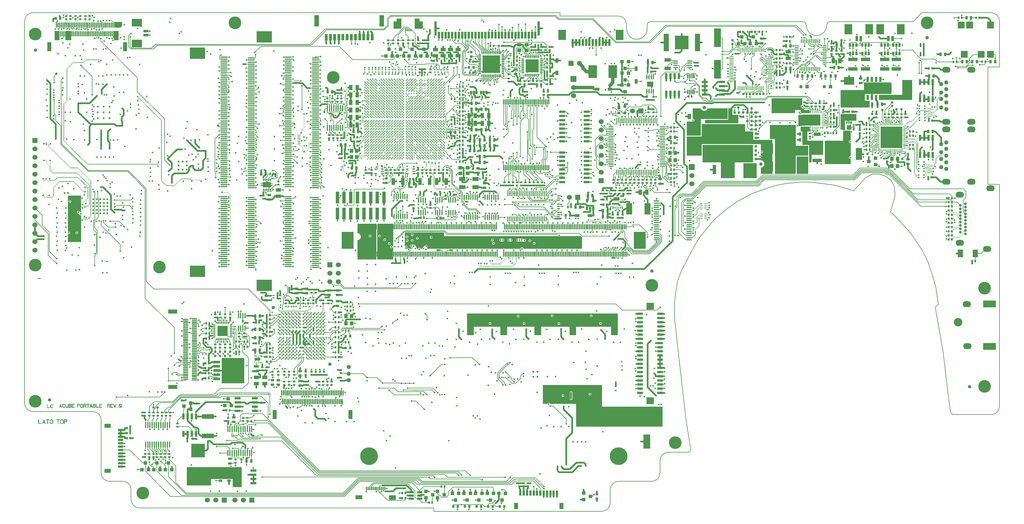
<source format=gbr>
*
G04 Job   : D:\PD-Master\Mas\Mas100n1 ACB_0001_0\Mas100n1 PPC_PORTABILE R_0.pcb*
G04 User  : SHINA:Administrator*
G04 Layer : 1-Top.gbr*
G04 Date  : Thu Feb 04 15:45:10 2021*
G04 RSM MASTER DESIGN srl*
%ICAS*%
%MOMM*%
%FSLAX24Y24*%
%OFA0.0000B0.0000*%
G90*
G74*
%AMVB_RECTANGLE*
21,1,$1,$2,0,0,$3*
%
%AMVB_FINGER0*
$3=$1/2*
$4=$2/2*
$5=0-$4*
1,1,$2,$3-$4,0*
21,1,$1-$4,$2,$5/2,0,0*
%
%AMVB_FINGER90*
$3=$1/2*
$4=$2/2*
$5=0-$4*
1,1,$2,0,$3-$4*
21,1,$2,$1-$4,0,$5/2,0*
%
%AMVB_FINGER180*
$3=$1/2*
$4=$2/2*
1,1,$2,$4-$3,0*
21,1,$1-$4,$2,$4/2,0,0*
%
%AMVB_FINGER270*
$3=$1/2*
$4=$2/2*
1,1,$2,0,$4-$3*
21,1,$2,$1-$4,0,$4/2,0*
%
%AMVB_RCRECTANGLE*
$3=$3X2*
21,1,$1-$3,$2,0,0,0*
21,1,$1,$2-$3,0,0,0*
$1=$1/2*
$2=$2/2*
$3=$3/2*
$1=$1-$3*
$2=$2-$3*
1,1,$3X2,0-$1,0-$2*
1,1,$3X2,0-$1,$2*
1,1,$3X2,$1,$2*
1,1,$3X2,$1,0-$2*
%
%ADD15C,0.08000*%
%ADD18C,0.08001*%
%ADD16C,0.12000*%
%ADD10C,0.15000*%
%ADD12C,0.20000*%
%ADD14C,0.25000*%
%ADD55C,0.25400*%
%ADD19C,0.35000*%
%ADD43C,0.40000*%
%ADD71C,0.42000*%
%ADD13C,0.50000*%
%ADD70C,0.50800*%
%ADD52C,0.53340*%
%ADD37C,0.58420*%
%ADD42C,0.63500*%
%ADD33C,0.76200*%
%ADD118C,0.81280*%
%ADD17C,1.00000*%
%ADD11C,1.01600*%
%ADD76C,1.27000*%
%ADD102C,1.52400*%
%ADD141C,2.54000*%
%ADD49C,3.81000*%
%ADD115C,5.33400*%
%ADD126O,0.90000X0.30000*%
%ADD127O,0.30000X0.90000*%
%ADD91O,2.54000X1.77800*%
%ADD56VB_RECTANGLE,0.65000X0.65000X0.00000*%
%ADD124VB_RECTANGLE,1.01600X1.01600X0.00000*%
%ADD153VB_RECTANGLE,1.30000X1.30000X90.00000*%
%ADD101VB_RECTANGLE,1.52400X1.52400X90.00000*%
%ADD135VB_RECTANGLE,1.77800X1.77800X0.00000*%
%ADD119VB_RECTANGLE,2.00000X2.00000X270.00000*%
%ADD148VB_RECTANGLE,3.10000X3.10000X270.00000*%
%ADD125VB_RECTANGLE,3.93700X3.93700X0.00000*%
%ADD36VB_RECTANGLE,4.00000X4.00000X180.00000*%
%ADD65VB_RECTANGLE,4.06400X4.06400X0.00000*%
%ADD23VB_RECTANGLE,0.50000X0.25000X90.00000*%
%ADD41VB_RECTANGLE,0.60000X0.25000X180.00000*%
%ADD40VB_RECTANGLE,0.60000X0.25000X270.00000*%
%ADD21VB_RECTANGLE,0.63500X0.58420X180.00000*%
%ADD20VB_RECTANGLE,0.63500X0.58420X270.00000*%
%ADD158VB_RECTANGLE,0.70000X0.20000X0.00000*%
%ADD97VB_RECTANGLE,0.76200X0.30480X270.00000*%
%ADD95VB_RECTANGLE,0.76200X0.40640X180.00000*%
%ADD75VB_RECTANGLE,0.76200X0.63500X0.00000*%
%ADD83VB_RECTANGLE,0.76200X0.63500X90.00000*%
%ADD59VB_RECTANGLE,0.76200X0.88900X270.00000*%
%ADD94VB_RECTANGLE,1.00000X0.30000X90.00000*%
%ADD96VB_RECTANGLE,1.00000X1.25000X180.00000*%
%ADD34VB_RECTANGLE,1.00000X1.25000X270.00000*%
%ADD44VB_RECTANGLE,1.01600X0.66040X180.00000*%
%ADD46VB_RECTANGLE,1.01600X0.66040X270.00000*%
%ADD86VB_RECTANGLE,1.01600X1.01600X0.00000*%
%ADD77VB_RECTANGLE,1.01600X1.01600X270.00000*%
%ADD82VB_RECTANGLE,1.10000X0.60000X270.00000*%
%ADD28VB_RECTANGLE,1.14300X0.25400X0.00000*%
%ADD29VB_RECTANGLE,1.14300X0.25400X270.00000*%
%ADD58VB_RECTANGLE,1.14300X0.88900X270.00000*%
%ADD35VB_RECTANGLE,1.14300X1.01600X90.00000*%
%ADD32VB_RECTANGLE,1.27000X0.20320X180.00000*%
%ADD31VB_RECTANGLE,1.27000X0.20320X90.00000*%
%ADD138VB_RECTANGLE,1.27000X0.27940X90.00000*%
%ADD120VB_RECTANGLE,1.39700X0.81280X0.00000*%
%ADD79VB_RECTANGLE,1.39700X0.81280X90.00000*%
%ADD54VB_RECTANGLE,1.40000X0.35000X90.00000*%
%ADD139VB_RECTANGLE,1.40000X0.40000X0.00000*%
%ADD109VB_RECTANGLE,1.50000X0.30000X0.00000*%
%ADD107VB_RECTANGLE,1.50000X0.30000X90.00000*%
%ADD142VB_RECTANGLE,1.52400X0.25400X180.00000*%
%ADD80VB_RECTANGLE,1.52400X0.25400X90.00000*%
%ADD87VB_RECTANGLE,1.52400X0.27940X90.00000*%
%ADD25VB_RECTANGLE,1.52400X0.35560X0.00000*%
%ADD117VB_RECTANGLE,1.52400X0.35560X90.00000*%
%ADD73VB_RECTANGLE,1.52400X0.63500X270.00000*%
%ADD121VB_RECTANGLE,1.52400X0.76200X0.00000*%
%ADD122VB_RECTANGLE,1.52400X0.76200X270.00000*%
%ADD62VB_RECTANGLE,1.52400X1.01600X0.00000*%
%ADD45VB_RECTANGLE,1.52400X1.01600X270.00000*%
%ADD99VB_RECTANGLE,1.60000X0.60000X0.00000*%
%ADD113VB_RECTANGLE,1.60000X0.60000X90.00000*%
%ADD137VB_RECTANGLE,1.60000X0.70000X0.00000*%
%ADD47VB_RECTANGLE,1.70000X0.25000X180.00000*%
%ADD111VB_RECTANGLE,1.70000X0.70000X0.00000*%
%ADD24VB_RECTANGLE,1.70000X0.90000X0.00000*%
%ADD57VB_RECTANGLE,1.77800X0.35560X270.00000*%
%ADD123VB_RECTANGLE,1.77800X0.38100X90.00000*%
%ADD30VB_RECTANGLE,1.77800X0.66040X0.00000*%
%ADD105VB_RECTANGLE,1.77800X0.66040X270.00000*%
%ADD100VB_RECTANGLE,1.80000X1.20000X0.00000*%
%ADD114VB_RECTANGLE,1.80000X1.20000X90.00000*%
%ADD133VB_RECTANGLE,1.90000X0.85000X270.00000*%
%ADD81VB_RECTANGLE,1.90000X1.10000X0.00000*%
%ADD53VB_RECTANGLE,1.90000X1.50000X0.00000*%
%ADD64VB_RECTANGLE,2.00000X0.35000X180.00000*%
%ADD48VB_RECTANGLE,2.00000X0.50000X180.00000*%
%ADD88VB_RECTANGLE,2.00000X0.60000X270.00000*%
%ADD92VB_RECTANGLE,2.00000X1.20000X0.00000*%
%ADD93VB_RECTANGLE,2.00000X1.30000X0.00000*%
%ADD104VB_RECTANGLE,2.03200X0.66040X270.00000*%
%ADD159VB_RECTANGLE,2.03200X0.76200X0.00000*%
%ADD90VB_RECTANGLE,2.03200X1.01600X180.00000*%
%ADD61VB_RECTANGLE,2.03200X1.01600X270.00000*%
%ADD112VB_RECTANGLE,2.20000X2.00000X0.00000*%
%ADD60VB_RECTANGLE,2.28600X1.52400X270.00000*%
%ADD103VB_RECTANGLE,2.54000X1.52400X90.00000*%
%ADD108VB_RECTANGLE,2.70000X1.20000X0.00000*%
%ADD106VB_RECTANGLE,2.70000X1.20000X90.00000*%
%ADD26VB_RECTANGLE,2.79400X1.01600X180.00000*%
%ADD143VB_RECTANGLE,2.79400X1.01600X270.00000*%
%ADD68VB_RECTANGLE,2.79400X1.77800X0.00000*%
%ADD110VB_RECTANGLE,3.04800X2.28600X180.00000*%
%ADD69VB_RECTANGLE,3.04800X2.28600X90.00000*%
%ADD78VB_RECTANGLE,3.22580X1.90500X270.00000*%
%ADD134VB_RECTANGLE,3.35000X1.30000X270.00000*%
%ADD27VB_RECTANGLE,3.42900X1.77800X90.00000*%
%ADD85VB_RECTANGLE,3.55600X1.01600X90.00000*%
%ADD74VB_RECTANGLE,3.55600X1.39700X0.00000*%
%ADD136VB_RECTANGLE,3.55600X1.39700X90.00000*%
%ADD128VB_RECTANGLE,3.60000X1.80000X90.00000*%
%ADD22VB_RECTANGLE,3.60000X3.00000X270.00000*%
%ADD140VB_RECTANGLE,3.81000X2.03200X180.00000*%
%ADD160VB_RECTANGLE,3.81000X2.03200X270.00000*%
%ADD38VB_RECTANGLE,3.81000X2.54000X270.00000*%
%ADD67VB_RECTANGLE,4.19100X2.03200X270.00000*%
%ADD89VB_RECTANGLE,4.20000X0.70000X270.00000*%
%ADD63VB_RECTANGLE,4.50000X3.40000X180.00000*%
%ADD116VB_RECTANGLE,5.00000X3.50000X90.00000*%
%ADD72VB_RECTANGLE,5.08000X2.54000X0.00000*%
%ADD66VB_RECTANGLE,5.20000X1.50000X90.00000*%
%ADD98VB_RECTANGLE,5.60000X2.10000X270.00000*%
%ADD154VB_FINGER0,0.60000X0.25000*%
%ADD155VB_FINGER90,0.60000X0.25000*%
%ADD156VB_FINGER180,0.60000X0.25000*%
%ADD157VB_FINGER270,0.60000X0.25000*%
%ADD145VB_FINGER0,0.60000X0.28000*%
%ADD146VB_FINGER90,0.60000X0.28000*%
%ADD147VB_FINGER180,0.60000X0.28000*%
%ADD144VB_FINGER270,0.60000X0.28000*%
%ADD50VB_FINGER90,0.70000X0.28000*%
%ADD51VB_FINGER270,0.70000X0.28000*%
%ADD152VB_FINGER0,0.76200X0.30480*%
%ADD150VB_FINGER90,0.76200X0.30480*%
%ADD149VB_FINGER180,0.76200X0.30480*%
%ADD151VB_FINGER270,0.76200X0.30480*%
%ADD129VB_FINGER0,0.88900X0.27940*%
%ADD131VB_FINGER90,0.88900X0.27940*%
%ADD130VB_FINGER180,0.88900X0.27940*%
%ADD132VB_FINGER270,0.88900X0.27940*%
%ADD39VB_RCRECTANGLE,0.40000X0.40000X0.10000*%
%ADD84VB_RCRECTANGLE,0.45000X0.45000X0.13000*%
G01*
G36*
X105000Y1444250D02*
G03X104250Y1445000I750D01*
G01X90750*
G03X90000Y1444250J750*
G01Y1418250*
G03X90750Y1417500I750*
G01X104250*
G03X105000Y1418250J750*
G01Y1444250*
X130000Y949250D02*
G02X130750Y950000I750D01*
G01X132060*
Y932500*
G03X136100Y928460I4040*
X140140Y932500J4040*
X136100Y936540I4040*
X132060Y932500J4040*
G01Y950000*
X153001*
Y837400*
G03X157041Y833360I4040*
X161081Y837400J4040*
X157041Y841440I4040*
X153001Y837400J4040*
G01Y950000*
X169250*
G02X170000Y949250J750*
G01Y945619*
G02X169759Y945068I750*
G03X168460Y942100I2741J2968*
X169759Y939132I4040*
G02X170000Y938581I509J551*
G01Y899183*
G02X169250Y898433I750*
X169175Y898437J750*
X168766Y898610I75J746*
G01X163796Y902696*
G02X163784Y902706I467J587*
G03X161200Y903640I2584J3106*
X157160Y899600J4040*
X158979Y896225I4040*
G02X158991Y896217I413J626*
G01X166727Y891060*
G02X166740Y891052I407J630*
G03X169000Y890360I2260J3348*
X169211Y890366J4040*
G02X169250Y890367I39J749*
X170000Y889617J750*
G01Y878292*
G02X169900Y877917I750*
G03X169360Y875900I3500J2017*
X169900Y873883I4040*
G02X170000Y873508I650J375*
G01Y810750*
G02X169250Y810000I750*
G01X130750*
G02X130000Y810750J750*
G01Y833350*
G02X130750Y834100I750*
X131096Y834015J750*
G03X132959Y833560I1863J3585*
X136999Y837600J4040*
X132959Y841640I4040*
X131096Y841185J4040*
G02X130750Y841100I346J665*
X130000Y841850J750*
G01Y949250*
X140000Y1444250D02*
G03X139250Y1445000I750D01*
G01X123250*
G03X122500Y1444250J750*
G01Y1418250*
G03X123250Y1417500I750*
G01X139250*
G03X140000Y1418250J750*
G01Y1444250*
X282500D02*
G03X281750Y1445000I750D01*
G01X266736*
G03X265986Y1444250J750*
X265991Y1444167I751*
G02X266000Y1444000I1491J167*
G01Y1429000*
G02X265454Y1427843I1500*
G03X265181Y1427264I477J579*
X265488Y1426659I750*
G02X266946Y1424637I2388J3259*
G03X266951Y1424622I714J230*
G01X269026Y1418297*
G03X269031Y1418282I716J223*
G02X269100Y1418054I3831J1282*
G03X269824Y1417500I724J196*
G01X281750*
G03X282500Y1418250J750*
G01Y1444250*
X292500Y1471750D02*
G03X291750Y1472500I750D01*
G01X268871*
G03X268121Y1471750J750*
X268247Y1471333I750*
G02X268500Y1470500I1247J833*
G01Y1455750*
G03X269250Y1455000I750*
G01X286960*
G03X287560Y1455300J750*
G02X292089Y1459099I10400J7800*
G03X292500Y1459768I339J669*
G01Y1471750*
X652500Y131750D02*
G03X651750Y132500I750D01*
G01X623350*
G03X622904Y132353J750*
G02X620500Y131560I2404J3247*
X618096Y132353J4040*
G03X617650Y132500I446J603*
G01X488250*
G03X487500Y131750J750*
G01Y78250*
G03X488250Y77500I750*
G01X559250*
G03X560000Y78250J750*
G01Y97500*
X625000*
Y73250*
G03X625750Y72500I750*
G01X651750*
G03X652500Y73250J750*
G01Y131750*
X660000Y460099D02*
G03X659250Y460849I750D01*
G01X592991*
G03X592241Y460099J750*
G01Y385750*
G03X592991Y385000I750*
G01X659250*
G03X660000Y385750J750*
G01Y460099*
X715500Y974300D02*
Y978500D01*
X709500*
Y981500*
X715500*
Y983500*
X709500*
Y986500*
X715500*
Y990700*
X739500*
Y986500*
X745500*
Y983500*
X739500*
Y981500*
X745500*
Y978500*
X739500*
Y974300*
X715500*
X1000000Y864250D02*
G02X1000750Y865000I750D01*
G01X1033860*
Y828000*
G03X1037900Y823960I4040*
X1041940Y828000J4040*
X1037900Y832040I4040*
X1033860Y828000J4040*
G01Y865000*
X1056750*
G02X1057500Y864250J750*
G01Y782914*
G02X1057333Y782443I750*
G03X1057000Y781500I1167J943*
G01Y766500*
G03X1057333Y765557I1500*
G02X1057500Y765086I583J471*
G01Y758250*
G02X1056750Y757500I750*
G01X1000750*
G02X1000000Y758250J750*
G01Y814775*
G02X1000700Y815523I750*
G03X1010500Y826000I700J10477*
X1000700Y836477I10500*
G02X1000000Y837225I50J748*
G01Y864250*
X1060000Y847086D02*
G02X1060167Y847557I750D01*
G03X1060500Y848500I1167J943*
G01Y863500*
G03X1060414Y864000I1500*
G02X1060371Y864250I707J250*
X1061121Y865000I750*
G01X1062960*
Y828000*
G03X1067000Y823960I4040*
X1071040Y828000J4040*
X1067000Y832040I4040*
X1062960Y828000J4040*
G01Y865000*
X1078460*
Y817000*
G03X1082500Y812960I4040*
X1086540Y817000J4040*
X1082500Y821040I4040*
X1078460Y817000J4040*
G01Y865000*
X1091660*
Y805300*
G03X1095700Y801260I4040*
X1099740Y805300J4040*
X1095700Y809340I4040*
X1091660Y805300J4040*
G01Y865000*
X1106750*
G02X1107500Y864250J750*
G01Y797605*
G02X1106750Y796855I750*
X1106069Y797291J750*
G03X1102400Y799640I3669J1691*
X1098360Y795600J4040*
X1102400Y791560I4040*
X1106069Y793909J4040*
G02X1106750Y794345I681J314*
X1107500Y793595J750*
G01Y782914*
G02X1107333Y782443I750*
G03X1107000Y781500I1167J943*
G01Y766500*
G03X1107333Y765557I1500*
G02X1107500Y765086I583J471*
G01Y758250*
G02X1106750Y757500I750*
G01X1060750*
G02X1060000Y758250J750*
G01Y847086*
X1108500Y1451500D02*
X1132500D01*
Y1482500*
X1118000*
Y1473500*
X1108500*
Y1451500*
X1142500Y837365D02*
G02X1142720Y837895I750D01*
G01X1143698Y838873*
G02X1144228Y839093I530J530*
G01X1145160*
Y825400*
G03X1145560Y823647I4040*
G01Y814200*
G03X1149600Y810160I4040*
X1153640Y814200J4040*
X1149600Y818240I4040*
X1145560Y814200J4040*
G01Y823647*
G03X1149200Y821360I3640J1753*
X1153240Y825400J4040*
X1149200Y829440I4040*
X1145160Y825400J4040*
G01Y839093*
X1160760*
Y832000*
G03X1161060Y830472I4040*
G01Y814700*
G03X1165100Y810660I4040*
X1169140Y814700J4040*
X1165100Y818740I4040*
X1161060Y814700J4040*
G01Y830472*
G03X1164800Y827960I3740J1528*
X1168840Y832000J4040*
X1164800Y836040I4040*
X1160760Y832000J4040*
G01Y839093*
X1176360*
Y821500*
G03X1180400Y817460I4040*
X1184440Y821500J4040*
X1180400Y825540I4040*
X1176360Y821500J4040*
G01Y839093*
X1217960*
Y824200*
G03X1222000Y820160I4040*
X1226040Y824200J4040*
X1222000Y828240I4040*
X1217960Y824200J4040*
G01Y839093*
X1259250*
G02X1260000Y838343J750*
G01Y827500*
X1401760*
Y815800*
G03X1405160Y811811I4040*
G01Y806000*
G03X1409200Y801960I4040*
X1413240Y806000J4040*
X1409200Y810040I4040*
X1405160Y806000J4040*
G01Y811811*
G03X1405800Y811760I640J3989*
X1409840Y815800J4040*
X1405800Y819840I4040*
X1401760Y815800J4040*
G01Y827500*
X1426760*
Y815800*
G03X1430800Y811760I4040*
X1430823J4040*
G02X1430828I5J750*
X1430839J750*
G01X1437361*
G02X1437372I11J750*
X1437377J750*
G03X1437400I23J4040*
X1441440Y815800J4040*
X1437400Y819840I4040*
X1437377J4040*
G02X1437372I5J750*
X1437361J750*
G01X1430839*
G02X1430828I11J750*
X1430823J750*
G03X1430800I23J4040*
X1426760Y815800J4040*
G01Y827500*
X1451760*
Y815800*
G03X1455800Y811760I4040*
X1455823J4040*
G02X1455828I5J750*
X1455839J750*
G01X1462361*
G02X1462372I11J750*
X1462377J750*
G03X1462400I23J4040*
X1466440Y815800J4040*
X1462400Y819840I4040*
X1462377J4040*
G02X1462372I5J750*
X1462361J750*
G01X1455839*
G02X1455828I11J750*
X1455823J750*
G03X1455800I23J4040*
X1451760Y815800J4040*
G01Y827500*
X1476760*
Y815800*
G03X1480800Y811760I4040*
X1480823J4040*
G02X1480828I5J750*
X1480839J750*
G01X1487366*
X1487376*
X1494258Y811662*
G02X1494285Y811661I10J750*
G01X1502261Y811267*
G02X1502277Y811266I26J750*
G03X1502500Y811260I223J4034*
X1506540Y815300J4040*
X1502677Y819336I4040*
G02X1502663Y819337I32J749*
G01X1494638Y819733*
G02X1494623Y819734I26J750*
G03X1494434Y819740I223J4034*
G02X1494419I7J750*
G01X1487497Y819839*
X1487496*
G02X1487481J750*
G03X1487400Y819840I81J4039*
X1487377J4040*
G02X1487372I5J750*
X1487361J750*
G01X1480839*
G02X1480828I11J750*
X1480823J750*
G03X1480800I23J4040*
X1476760Y815800J4040*
G01Y827500*
X1514360*
Y813800*
G03X1518400Y809760I4040*
X1522440Y813800J4040*
X1518400Y817840I4040*
X1514360Y813800J4040*
G01Y827500*
X1527360*
Y806200*
G03X1531400Y802160I4040*
X1535440Y806200J4040*
X1531400Y810240I4040*
X1527360Y806200J4040*
G01Y827500*
X1605042*
G02X1605443Y827384J750*
G03X1607600Y826760I2157J3416*
X1609757Y827384J4040*
G02X1610158Y827500I401J634*
G01X1672207*
G02X1672738Y827280J750*
G01X1674009Y826009*
G03X1674588Y825591I1591J1591*
G02X1675000Y824921I338J670*
G01Y790750*
G02X1674250Y790000I750*
G01X1499746*
G02X1499003Y790648J750*
G03X1495000Y794140I4003J548*
X1490997Y790648J4040*
G02X1490254Y790000I743J102*
G01X1210322*
G02X1209698Y790334J750*
X1209572Y790750I624J416*
X1209588Y790903I750*
G01X1210658Y796388*
G02X1210661Y796404I738J132*
G03X1210740Y797200I3961J796*
X1206700Y801240I4040*
X1204085Y800280J4040*
G02X1204074Y800270I485J571*
G01X1196031Y793518*
G02X1196020Y793509I490J568*
G03X1194571Y790695I2580J3109*
G02X1193823Y790000I748J55*
G01X1190897*
G02X1190193Y790492J750*
G03X1186400Y793140I3793J1392*
X1182607Y790492J4040*
G02X1181903Y790000I704J258*
G01X1179977*
G02X1179229Y790695J750*
G03X1178548Y792660I4029J295*
G02X1178540Y792673I622J420*
G01X1173383Y800409*
G02X1173375Y800421I618J425*
G03X1170000Y802240I3375J2221*
X1169977J4040*
G02X1169972I5J750*
X1169961J750*
G01X1162239*
G02X1162228I11J750*
X1162223J750*
G03X1162200I23J4040*
X1158160Y798200J4040*
X1162200Y794160I4040*
X1162707Y794192J4040*
G02X1162801Y794198I94J744*
X1163551Y793448J750*
X1163332Y792918I750*
G01X1160634Y790220*
G02X1160103Y790000I531J530*
G01X1158174*
G02X1157583Y790288J750*
G03X1154400Y791840I3183J2488*
X1151217Y790288J4040*
G02X1150626Y790000I591J462*
G01X1143250*
G02X1142500Y790750J750*
G01Y792276*
G02X1143250Y793026I750*
X1143775Y792812J750*
G03X1146600Y791660I2825J2888*
X1150640Y795700J4040*
X1146600Y799740I4040*
X1143775Y798588J4040*
G02X1143250Y798374I525J536*
X1142500Y799124J750*
G01Y837365*
X1196500Y1451500D02*
X1172500D01*
Y1482500*
X1187000*
Y1473500*
X1196500*
Y1451500*
X1330000Y594250D02*
G02X1330750Y595000I750D01*
G01X1394460*
Y564700*
G03X1398500Y560660I4040*
X1402540Y564700J4040*
X1398500Y568740I4040*
X1394460Y564700J4040*
G01Y595000*
X1478860*
Y587300*
G03X1482900Y583260I4040*
X1486940Y587300J4040*
X1482900Y591340I4040*
X1478860Y587300J4040*
G01Y595000*
X1497160*
Y565000*
G03X1501200Y560960I4040*
X1505240Y565000J4040*
X1501200Y569040I4040*
X1497160Y565000J4040*
G01Y595000*
X1581260*
Y587700*
G03X1585300Y583660I4040*
X1589340Y587700J4040*
X1585300Y591740I4040*
X1581260Y587700J4040*
G01Y595000*
X1601660*
Y565000*
G03X1605700Y560960I4040*
X1609740Y565000J4040*
X1605700Y569040I4040*
X1601660Y565000J4040*
G01Y595000*
X1698460*
Y587800*
G03X1702500Y583760I4040*
X1706540Y587800J4040*
X1702500Y591840I4040*
X1698460Y587800J4040*
G01Y595000*
X1726860*
Y565100*
G03X1730900Y561060I4040*
X1734940Y565100J4040*
X1730900Y569140I4040*
X1726860Y565100J4040*
G01Y595000*
X1781750*
G02X1782500Y594250J750*
G01Y530750*
G02X1781750Y530000I750*
G01X1763250*
G02X1762500Y530750J750*
G01Y555000*
X1657500*
Y530750*
G02X1656750Y530000I750*
G01X1638250*
G02X1637500Y530750J750*
G01Y555000*
X1552500*
Y530750*
G02X1551750Y530000I750*
G01X1533250*
G02X1532500Y530750J750*
G01Y555000*
X1450000*
Y530750*
G02X1449250Y530000I750*
G01X1430750*
G02X1430000Y530750J750*
G01Y555000*
X1350000*
Y530750*
G02X1349250Y530000I750*
G01X1330750*
G02X1330000Y530750J750*
G01Y594250*
X1376250Y1318750D02*
X1428750D01*
Y1371250*
X1376250*
Y1318750*
X1557500Y379250D02*
G02X1558250Y380000I750D01*
G01X1614060*
Y347500*
G03X1618100Y343460I4040*
X1622140Y347500J4040*
X1618100Y351540I4040*
X1614060Y347500J4040*
G01Y380000*
X1638460*
Y357100*
G03X1638494Y356579I4040*
G02X1638500Y356482I744J97*
G01Y348118*
G02X1638494Y348021I750*
G03X1638460Y347500I4006J521*
X1638494Y346979I4040*
G02X1638500Y346882I744J97*
G01Y339118*
G02X1638494Y339021I750*
G03X1638460Y338500I4006J521*
X1642500Y334460I4040*
X1646540Y338500J4040*
X1646506Y339021I4040*
G02X1646500Y339118I744J97*
G01Y346882*
G02X1646506Y346979I750*
G03X1646540Y347500I4006J521*
X1646506Y348021I4040*
G02X1646500Y348118I744J97*
G01Y356482*
G02X1646506Y356579I750*
G03X1646540Y357100I4006J521*
X1642500Y361140I4040*
X1638460Y357100J4040*
G01Y380000*
X1695260*
Y352100*
G03X1699300Y348060I4040*
X1703340Y352100J4040*
X1699300Y356140I4040*
X1695260Y352100J4040*
G01Y380000*
X1734262*
G02X1735012Y379250J750*
G01X1734946Y315000*
X1916750*
G02X1917500Y314250J750*
G01Y255750*
G02X1916750Y255000I750*
G01X1658250*
G02X1657500Y255750J750*
G01Y323098*
X1579361*
G02X1578639Y323645J750*
G03X1574750Y326590I3889J1095*
X1570861Y323645J4040*
G02X1570139Y323098I722J203*
G01X1558250*
G02X1557500Y323848J750*
G01Y379250*
X1773500Y938900D02*
X1776000D01*
Y944400*
X1773500*
Y938900*
X1778500D02*
X1781000D01*
Y944400*
X1778500*
Y938900*
X1783500D02*
X1786000D01*
Y944400*
X1783500*
Y938900*
X1787500Y944250D02*
G03X1786750Y945000I750D01*
G01X1781618*
G03X1781521Y944994J750*
G02X1781000Y944960I521J4006*
X1780479Y944994J4040*
G03X1780382Y945000I97J744*
G01X1770750*
G03X1770000Y944250J750*
G01Y935750*
G03X1770750Y935000I750*
G01X1786750*
G03X1787500Y935750J750*
G01Y944250*
X2112500Y1211750D02*
G03X2111750Y1212500I750D01*
G01X2053578*
G03X2052858Y1211961J750*
G02X2042500Y1204205I10358J3039*
X2032142Y1211961J10795*
G03X2031422Y1212500I720J211*
G01X2008250*
G03X2007500Y1211750J750*
G01Y1181631*
G03X2008250Y1180881I750*
X2008367Y1180890J750*
G02X2009000Y1180940I633J3990*
X2013040Y1176900J4040*
X2009000Y1172860I4040*
X2008307Y1172920J4040*
G03X2008179Y1172931I128J739*
X2007500Y1172500J750*
G01X1990750*
G03X1990000Y1171750J750*
G01Y1130750*
G03X1990750Y1130000I750*
G01X2031750*
G03X2032500Y1130750J750*
G01Y1180000*
X2111750*
G03X2112500Y1180750J750*
G01Y1211750*
X2145000Y1191750D02*
G03X2144250Y1192500I750D01*
G01X2127200*
Y1211188*
G03X2126450Y1211938I750*
G01X2115750*
G03X2115000Y1211188J750*
G01Y1177308*
X2045750*
G03X2045000Y1176558J750*
G01Y1168250*
G03X2045750Y1167500I750*
G01X2144250*
G03X2145000Y1168250J750*
G01Y1191750*
X2188864Y1101750D02*
G03X2188114Y1102500I750D01*
G01X2038250*
G03X2037500Y1101750J750*
G01Y1050750*
G03X2038250Y1050000I750*
G01X2092500*
Y1003250*
G03X2093250Y1002500I750*
G01X2133429*
G03X2134179Y1003250J750*
G01Y1050000*
X2188114*
G03X2188864Y1050750J750*
G01Y1101750*
X2200000Y1046750D02*
G03X2199250Y1047500I750D01*
G01X2160750*
G03X2160000Y1046750J750*
G01Y1003250*
G03X2160750Y1002500I750*
G01X2199250*
G03X2200000Y1003250J750*
G01Y1046750*
X2247500Y1116750D02*
G03X2246750Y1117500I750D01*
G01X2190000*
Y1141750*
G03X2189250Y1142500I750*
G01X2165000*
Y1164250*
G03X2164250Y1165000I750*
G01X2035750*
G03X2035000Y1164250J750*
G01Y1127500*
X1990750*
G03X1990000Y1126750J750*
G01Y1070750*
G03X1990750Y1070000I750*
G01X2034250*
G03X2035000Y1070750J750*
G01Y1105000*
X2212500*
Y1085975*
G03X2213250Y1085225I750*
X2213555Y1085290J750*
G02X2215200Y1085640I1645J3690*
X2219240Y1081600J4040*
X2215200Y1077560I4040*
X2213555Y1077910J4040*
G03X2213250Y1077975I305J685*
X2212500Y1077225J750*
G01Y1072119*
G03X2212741Y1071568I750*
G02X2214040Y1068600I2741J2968*
X2212741Y1065632I4040*
G03X2212500Y1065081I509J551*
G01Y1056521*
G03X2213201Y1055772I750*
G02X2223295Y1045000I701J10772*
X2213201Y1034228I10795*
G03X2212500Y1033479I49J749*
G01Y1015750*
G03X2213250Y1015000I750*
G01X2246750*
G03X2247500Y1015750J750*
G01Y1116750*
X2338500Y1161000D02*
X2391500D01*
Y1194000*
X2338500*
Y1161000*
X2347500Y1191750D02*
G03X2346750Y1192500I750D01*
G01X2335031*
G03X2334687Y1192417J750*
G02X2334000Y1192250I687J1333*
G01X2328000*
G02X2327313Y1192417J1500*
G03X2326969Y1192500I344J667*
G01X2325750*
G03X2325000Y1191750J750*
G01Y1162392*
G03X2325100Y1162018I750*
G02X2325590Y1160633I3500J2018*
G03X2326331Y1160000I741J117*
G01X2346750*
G03X2347500Y1160750J750*
G01Y1191750*
X2355000Y1066750D02*
G03X2354250Y1067500I750D01*
G01X2320750*
G03X2320000Y1066750J750*
G01Y1015750*
G03X2320750Y1015000I750*
G01X2354250*
G03X2355000Y1015750J750*
G01Y1066750*
Y1099250D02*
G03X2354250Y1100000I750D01*
G01X2317500*
Y1161750*
G03X2316750Y1162500I750*
G01X2240750*
G03X2240000Y1161750J750*
G01Y1120750*
G03X2240750Y1120000I750*
G01X2255000*
Y1015750*
G03X2255750Y1015000I750*
G01X2316750*
G03X2317500Y1015750J750*
G01Y1070000*
X2354250*
G03X2355000Y1070750J750*
G01Y1099250*
X2359764Y1198250D02*
G03X2359759Y1198333I751D01*
G02X2359750Y1198500I1491J167*
G01Y1205507*
G03X2359530Y1206038I750*
G01X2358288Y1207280*
G03X2357757Y1207500I531J530*
G01X2342500*
Y1209744*
G03X2341955Y1210466I750*
G02X2340979Y1211039I615J2164*
G01X2339738Y1212280*
G03X2339207Y1212500I531J530*
G01X2337500*
Y1213512*
G03X2336773Y1214262I750*
G02X2332860Y1218300I127J4038*
X2336773Y1222338I4040*
G03X2337500Y1223088I23J750*
G01Y1229603*
G03X2337462Y1229837I750*
G02X2337260Y1231100I3838J1263*
X2337462Y1232363I4040*
G03X2337500Y1232597I712J234*
G01Y1241750*
G03X2336750Y1242500I750*
G01X2245750*
G03X2245000Y1241750J750*
G01Y1198250*
G03X2245750Y1197500I750*
G01X2314250*
G03X2315000Y1198250J750*
G01Y1207500*
X2332500*
Y1200484*
G03X2332688Y1199988I750*
G02X2333250Y1198500I1688J1488*
G03X2334000Y1197750I750*
G02X2334687Y1197583J1500*
G03X2335031Y1197500I344J667*
G01X2359014*
G03X2359764Y1198250J750*
G01X2400000Y1114250D02*
G03X2399250Y1115000I750D01*
G01X2352500*
Y1142500*
X2361750*
G03X2362500Y1143250J750*
G01Y1148250*
G03X2361750Y1149000I750*
G01X2361250*
G02X2359750Y1150500J1500*
G01Y1156500*
G02X2359759Y1156667I1500*
G03X2359764Y1156750I746J83*
X2359014Y1157500I750*
G01X2335031*
G03X2334687Y1157417J750*
G02X2334000Y1157250I687J1333*
G01X2333250*
G03X2332500Y1156500J750*
G01Y1143250*
G03X2333250Y1142500I750*
G01X2337500*
Y1103250*
G03X2338250Y1102500I750*
G01X2357500*
Y1050750*
G03X2358250Y1050000I750*
G01X2364250*
G03X2365000Y1050750J750*
G01Y1072500*
X2399250*
G03X2400000Y1073250J750*
G01Y1114250*
X2482500Y1135872D02*
G03X2482325Y1136353I750D01*
G02X2481976Y1137315I1151J962*
G01Y1143411*
G02X2482052Y1144083I3024*
G03X2482070Y1144250I732J167*
X2481320Y1145000I750*
G01X2467829*
G03X2467448Y1144896J750*
G02X2465911Y1144476I1537J2604*
G01X2460750*
G03X2460000Y1143726J750*
G01Y1115000*
X2405750*
G03X2405000Y1114250J750*
G01Y1045750*
G03X2405750Y1045000I750*
G01X2481750*
G03X2482500Y1045750J750*
G01Y1059542*
G03X2481750Y1060292I750*
X2481664Y1060287J750*
G02X2481200Y1060260I464J4013*
X2477160Y1064300J4040*
X2481200Y1068340I4040*
X2481664Y1068313J4040*
G03X2481750Y1068308I86J745*
X2482500Y1069058J750*
G01Y1106942*
G03X2481750Y1107692I750*
X2481664Y1107687J750*
G02X2481200Y1107660I464J4013*
X2477160Y1111700J4040*
X2481200Y1115740I4040*
X2481664Y1115713J4040*
G03X2481750Y1115708I86J745*
X2482500Y1116458J750*
G01Y1135872*
X2500000Y1194250D02*
G03X2499250Y1195000I750D01*
G01X2453250*
G03X2452500Y1194250J750*
G01Y1148250*
G03X2453250Y1147500I750*
G01X2464250*
G03X2465000Y1148250J750*
G01Y1175000*
X2499250*
G03X2500000Y1175750J750*
G01Y1194250*
X2572500Y1092500D02*
X2637500D01*
Y1157500*
X2572500*
Y1092500*
X2605000Y1289250D02*
G03X2604250Y1290000I750D01*
G01X2523313*
G03X2522563Y1289250J750*
G01Y1288625*
G02X2522516Y1288166I2250*
G03X2522500Y1288014I734J152*
G01Y1267500*
X2453250*
G03X2452500Y1266750J750*
G01Y1215750*
G03X2453250Y1215000I750*
G01X2539250*
G03X2540000Y1215750J750*
G01Y1234250*
G03X2539250Y1235000I750*
G01X2525000*
Y1255000*
X2604250*
G03X2605000Y1255750J750*
G01Y1289250*
X2667500Y1296750D02*
G03X2666750Y1297500I750D01*
G01X2638250*
G03X2637500Y1296750J750*
G01Y1285750*
G03X2637740Y1285200I750*
G01Y1259800*
G03X2637500Y1259250I510J550*
G01Y1252500*
X2568250*
G03X2567500Y1251750J750*
G01Y1238250*
G03X2568250Y1237500I750*
G01X2666750*
G03X2667500Y1238250J750*
G01Y1296750*
G37*
G54D10*
X31000Y912300D02*
X53084Y890216D01*
Y860857*
X73959Y839982*
Y781841*
X95800Y760000*
X37760Y700000D02*
X37690Y699990D01*
X37630Y699940*
X37600Y699880*
X37590Y699830*
X37600Y699760*
X37630Y699700*
X37690Y699650*
X37760Y699640*
X47360*
X47430Y699650*
X47480Y699680*
X47510Y699730*
X47520Y699800*
X47540Y699850*
Y699890*
X47520Y699930*
X47480Y699970*
X44740Y701760*
X44670Y701780*
X44600*
X44540Y701750*
X44490Y701700*
X44450Y701640*
X44430Y701580*
X44440Y701520*
X44490Y701470*
X46740Y700000*
X37760*
X42789Y275321D02*
X42765Y275405D01*
X42717Y275477*
X42633Y275513*
X42537Y275525*
X42453Y275513*
X42369Y275477*
X42321Y275405*
X42297Y275321*
Y263801*
X42321Y263705*
X42381Y263645*
X42441Y263585*
X42537Y263561*
X50625*
X50721Y263585*
X50781Y263633*
X50817Y263717*
X50829Y263801*
X50817Y263897*
X50781Y263981*
X50721Y264029*
X50625Y264053*
X42789*
Y275321*
X57921Y274589D02*
X60453Y267353D01*
X55365*
X57921Y274589*
X58161Y275393D02*
X58125Y275441D01*
X58077Y275489*
X58017Y275513*
X57933Y275525*
X57861*
X57801Y275501*
X57741Y275465*
X57693Y275393*
X53649Y263897*
X53637Y263801*
X53661Y263717*
X53721Y263657*
X53805Y263621*
X53889Y263597*
X53985Y263609*
X54057Y263657*
X54105Y263741*
X55209Y266861*
X60645*
X61737Y263741*
X61785Y263657*
X61869Y263609*
X61965Y263597*
X62037Y263621*
X62109Y263657*
X62169Y263717*
X62205Y263801*
X62181Y263897*
X58161Y275393*
X65241Y275561D02*
X65145Y275537D01*
X65085Y275489*
X65049Y275405*
X65037Y275309*
X65049Y275225*
X65085Y275141*
X65145Y275093*
X65241Y275069*
X69045*
Y263801*
X69069Y263717*
X69117Y263645*
X69201Y263609*
X69285Y263597*
X69369Y263609*
X69453Y263645*
X69501Y263717*
X69525Y263801*
Y275069*
X73329*
X73425Y275093*
X73485Y275141*
X73521Y275225*
X73533Y275309*
X73521Y275405*
X73485Y275489*
X73425Y275537*
X73329Y275561*
X65241*
X68505Y320955D02*
X68485Y321025D01*
X68445Y321085*
X68375Y321115*
X68295Y321125*
X68225Y321115*
X68155Y321085*
X68115Y321025*
X68095Y320955*
Y311355*
X68115Y311275*
X68165Y311225*
X68215Y311175*
X68295Y311155*
X75035*
X75115Y311175*
X75165Y311215*
X75195Y311285*
X75205Y311355*
X75195Y311435*
X75165Y311505*
X75115Y311545*
X75035Y311565*
X68505*
Y320955*
X76833Y266333D02*
Y272789D01*
X77073Y273941*
X77553Y274517*
X78717Y274937*
X79845Y275069*
X81393*
X81417*
X82545Y274937*
X83697Y274517*
X84177Y273941*
X84429Y272789*
Y266333*
X84189Y265205*
X83721Y264773*
X82497Y264173*
X81417Y264053*
X79869*
X79845*
X78753Y264173*
X77541Y264773*
X77073Y265205*
X76833Y266333*
X83949Y264329D02*
X84021Y264389D01*
X84585Y264917*
X84597Y264953*
X84657Y265037*
X84909Y266237*
Y266321*
Y272789*
Y272885*
X84657Y274085*
X84633Y274109*
X84621Y274133*
X84609Y274145*
X84585Y274193*
X84021Y274889*
X83997*
X83985Y274913*
Y274925*
X83949Y274949*
X83913Y274961*
X82665Y275369*
X82629Y275393*
X82593Y275405*
X81465Y275561*
X81453*
X79833*
X79785*
X79773*
X78657Y275405*
X78621Y275393*
X78585Y275369*
X77349Y274961*
X77301Y274937*
X77289Y274925*
X77253Y274889*
X76665Y274193*
X76641Y274157*
X76629*
X76605Y274121*
X76593Y274085*
X76341Y272885*
X76329Y272837*
X76341Y272789*
Y266321*
X76329Y266285*
X76341Y266237*
X76593Y265037*
X76605Y264977*
X76653Y264953*
Y264941*
X76689Y264917*
X77253Y264389*
X77265*
X77337Y264329*
X78585Y263729*
X78609Y263717*
X78633*
X78657*
X79773Y263561*
X79821*
X79833*
X81417*
X81453*
X81465*
X82593Y263717*
X82617*
X82641Y263729*
X82665*
X83949Y264329*
X83975Y320355D02*
X83925Y320415D01*
X83895Y320425*
X83885Y320435*
X82945Y320855*
X82905Y320865*
X82855*
X81875Y321125*
X81835Y321145*
X81785Y321155*
X80495Y321025*
X80475Y321015*
X80455*
X80435Y321005*
X80415Y320995*
X79555Y320545*
X79505Y320525*
X79455Y320495*
X78695Y319725*
X78675Y319675*
X78655Y319645*
X77985Y318315*
X77965Y318265*
X77955Y318245*
X77555Y316915*
Y316885*
Y316875*
X77545Y316865*
Y316845*
Y315495*
X77535Y315465*
X77545Y315425*
X77845Y314055*
Y314025*
X77875Y313995*
Y313985*
X78625Y312645*
Y312625*
X78645Y312605*
X78655Y312595*
X79395Y311795*
X79415*
Y311785*
X79435Y311765*
X79455Y311755*
X80345Y311315*
X80385Y311275*
X80425Y311265*
X81775Y311155*
X81785*
X81795*
X81825*
X83185Y311395*
X83225Y311405*
X83255Y311445*
X84175Y312085*
X84215Y312125*
X84245Y312185*
X84655Y313055*
X84675Y313095*
X84685Y313135*
X84665Y313205*
X84625Y313265*
X84565Y313305*
X84495Y313325*
X84425Y313335*
X84365Y313305*
X84315Y313255*
X83895Y312385*
X83055Y311795*
X81775Y311565*
X80485Y311665*
X79665Y312095*
X78955Y312855*
X78245Y314135*
X77955Y315515*
Y316825*
X78325Y318115*
X78345Y318155*
X78355Y318235*
X78335Y318265*
X78315Y318295*
X78265Y318345*
X78195Y318375*
X78125Y318385*
X78055Y318375*
X77995Y318335*
X77965Y318265*
X77955Y318235*
X77965Y318175*
X77995Y318115*
X78045Y318065*
X78095Y318035*
X78155Y318015*
X78215Y318025*
X78275Y318055*
X78325Y318115*
X78995Y319425*
X79755Y320195*
X80555Y320625*
X81795Y320735*
X82745Y320485*
Y320475*
X82775Y320465*
X83655Y320085*
X84315Y319025*
X84365Y318975*
X84425Y318955*
X84505Y318965*
X84575Y318995*
X84635Y319045*
X84675Y319105*
X84685Y319185*
X84655Y319255*
X83975Y320355*
X88100Y1237300D02*
Y1196174D01*
X93210Y1191064*
Y1175246*
X88100Y1290000D02*
Y1309100D01*
X95500Y1316500*
X93210Y1175246D02*
X102659Y1165797D01*
X95500Y1463000D02*
X100500D01*
X95500D02*
X95000D01*
Y1472157*
X97443Y1474600*
X98900*
X95800Y745400D02*
X70959Y770241D01*
Y835499*
X31000Y875458*
Y886900*
X96501Y275561D02*
X96405Y275537D01*
X96345Y275489*
X96309Y275405*
X96297Y275309*
X96309Y275225*
X96345Y275141*
X96405Y275093*
X96501Y275069*
X100305*
Y263801*
X100329Y263717*
X100377Y263645*
X100461Y263609*
X100545Y263597*
X100629Y263609*
X100713Y263645*
X100761Y263717*
X100785Y263801*
Y275069*
X104589*
X104685Y275093*
X104745Y275141*
X104781Y275225*
X104793Y275309*
X104781Y275405*
X104745Y275489*
X104685Y275537*
X104589Y275561*
X96501*
X98000Y1436500D02*
X103000D01*
X101400Y1450800D02*
X103050D01*
X105500Y1453250*
Y1463000*
X104600Y1490700D02*
X105774Y1489526D01*
X107780Y321530D02*
X109890Y315500D01*
X105650*
X107780Y321530*
X107980Y322200D02*
X107950Y322240D01*
X107910Y322280*
X107860Y322300*
X107790Y322310*
X107730*
X107680Y322290*
X107630Y322260*
X107590Y322200*
X104220Y312620*
X104210Y312540*
X104230Y312470*
X104280Y312420*
X104350Y312390*
X104420Y312370*
X104500Y312380*
X104560Y312420*
X104600Y312490*
X105520Y315090*
X110050*
X110960Y312490*
X111000Y312420*
X111070Y312380*
X111150Y312370*
X111210Y312390*
X111270Y312420*
X111320Y312470*
X111350Y312540*
X111330Y312620*
X107980Y322200*
X108093Y266333D02*
Y272789D01*
X108333Y273941*
X108813Y274517*
X109977Y274937*
X111105Y275069*
X112653*
X112677*
X113805Y274937*
X114957Y274517*
X115437Y273941*
X115689Y272789*
Y266333*
X115449Y265205*
X114981Y264773*
X113757Y264173*
X112677Y264053*
X111129*
X111105*
X110013Y264173*
X108801Y264773*
X108333Y265205*
X108093Y266333*
X114400Y1302500D02*
X109410Y1297510D01*
Y1211145*
X111728Y1208827*
Y1105309*
X115209Y264329D02*
X115281Y264389D01*
X115845Y264917*
X115857Y264953*
X115917Y265037*
X116169Y266237*
Y266321*
Y272789*
Y272885*
X115917Y274085*
X115893Y274109*
X115881Y274133*
X115869Y274145*
X115845Y274193*
X115281Y274889*
X115257*
X115245Y274913*
Y274925*
X115209Y274949*
X115173Y274961*
X113925Y275369*
X113889Y275393*
X113853Y275405*
X112725Y275561*
X112713*
X111093*
X111045*
X111033*
X109917Y275405*
X109881Y275393*
X109845Y275369*
X108609Y274961*
X108561Y274937*
X108549Y274925*
X108513Y274889*
X107925Y274193*
X107901Y274157*
X107889*
X107865Y274121*
X107853Y274085*
X107601Y272885*
X107589Y272837*
X107601Y272789*
Y266321*
X107589Y266285*
X107601Y266237*
X107853Y265037*
X107865Y264977*
X107913Y264953*
Y264941*
X107949Y264917*
X108513Y264389*
X108525*
X108597Y264329*
X109845Y263729*
X109869Y263717*
X109893*
X109917*
X111033Y263561*
X111081*
X111093*
X112677*
X112713*
X112725*
X113853Y263717*
X113877*
X113901Y263729*
X113925*
X115209Y264329*
X118000Y1436500D02*
Y1426750D01*
X116837Y1425587*
X115187*
X111800Y1422200*
X118000Y1451500D02*
X117250D01*
X115500Y1453250*
Y1463000*
X119433Y275069D02*
X125181D01*
X126201Y274313*
X127029Y273185*
Y271709*
X126177Y270533*
X125181Y269801*
X119433*
Y275069*
X120110Y321540D02*
X120060Y321600D01*
X120030Y321610*
X120020Y321620*
X119080Y322040*
X119040Y322050*
X118990*
X118010Y322310*
X117970Y322330*
X117920Y322340*
X116630Y322210*
X116610Y322200*
X116590*
X116570Y322190*
X116550Y322180*
X115690Y321730*
X115640Y321710*
X115590Y321680*
X114830Y320910*
X114810Y320860*
X114790Y320830*
X114120Y319500*
X114100Y319450*
X114090Y319430*
X113690Y318100*
Y318070*
Y318060*
X113680Y318050*
Y318030*
Y316680*
X113670Y316650*
X113680Y316610*
X113980Y315240*
Y315210*
X114010Y315180*
Y315170*
X114760Y313830*
Y313810*
X114780Y313790*
X114790Y313780*
X115530Y312980*
X115550*
Y312970*
X115570Y312950*
X115590Y312940*
X116480Y312500*
X116520Y312460*
X116560Y312450*
X117910Y312340*
X117920*
X117930*
X117960*
X119320Y312580*
X119360Y312590*
X119390Y312630*
X120310Y313270*
X120350Y313310*
X120380Y313370*
X120790Y314240*
X120810Y314280*
X120820Y314320*
X120800Y314390*
X120760Y314450*
X120700Y314490*
X120630Y314510*
X120560Y314520*
X120500Y314490*
X120450Y314440*
X120030Y313570*
X119190Y312980*
X117910Y312750*
X116620Y312850*
X115800Y313280*
X115090Y314040*
X114380Y315320*
X114090Y316700*
Y318010*
X114460Y319300*
X114480Y319340*
X114490Y319420*
X114470Y319450*
X114450Y319480*
X114400Y319530*
X114330Y319560*
X114260Y319570*
X114190Y319560*
X114130Y319520*
X114100Y319450*
X114090Y319420*
X114100Y319360*
X114130Y319300*
X114180Y319250*
X114230Y319220*
X114290Y319200*
X114350Y319210*
X114410Y319240*
X114460Y319300*
X115130Y320610*
X115890Y321380*
X116690Y321810*
X117930Y321920*
X118880Y321670*
Y321660*
X118910Y321650*
X119790Y321270*
X120450Y320210*
X120500Y320160*
X120560Y320140*
X120640Y320150*
X120710Y320180*
X120770Y320230*
X120810Y320290*
X120820Y320370*
X120790Y320440*
X120110Y321540*
X126585Y274637D02*
X126549Y274661D01*
X126525Y274673*
Y274685*
X125397Y275513*
X125337Y275537*
X125301Y275549*
X125241Y275561*
X119181*
X119085Y275537*
X119025Y275477*
X118965Y275417*
X118941Y275321*
Y263801*
X118965Y263717*
X119013Y263645*
X119097Y263609*
X119181Y263597*
X119277Y263609*
X119361Y263645*
X119409Y263717*
X119433Y263801*
Y269321*
X125241*
X125313*
X125349Y269333*
X125397Y269357*
X126525Y270173*
X126561Y270209*
X126597Y270281*
X127473Y271469*
Y271493*
X127485Y271505*
X127497Y271517*
Y271553*
X127509Y271577*
Y271613*
Y273269*
X127497Y273317*
Y273341*
X127485Y273365*
X127473Y273377*
Y273401*
X126585Y274637*
X128000Y1436500D02*
X133000D01*
X128000D02*
Y1423300D01*
Y1436500D02*
X123000D01*
X129450Y312980D02*
X129470Y312990D01*
X129490Y313010*
X129510Y313030*
X129980Y313470*
X129990Y313500*
X130040Y313570*
X130250Y314570*
Y314640*
Y322140*
X130230Y322210*
X130190Y322270*
X130120Y322300*
X130050Y322310*
X129980Y322300*
X129910Y322270*
X129870Y322210*
X129850Y322140*
Y314650*
X129650Y313710*
X129260Y313350*
X128240Y312850*
X127340Y312750*
X126030*
X125120Y312850*
X124110Y313350*
X123720Y313710*
X123520Y314650*
Y322140*
X123500Y322210*
X123460Y322270*
X123390Y322300*
X123310Y322310*
X123240Y322300*
X123170Y322270*
X123130Y322210*
X123110Y322140*
Y314640*
X123100Y314610*
X123110Y314570*
X123320Y313570*
X123330Y313520*
X123370Y313500*
Y313490*
X123400Y313470*
X123870Y313030*
X123880*
X123940Y312980*
X124980Y312480*
X125000Y312470*
X125010*
X125040*
X125970Y312340*
X126010*
X127340*
X127380*
X128320Y312470*
X128340*
X128360Y312480*
X128380*
X129450Y312980*
X130500Y1463000D02*
Y1453250D01*
X128050Y1450800*
X127400*
X132970Y317940D02*
X137590D01*
X138690Y318510*
X139300Y319710*
Y320430*
X138700Y321290*
X137630Y321930*
X132970*
Y317940*
X137540Y317530D02*
X132970D01*
Y312750*
X137690*
X138690Y313380*
X139300Y314640*
Y315570*
X138700Y316510*
X137540Y317530*
X138000Y1436500D02*
X133000D01*
X138970Y313080D02*
X137820Y312340D01*
X132760*
X132690Y312360*
X132620Y312400*
X132580Y312470*
X132560Y312540*
Y322140*
X132580Y322210*
X132620Y322270*
X132690Y322320*
X132760Y322340*
X137760*
X138960Y321610*
X139700Y320550*
Y319630*
X138970Y318210*
X137990Y317700*
X138960Y316810*
X139700Y315670*
Y314550*
X138970Y313080*
X142210Y322340D02*
X142130Y322320D01*
X142080Y322270*
X142030Y322210*
X142010Y322140*
Y312540*
X142030Y312460*
X142080Y312410*
X142130Y312360*
X142210Y312340*
X148950*
X149030Y312360*
X149080Y312400*
X149110Y312470*
X149120Y312540*
X149110Y312620*
X149080Y312690*
X149030Y312730*
X148950Y312750*
X142420*
Y317140*
X146950*
X147030Y317160*
X147080Y317200*
X147110Y317270*
X147120Y317340*
X147110Y317410*
X147080Y317470*
X147030Y317520*
X146950Y317540*
X142420*
Y321930*
X148950*
X149030Y321950*
X149080Y321990*
X149110Y322060*
X149120Y322130*
X149110Y322210*
X149080Y322280*
X149030Y322320*
X148950Y322340*
X142210*
X142600Y1451500D02*
X142250D01*
X140500Y1453250*
Y1463000*
X156000Y1450800D02*
X160500Y1455300D01*
Y1463000*
X156000Y1450800D02*
X150518D01*
X145500Y1455818*
Y1463000*
X159020Y321930D02*
X163810D01*
X164660Y321300*
X165350Y320360*
Y319130*
X164640Y318150*
X163810Y317540*
X159020*
Y321930*
X164980Y321570D02*
X164950Y321590D01*
X164930Y321600*
Y321610*
X163990Y322300*
X163940Y322320*
X163910Y322330*
X163860Y322340*
X158810*
X158730Y322320*
X158680Y322270*
X158630Y322220*
X158610Y322140*
Y312540*
X158630Y312470*
X158670Y312410*
X158740Y312380*
X158810Y312370*
X158890Y312380*
X158960Y312410*
X159000Y312470*
X159020Y312540*
Y317140*
X163860*
X163920*
X163950Y317150*
X163990Y317170*
X164930Y317850*
X164960Y317880*
X164990Y317940*
X165720Y318930*
Y318950*
X165730Y318960*
X165740Y318970*
Y319000*
X165750Y319020*
Y319050*
Y320430*
X165740Y320470*
Y320490*
X165730Y320510*
X165720Y320520*
Y320540*
X164980Y321570*
X168470Y314650D02*
Y320030D01*
X168670Y320990*
X169070Y321470*
X170040Y321820*
X170980Y321930*
X172270*
X172290*
X173230Y321820*
X174190Y321470*
X174590Y320990*
X174800Y320030*
Y314650*
X174600Y313710*
X174210Y313350*
X173190Y312850*
X172290Y312750*
X171000*
X170980*
X170070Y312850*
X169060Y313350*
X168670Y313710*
X168470Y314650*
X169000Y1341600D02*
X202800Y1307800D01*
Y1253200*
X170300Y1450200D02*
X170500Y1450400D01*
Y1463000*
X174400Y312980D02*
X174460Y313030D01*
X174930Y313470*
X174940Y313500*
X174990Y313570*
X175200Y314570*
Y314640*
Y320030*
Y320110*
X174990Y321110*
X174970Y321130*
X174960Y321150*
X174950Y321160*
X174930Y321200*
X174460Y321780*
X174440*
X174430Y321800*
Y321810*
X174400Y321830*
X174370Y321840*
X173330Y322180*
X173300Y322200*
X173270Y322210*
X172330Y322340*
X172320*
X170970*
X170930*
X170920*
X169990Y322210*
X169960Y322200*
X169930Y322180*
X168900Y321840*
X168860Y321820*
X168850Y321810*
X168820Y321780*
X168330Y321200*
X168310Y321170*
X168300*
X168280Y321140*
X168270Y321110*
X168060Y320110*
X168050Y320070*
X168060Y320030*
Y314640*
X168050Y314610*
X168060Y314570*
X168270Y313570*
X168280Y313520*
X168320Y313500*
Y313490*
X168350Y313470*
X168820Y313030*
X168830*
X168890Y312980*
X169930Y312480*
X169950Y312470*
X169970*
X169990*
X170920Y312340*
X170960*
X170970*
X172290*
X172320*
X172330*
X173270Y312470*
X173290*
X173310Y312480*
X173330*
X174400Y312980*
X175500Y1463000D02*
Y1453250D01*
X177950Y1450800*
X182000*
X177920Y321930D02*
X182710D01*
X183560Y321300*
X184250Y320360*
Y319130*
X183540Y318150*
X182710Y317540*
X177920*
Y321930*
X182000Y1450800D02*
X184190Y1452990D01*
X190240*
X190500Y1453250*
Y1463000*
X183880Y321570D02*
X183850Y321590D01*
X183830Y321600*
Y321610*
X182890Y322300*
X182840Y322320*
X182810Y322330*
X182760Y322340*
X177710*
X177630Y322320*
X177580Y322270*
X177530Y322220*
X177510Y322140*
Y312540*
X177530Y312460*
X177570Y312410*
X177640Y312380*
X177710Y312370*
X177790Y312380*
X177860Y312410*
X177900Y312460*
X177920Y312540*
Y317140*
X182620*
X184260Y312480*
X184300Y312410*
X184370Y312370*
X184450Y312360*
X184520Y312380*
X184580Y312420*
X184630Y312470*
X184650Y312530*
X184640Y312610*
X183010Y317250*
X183830Y317850*
X183860Y317880*
X183890Y317940*
X184620Y318930*
Y318950*
X184630Y318960*
X184640Y318970*
Y319000*
X184650Y319020*
Y319050*
Y320430*
X184640Y320470*
Y320490*
X184630Y320510*
X184620Y320520*
Y320540*
X183880Y321570*
X184168Y1032869D02*
X191847Y1025190D01*
X310918*
X365543Y970565*
Y691177*
X388349Y668370*
X664254*
X184168Y1032869D02*
X111728Y1105309D01*
X187160Y322340D02*
X187080Y322320D01*
X187030Y322280*
X187000Y322210*
X186990Y322130*
X187000Y322060*
X187030Y321990*
X187080Y321950*
X187160Y321930*
X190330*
Y312540*
X190350Y312470*
X190390Y312410*
X190460Y312380*
X190530Y312370*
X190600Y312380*
X190670Y312410*
X190710Y312470*
X190730Y312540*
Y321930*
X193900*
X193980Y321950*
X194030Y321990*
X194060Y322060*
X194070Y322130*
X194060Y322210*
X194030Y322280*
X193980Y322320*
X193900Y322340*
X187160*
X199980Y321530D02*
X202090Y315500D01*
X197850*
X199980Y321530*
X200180Y322200D02*
X200150Y322240D01*
X200110Y322280*
X200060Y322300*
X199990Y322310*
X199930*
X199880Y322290*
X199830Y322260*
X199790Y322200*
X196420Y312620*
X196410Y312540*
X196430Y312470*
X196480Y312420*
X196550Y312390*
X196620Y312370*
X196700Y312380*
X196760Y312420*
X196800Y312490*
X197720Y315090*
X202250*
X203160Y312490*
X203200Y312420*
X203270Y312380*
X203350Y312370*
X203410Y312390*
X203470Y312420*
X203520Y312470*
X203550Y312540*
X203530Y312620*
X200180Y322200*
X205500Y1463000D02*
Y1474300D01*
X208000Y1476800*
X206290Y317940D02*
X210910D01*
X212010Y318510*
X212620Y319710*
Y320430*
X212020Y321290*
X210950Y321930*
X206290*
Y317940*
X209500Y1423400D02*
X214290D01*
X216410Y1425520*
Y1426956*
X218000Y1428546*
Y1436500*
X210860Y317530D02*
X206290D01*
Y312750*
X211010*
X212010Y313380*
X212620Y314640*
Y315570*
X212020Y316510*
X210860Y317530*
X211000Y774400D02*
X215190Y778590D01*
Y838860*
X207410Y846640*
Y874927*
X211671Y879188*
Y958029*
X208000Y961700*
X212290Y313080D02*
X211140Y312340D01*
X206080*
X206010Y312360*
X205940Y312400*
X205900Y312470*
X205880Y312540*
Y322140*
X205900Y322210*
X205940Y322270*
X206010Y322320*
X206080Y322340*
X211080*
X212280Y321610*
X213020Y320550*
Y319630*
X212290Y318210*
X211310Y317700*
X212280Y316810*
X213020Y315670*
Y314550*
X212290Y313080*
X215740Y322140D02*
X215720Y322210D01*
X215680Y322270*
X215610Y322300*
X215530Y322310*
X215460Y322300*
X215390Y322270*
X215350Y322210*
X215330Y322140*
Y312540*
X215350Y312460*
X215400Y312410*
X215450Y312360*
X215530Y312340*
X222270*
X222350Y312360*
X222400Y312400*
X222430Y312470*
X222440Y312540*
X222430Y312620*
X222400Y312690*
X222350Y312730*
X222270Y312750*
X215740*
Y322140*
X220000Y961500D02*
Y942813D01*
X222171Y940642*
Y885445*
X210410Y873684*
Y852990*
X218438Y844962*
Y775064*
X210300Y766926*
Y739200*
X220500Y1463000D02*
Y1474600D01*
X221200Y1424200D02*
X223000Y1426000D01*
Y1436500*
X224980Y322340D02*
X224900Y322320D01*
X224850Y322270*
X224800Y322210*
X224780Y322140*
Y312540*
X224800Y312460*
X224850Y312410*
X224900Y312360*
X224980Y312340*
X231720*
X231800Y312360*
X231850Y312400*
X231880Y312470*
X231890Y312540*
X231880Y312620*
X231850Y312690*
X231800Y312730*
X231720Y312750*
X225190*
Y317140*
X229720*
X229800Y317160*
X229850Y317200*
X229880Y317270*
X229890Y317340*
X229880Y317410*
X229850Y317470*
X229800Y317520*
X229720Y317540*
X225190*
Y321930*
X231720*
X231800Y321950*
X231850Y321990*
X231880Y322060*
X231890Y322130*
X231880Y322210*
X231850Y322280*
X231800Y322320*
X231720Y322340*
X224980*
X225500Y1463000D02*
Y1450100D01*
X223600Y1448200*
X228800Y1422200D02*
Y1414374D01*
X338250Y1304924*
Y1262500*
X420190Y1180560*
Y1057410*
X435800Y1041800*
X230500Y1463000D02*
Y1472750D01*
X228650Y1474600*
X227900*
X235500Y1463000D02*
Y1453250D01*
X233750Y1451500*
X232800*
X232700Y1451400*
X248940Y321930D02*
X253730D01*
X254580Y321300*
X255270Y320360*
Y319130*
X254560Y318150*
X253730Y317540*
X248940*
Y321930*
X254800Y1476800D02*
X261450D01*
X265500Y1472750*
Y1463000*
X254900Y321570D02*
X254870Y321590D01*
X254850Y321600*
Y321610*
X253910Y322300*
X253860Y322320*
X253830Y322330*
X253780Y322340*
X248730*
X248650Y322320*
X248600Y322270*
X248550Y322220*
X248530Y322140*
Y312540*
X248550Y312460*
X248590Y312410*
X248660Y312380*
X248730Y312370*
X248810Y312380*
X248880Y312410*
X248920Y312460*
X248940Y312540*
Y317140*
X253640*
X255280Y312480*
X255320Y312410*
X255390Y312370*
X255470Y312360*
X255540Y312380*
X255600Y312420*
X255650Y312470*
X255670Y312530*
X255660Y312610*
X254030Y317250*
X254850Y317850*
X254880Y317880*
X254910Y317940*
X255640Y318930*
Y318950*
X255650Y318960*
X255660Y318970*
Y319000*
X255670Y319020*
Y319050*
Y320430*
X255660Y320470*
Y320490*
X255650Y320510*
X255640Y320520*
Y320540*
X254900Y321570*
X256900Y872700D02*
X284274D01*
X295613Y861361*
Y858787*
X299000Y855400*
X258180Y322340D02*
X258100Y322320D01*
X258050Y322270*
X258000Y322210*
X257980Y322140*
Y312540*
X258000Y312460*
X258050Y312410*
X258100Y312360*
X258180Y312340*
X264920*
X265000Y312360*
X265050Y312400*
X265080Y312470*
X265090Y312540*
X265080Y312620*
X265050Y312690*
X265000Y312730*
X264920Y312750*
X258390*
Y317140*
X262920*
X263000Y317160*
X263050Y317200*
X263080Y317270*
X263090Y317340*
X263080Y317410*
X263050Y317470*
X263000Y317520*
X262920Y317540*
X258390*
Y321930*
X264920*
X265000Y321950*
X265050Y321990*
X265080Y322060*
X265090Y322130*
X265080Y322210*
X265050Y322280*
X265000Y322320*
X264920Y322340*
X258180*
X267820Y322200D02*
X267780Y322270D01*
X267720Y322310*
X267640Y322320*
X267570Y322300*
X267500Y322260*
X267450Y322210*
X267430Y322150*
X267440Y322070*
X270810Y312480*
X270840Y312430*
X270870Y312400*
X270910Y312380*
X270970Y312370*
X271040*
X271100Y312380*
X271160Y312420*
X271200Y312480*
X274550Y322070*
X274570Y322150*
X274540Y322210*
X274490Y322260*
X274430Y322300*
X274370Y322320*
X274290Y322310*
X274220Y322270*
X274180Y322200*
X271000Y313160*
X267820Y322200*
X270600Y915000D02*
X275390Y919790D01*
X315510*
X324300Y911000*
X273000Y855300D02*
X250810D01*
X236500Y869610*
Y874400*
X273000Y1436500D02*
X268000D01*
X275500Y1463000D02*
X270500D01*
X275600Y343200D02*
X405900D01*
X416500Y353800*
X279020Y312400D02*
X279060Y312380D01*
X279090Y312370*
X279110Y312350*
X279130*
X279390*
X279400*
X279420Y312370*
X279450Y312380*
X279500Y312400*
X279760Y312660*
X279780Y312700*
X279790Y312730*
X279800Y312770*
Y313030*
X279790Y313060*
X279780Y313090*
X279760Y313140*
X279500Y313400*
X279450Y313420*
X279420Y313430*
X279390*
X279130*
X279090*
X279060Y313420*
X279020Y313400*
X278760Y313140*
X278740Y313110*
X278730Y313060*
Y313030*
Y312770*
Y312730*
X278740Y312690*
X278760Y312660*
X279020Y312400*
X279030Y312950D02*
X279200Y313130D01*
X279320*
X279490Y312950*
Y312840*
X279320Y312670*
X279200*
X279030Y312840*
Y312950*
X280500Y1463000D02*
X275500D01*
X280500D02*
X285200D01*
X288600Y1466400*
X284440Y316660D02*
Y316680D01*
Y318010*
X284660Y320380*
X284940Y320910*
X289990Y313420*
X289150Y312850*
X288260Y312750*
X288240*
X286970*
X286960*
X286060Y312850*
X285070Y313510*
X284610Y314280*
X284440Y316660*
X284600Y314330D02*
X284550Y314380D01*
X284470Y314400*
X284400Y314390*
X284330Y314350*
X284280Y314300*
X284230Y314250*
X284220Y314180*
X284230Y314150*
X284240Y314110*
X284740Y313250*
X284750Y313230*
X284760*
X284810Y313180*
X285880Y312500*
X285920Y312470*
X285960*
X286880Y312340*
X286900*
X286940*
X288260*
X288280*
X288300*
X289240Y312470*
X289280*
X289330Y312500*
X290380Y313180*
X290410Y313210*
X290440Y313270*
X290900Y314110*
X290910Y314140*
X290930Y314180*
X291170Y316610*
Y316630*
Y316650*
Y318000*
Y318030*
Y318040*
Y318070*
X290970Y320450*
X290960Y320490*
X290940Y320540*
X290430Y321410*
X290400Y321440*
X290340Y321480*
X289340Y322170*
X289310Y322190*
X289240Y322210*
X288300Y322340*
X288290*
X286940*
X286900*
X286890*
X285960Y322210*
X285940*
X285930Y322200*
X285890Y322180*
X284820Y321480*
X284780Y321450*
X284740Y321400*
X284290Y320530*
X284270Y320500*
X284260Y320450*
X284030Y318070*
Y318030*
Y316650*
Y316640*
Y316610*
X284230Y314200*
X284250Y314120*
X284290Y314070*
X284360Y314050*
X284430Y314040*
X284510Y314050*
X284570Y314090*
X284610Y314150*
X284630Y314230*
X284610Y314280*
X284600Y314330*
X286960Y321930D02*
X286970D01*
X288240*
X288260*
X289170Y321820*
X290080Y321170*
X290570Y320360*
X290770Y318010*
Y316690*
X290530Y314260*
X290240Y313740*
X285180Y321230*
X286060Y321820*
X286960Y321930*
X287600Y782700D02*
Y802700D01*
X230200Y860100*
Y871700*
X319900Y1437500D02*
X312410Y1430010D01*
Y1397995*
X319835Y1390570*
X387575*
X398627Y1401622*
X860380*
X907048Y1448290*
X1081202*
X1093476Y1460564*
X324400Y942200D02*
X318700Y936500D01*
X270600*
X339900Y124800D02*
X345605D01*
X345645Y124840*
X352975*
X362375Y661594D02*
Y640179D01*
X449800Y552754*
Y475800*
X362375Y661594D02*
Y969491D01*
X309675Y1022190*
X190605*
X108728Y1104067*
Y1159728*
X102659Y1165797*
X363737Y200790D02*
Y189338D01*
X362000Y187602*
Y182500*
X363737Y259210D02*
Y274450D01*
X370239Y200790D02*
Y185640D01*
X374500Y181380*
Y172199*
X362000*
X375000Y287801D02*
Y278870D01*
X370239Y274110*
Y259210*
X376500Y1432000D02*
X364750D01*
X376700Y1444500D02*
X364750D01*
X376742Y200790D02*
Y188658D01*
X385800Y179600*
X376742Y259210D02*
Y246242D01*
X376700Y246200*
X385800Y179600D02*
X387000Y178400D01*
Y172199*
X387200Y320400D02*
X387000Y320200D01*
Y312500*
X387500Y287801D02*
Y278618D01*
X383244Y274362*
Y259210*
X387975Y124840D02*
Y132170D01*
X384535Y135610*
X380216*
X374400Y141426*
Y148200*
X389700Y246100D02*
X389746Y246146D01*
Y259210*
X397000Y172199D02*
X396746D01*
X391400Y177545*
Y180774*
X383244Y188930*
Y200790*
X397000Y180400D02*
X389746Y187654D01*
Y200790*
X399500Y312500D02*
Y304655D01*
X400000Y304155*
Y297199*
Y287801D02*
Y278366D01*
X396249Y274614*
Y259210*
X402751Y200790D02*
Y187849D01*
X409500Y181100*
X402751Y259210D02*
Y246449D01*
X403000Y246200*
X409500Y172199D02*
X404075D01*
X402425Y173849*
Y181749*
X396249Y187925*
Y200790*
X412500Y287801D02*
Y278113D01*
X409254Y274867*
Y259210*
X415756Y200790D02*
Y186944D01*
X422000Y180700*
X415800Y246100D02*
X415756Y246144D01*
Y259210*
X416500Y353800D02*
X421500Y358800D01*
X422000Y162801D02*
Y157410D01*
X422800Y156610*
Y151600*
X422000Y172199D02*
X416575D01*
X414925Y173849*
Y182449*
X409254Y188120*
Y200790*
X425000Y287801D02*
Y277861D01*
X422258Y275119*
Y259210*
X428761Y200790D02*
Y186339D01*
X434500Y180600*
X429200Y246200D02*
X428761Y246639D01*
Y259210*
X431608Y313085D02*
X437506D01*
X469201Y344780*
X471560*
X431608Y313085D02*
X419575Y301052D01*
Y298849*
X417925Y297199*
X412500*
X432075Y301052D02*
Y298849D01*
X430425Y297199*
X425000*
X432100Y430300D02*
Y393000D01*
X432300Y392800*
X466910*
X467810Y393700*
X472600*
X434500Y172199D02*
X429075D01*
X427425Y173849*
Y182049*
X422258Y187216*
Y200790*
X437500Y287801D02*
Y277608D01*
X435263Y275372*
Y259210*
X437500Y297199D02*
X443009D01*
X443010Y297200*
X447800*
X443200Y412900D02*
X447190Y416890D01*
X459484*
X463874Y412500*
X484000*
X449800Y439600D02*
X457700Y447500D01*
X484000*
X464800Y436400D02*
X470900Y442500D01*
X484000*
X472400Y401600D02*
X473300Y402500D01*
X484000*
X472400Y401600D02*
X472600Y401400D01*
Y393700*
X472400Y571700D02*
X473200Y572500D01*
X484000*
X472500Y580000D02*
Y579250D01*
X474250Y577500*
X484000*
X472600Y393700D02*
X483950D01*
X484000Y393750*
Y397500*
Y407500D02*
X462100D01*
X457500Y412100*
X484000Y447500D02*
X494900D01*
X496700Y445700*
X484000Y452500D02*
X470150D01*
X484000Y457500D02*
X474250D01*
X473987Y457763*
Y462013*
X470600Y465400*
X484000Y497500D02*
X472400D01*
X484000Y527500D02*
X472400D01*
X484000Y537500D02*
X495600D01*
X484000Y542500D02*
X472400D01*
X495600Y492800D02*
X495300Y492500D01*
X484000*
X495600Y502500D02*
X484000D01*
X495600Y537500D02*
X498343D01*
X500750Y535093*
Y535000*
X510500*
X495700Y567500D02*
X484000D01*
X496600Y434200D02*
Y438900D01*
X493750Y441750*
X484000*
Y442500*
X497500Y550000D02*
X510500D01*
X502850Y285035D02*
Y272950D01*
X502000Y272100*
X510500Y445000D02*
X522600D01*
X523000Y444600*
X510500Y450000D02*
X500750D01*
X498300Y452450*
Y452600*
X510500Y455000D02*
X520250D01*
X522600Y452650*
Y452400*
X510500Y470000D02*
X520250D01*
X522600Y467650*
Y462800*
X510500Y480000D02*
X525606D01*
X531106Y485500*
X556100*
X510500Y565000D02*
X520250D01*
X522600Y562650*
Y556400*
X510500Y580000D02*
X498200D01*
X522000Y435682D02*
Y438250D01*
X520250Y440000*
X510500*
X522100Y395000D02*
X510500D01*
X522100Y410000D02*
X510500D01*
X522100Y425000D02*
X510500D01*
X522100Y485000D02*
X510500D01*
X522100Y500000D02*
X510500D01*
X545000Y507500D02*
X550700Y501800D01*
X551200*
X545301Y535000D02*
X532400D01*
X525200Y527800*
X545301Y550000D02*
X534400D01*
X530400Y546000*
X545301Y565000D02*
X539000D01*
X533000Y559000*
X546000Y473200D02*
X541210Y477990D01*
X528596*
X525606Y475000*
X510500*
X554699Y550000D02*
X571000D01*
X562000Y545000D02*
X571000D01*
X562800Y535000D02*
X571000D01*
X563200Y563700D02*
X566900Y560000D01*
X571000*
X564482Y555563D02*
X570437D01*
X571000Y555000*
Y525000D02*
X568200D01*
X563700Y520500*
X571000Y530000D02*
X568418D01*
X566168Y527750*
X564000*
X571000Y540000D02*
X559601D01*
X559176Y540425*
X554699*
Y535000*
X572500Y467500D02*
X566300Y473700D01*
X572500Y480000D02*
Y492801D01*
X574600Y1003600D02*
Y1017826D01*
X571910Y1020516*
Y1119610*
X584900Y1132600*
X575000Y92000D02*
X588500D01*
X577500Y518500D02*
X572500Y513500D01*
Y502199*
X577500Y566500D02*
X573010Y570990D01*
X578900Y509000D02*
X582410Y512510D01*
Y518410*
X582500Y518500*
X580400Y474600D02*
X587500Y467500D01*
X580960Y574341D02*
X582500Y572801D01*
Y566500*
X582400Y1073800D02*
X583700Y1072500D01*
X599000*
X584400Y1030000D02*
Y1030832D01*
X590068Y1036500*
X599000*
X584900Y736700D02*
X585100Y736500D01*
X599000*
X584900Y814500D02*
X599000D01*
X584900Y1132600D02*
X585000Y1132500D01*
X599000*
X584900Y1324800D02*
X585200Y1324500D01*
X599000*
X587500Y480000D02*
Y492801D01*
Y518500D02*
Y514586D01*
X585410Y512496*
Y511267*
X585075Y510932*
Y502199*
X587500*
Y566500D02*
Y574700D01*
Y592199D02*
Y599200D01*
X590900Y1372300D02*
X586110D01*
Y1361140*
X586750Y1360500*
X599000*
X592500Y518500D02*
Y514796D01*
X590200Y512496*
Y509600*
X592500Y566500D02*
Y577449D01*
X592925Y577874*
Y582801*
X587500*
X596100Y473900D02*
X602500Y467500D01*
X597500Y518500D02*
X597100Y518100D01*
Y509700*
X597500Y574600D02*
Y566500D01*
X599000Y772500D02*
X613600D01*
X599000Y790500D02*
X584900D01*
X599000Y802500D02*
X584900D01*
X599000Y826500D02*
X584900D01*
X599000Y838500D02*
X584900D01*
X599000Y850500D02*
X584900D01*
X599000Y862500D02*
X584900D01*
X599000Y874500D02*
X584900D01*
X599000Y928500D02*
X611250D01*
X613600Y930850*
Y933400*
X599000Y1018500D02*
X584900D01*
X599000Y1054500D02*
X614700D01*
X616200Y1053000*
X599000Y1090500D02*
X612500D01*
X616200Y1086800*
X599000Y1108500D02*
X585500D01*
X584900Y1109100*
X599000Y1138500D02*
X614200D01*
X599000Y1156500D02*
X585500D01*
X582400Y1159600*
X599000Y1168500D02*
X586750D01*
X583187Y1164937*
Y1162987*
X579800Y1159600*
X599000Y1204500D02*
X584900D01*
X599000Y1240500D02*
X585000D01*
X584900Y1240600*
Y1241600*
X599000Y1288500D02*
X585000D01*
X584900Y1288600*
Y1290100*
X599750Y754500D02*
X613100D01*
X602500Y480000D02*
Y492801D01*
Y502199D02*
Y518500D01*
Y582801D02*
Y566500D01*
Y592199D02*
Y612600D01*
X605000Y532500D02*
X612500Y525000D01*
X619000*
X607500Y573900D02*
Y566500D01*
X610400Y509300D02*
X607500Y512200D01*
Y518500*
X610737Y246624D02*
Y261565D01*
X611035Y261864*
X612500Y518500D02*
X615190Y515810D01*
Y509993*
X617500Y507683*
Y502199*
X612500Y566500D02*
X617500Y571500D01*
Y572850*
X613200Y982500D02*
X599000D01*
X617500Y467500D02*
X611100Y473900D01*
X617500Y480000D02*
Y492801D01*
Y599300D02*
Y592199D01*
X619000Y535000D02*
X619600Y535600D01*
X626600*
X619000Y545000D02*
X620000Y546000D01*
X629200*
X619000Y550000D02*
X619790Y550790D01*
X631184*
X635301Y546673*
Y510000*
X619000Y555000D02*
X621582D01*
X622982Y556400*
X631800*
X619000Y560000D02*
X626700Y567700D01*
X623742Y175377D02*
Y162180D01*
X623830Y162092*
Y157858*
X616500*
X625700Y189500D02*
X640265D01*
X643249Y186517*
Y175377*
X630244D02*
Y164237D01*
X633611Y160870*
X634000*
Y155699*
Y136700D02*
Y146301D01*
X628575*
X626416Y144142*
X616500*
X635301Y495000D02*
Y500722D01*
X630130Y505893*
Y531812*
X631390Y533072*
Y537584*
X628584Y540390*
X619390*
X619000Y540000*
X640465Y301950D02*
X629325D01*
X627775Y303500*
X616199*
X642400Y601300D02*
X642750Y600950D01*
Y588650*
Y551350D02*
Y541480D01*
X644360Y539870*
X645000*
Y534699*
X644699Y480000D02*
Y471501D01*
X644700Y471500*
X644699Y480000D02*
Y485425D01*
X640549Y489575*
X631448*
X626804Y494219*
Y524778*
X621582Y530000*
X619000*
X645000Y525301D02*
Y520130D01*
X648030Y517100*
X649400*
X649250Y551350D02*
Y541480D01*
X650860Y539870*
X660000*
Y534699*
X649250Y588650D02*
Y600750D01*
X649900Y601400*
X651800Y503300D02*
X647574D01*
X644699Y500425*
Y495000*
X653500Y301900D02*
X653450Y301950D01*
X640465*
X655750Y551350D02*
Y561220D01*
X659967Y565437*
X661283*
X655750Y574680D02*
Y588650D01*
X656254Y175377D02*
Y162746D01*
X657800Y161200*
X656500Y280699D02*
X669000D01*
X656600Y195800D02*
X649751Y188951D01*
Y175377*
X660000Y534699D02*
X665425D01*
X674870Y525254*
Y495000*
X669699*
X660301D02*
Y487599D01*
X660800Y487100*
X660301Y510000D02*
Y504278D01*
X655130Y499107*
Y479293*
X672513Y461910*
Y386048*
X656042Y369577*
X587647*
X568850Y350780*
X466716*
X445736Y329800*
X389826*
X375000Y314974*
Y297199*
X660301Y510000D02*
X644699D01*
X662250Y551350D02*
X670850D01*
X670900Y551300*
X662756Y246624D02*
Y235270D01*
X675116Y222910*
X696859*
X703549Y229600*
X713300*
X663140Y190617D02*
Y188759D01*
X662756Y188375*
Y175377*
X666900Y739800D02*
X667200Y739500D01*
X681000*
X666900Y787400D02*
X667000Y787500D01*
X681000*
X666900Y1189300D02*
X667100Y1189500D01*
X681000*
X666900Y1237500D02*
X681000D01*
X666900Y1321400D02*
X667000Y1321500D01*
X681000*
X668600Y588600D02*
X668550Y588650D01*
X662250*
X669258Y175377D02*
Y186858D01*
X671400Y189000*
X669699Y510000D02*
Y515425D01*
X664994Y520130*
X655893*
X654575Y521448*
Y530549*
X650425Y534699*
X645000*
X675761Y175377D02*
Y162748D01*
X673632Y160619*
X670870*
X675761Y246624D02*
X676789D01*
Y235484*
X680384Y231888*
X680674*
X681000Y823500D02*
X667000D01*
X666900Y823600*
Y824500*
X681000Y859500D02*
X666900D01*
X681000Y895500D02*
X666900D01*
X681000Y997500D02*
X666900D01*
X681000Y1015500D02*
X695100D01*
X681000Y1051500D02*
X693250D01*
X693413Y1051663*
Y1054813*
X696800Y1058200*
X681000Y1087500D02*
X666900D01*
X681000Y1153500D02*
X667000D01*
X666900Y1153600*
Y1154300*
X681000Y1273500D02*
X666900D01*
X681000Y1309500D02*
X666900D01*
X681000Y1345500D02*
X664650D01*
X681000Y1357500D02*
X666800D01*
X681000Y1363500D02*
X693250D01*
X694200Y1364450*
Y1372800*
X685225Y190825D02*
X682263Y187863D01*
Y175377*
X689000Y288600D02*
X681099Y280699D01*
X669000*
X692535Y301950D02*
Y314650D01*
X693142Y475850D02*
Y474121D01*
X692500Y473479*
Y467000*
X694000Y260400D02*
X671895D01*
X669258Y257764*
Y246624*
X695000Y457500D02*
X700000D01*
X695000D02*
X694000Y456500D01*
Y454250*
X692500Y452750*
Y448000*
X695100Y1032600D02*
X694200Y1033500D01*
X681000*
X696800Y1062632D02*
Y1065950D01*
X693250Y1069500*
X681000*
X697500Y448000D02*
Y442630D01*
X696830Y441960*
Y435590*
X697500Y467000D02*
X692500D01*
X705000Y456850D02*
X702500Y454350D01*
Y448000*
X705000Y457500D02*
X700000D01*
X705000Y458150D02*
X702500Y460650D01*
Y467000*
X706330Y1395330D02*
X709622Y1398622D01*
X946431*
X949724Y1395330*
X706330D02*
X691600Y1380600D01*
X707500Y467000D02*
X711600D01*
X713200Y465400*
X708900Y301900D02*
X704110D01*
X704060Y301950*
X692535*
X711184Y345990D02*
X592093D01*
X587883Y341780*
X470444*
X432075Y303411*
Y301052*
X713865Y441635D02*
Y445135D01*
X711000Y448000*
X707500*
X717500Y967500D02*
Y961123D01*
Y997500D02*
Y1003850D01*
X722500Y997500D02*
Y1001578D01*
X729910Y1008988*
Y1012280*
X732630Y1015000*
X737801*
X725400Y958200D02*
X725426Y958174D01*
X725448*
X722500Y961122*
Y967500*
X725448Y958174D02*
Y954080D01*
X727670Y951858*
X735000*
X727500Y991150D02*
Y997500D01*
X727801Y540000D02*
Y545425D01*
X726151Y547075*
X723948*
X715000Y556023*
Y561600*
X732100Y283600D02*
Y325074D01*
X711184Y345990*
X732500Y967500D02*
Y969762D01*
X735000Y972262*
Y977500*
X732800Y351600D02*
X588370D01*
X581550Y344780*
X471560*
X735700Y443100D02*
X734400D01*
X727500Y450000*
X737000Y292300D02*
Y349026D01*
X737590Y349616*
Y353584*
X734784Y356390*
X583810*
X575200Y347780*
X467959*
X446979Y326800*
X405230*
X393250Y314820*
Y310180*
X387500Y304430*
Y297199*
X737199Y477500D02*
X744500D01*
X746200Y475800*
X737199Y502500D02*
Y507925D01*
X723948*
X719910Y503887*
Y501720*
X712890Y494700*
X708100*
X737199Y552500D02*
Y557925D01*
X738849Y559575*
X744575*
X762500Y577500*
X737199Y565000D02*
X742370D01*
X759424Y582054*
Y584424*
X762500Y587500*
X737199Y590000D02*
X756616D01*
X759116Y592500*
X737199Y595425D02*
Y604106D01*
X672935Y668370*
X664254*
X737199Y595425D02*
Y590000D01*
X737500Y967500D02*
X739300D01*
X754100Y982300*
X743600Y1001000D02*
X740100Y997500D01*
X737500*
X744777Y1010223D02*
X740966Y1006413D01*
X738331*
X732500Y1000582*
Y997500*
X745200Y1024700D02*
X751138D01*
X758870Y1016968*
Y1004296*
X755574Y1001000*
X743600*
X746200Y967200D02*
X740750Y961750D01*
X730168*
X727500Y964418*
Y967500*
X748590Y642170D02*
X744340D01*
X742393Y640223*
Y635973*
X748590Y649170D02*
X740240D01*
X749500Y582300D02*
Y582200D01*
X744800Y577500*
X737199*
X749800Y546500D02*
X750690Y545610D01*
Y535820*
X742370Y527500*
X737199*
X754100Y982300D02*
X754601Y982801D01*
X762500*
Y992199D02*
Y999100D01*
X769600Y1006200*
X767000Y322400D02*
X770387Y325787D01*
Y329247*
X771250Y330110*
X775000*
X774800Y608400D02*
Y620526D01*
X779575Y625301*
X775000Y330110D02*
X780000D01*
X776600Y967100D02*
X776525Y967025D01*
X762500*
X777400Y868380D02*
Y865100D01*
X780000Y862500*
X792250*
X779575Y625301D02*
X785000D01*
X779575D02*
X777810Y627066D01*
Y644984*
X789990Y657164*
Y674610*
X784500Y680100*
X782500Y356610D02*
X777500D01*
X782500D02*
Y367126D01*
X779660Y369966*
Y370504*
X782964Y1258500D02*
X777400Y1264064D01*
Y1266200*
X785000Y316260D02*
Y330110D01*
X787500Y512500D02*
Y522500D01*
X792250Y1168500D02*
X808200D01*
X809850Y1166850*
X802500Y634699D02*
Y639870D01*
X793870Y648500*
X788100*
X803400Y343200D02*
X800013Y346587D01*
X797773*
X797500Y346860*
Y356610*
X806600Y1132500D02*
X792250D01*
X810000Y410301D02*
X815425D01*
X820170Y415046*
Y433333*
X837500Y450663*
Y462500*
X810000Y419699D02*
Y429140D01*
X832500Y451640*
Y467500*
X837500Y472500*
X822500Y625301D02*
X827925D01*
X829075Y626451*
Y626544*
X829600Y627069*
Y643600*
X827500Y610500D02*
Y620633D01*
X832075Y625208*
Y625301*
X837500*
X833500Y1209000D02*
Y1279900D01*
X837500Y356610D02*
X836750D01*
Y346860*
X834690Y344800*
X833500*
X837500Y642200D02*
Y634699D01*
X853300Y380300D02*
X860210Y373390D01*
X864084*
X867500Y369974*
Y356610*
X854800Y344600D02*
X854760D01*
X852500Y346860*
Y356610*
X858100Y1037400D02*
X862000Y1033500D01*
X874250*
X862300Y426700D02*
X862500Y426500D01*
Y419699*
X874250Y1069500D02*
X862000D01*
X861387Y1068887*
Y1066787*
X858000Y1063400*
X874250Y1189500D02*
X860200D01*
X874250Y1237500D02*
X860200D01*
X874250Y1273500D02*
X857900D01*
X874250Y1309500D02*
X860200D01*
X874250Y1321500D02*
X860200D01*
X874250Y1345500D02*
X859300D01*
X858000Y1346800*
X874250Y1357500D02*
X886500D01*
X888300Y1355700*
Y1351500*
X874250Y1363500D02*
Y1367500D01*
X874350Y1367600*
X889200*
X874800Y426700D02*
X875000Y426500D01*
Y419699*
X884000Y344300D02*
X882500Y345800D01*
Y356610*
X887300Y426700D02*
X887500Y426500D01*
Y419699*
X892500Y597500D02*
X897500Y602500D01*
Y625301*
X895000Y316300D02*
Y330110D01*
X897500Y344100D02*
Y356610D01*
Y625301D02*
X912500D01*
X899800Y426700D02*
X900000Y426500D01*
Y419699*
X902200Y1232400D02*
X902601Y1232801D01*
X910000*
X902600Y1180300D02*
X909750Y1173150D01*
Y1152800*
X904200Y316100D02*
X900000Y320300D01*
Y330110*
X909750Y1212200D02*
X905595D01*
X900500Y1207105*
Y1202950*
X909750Y1212200D02*
Y1201060D01*
X914500Y1196310*
X915689*
X910000Y1242199D02*
Y1247370D01*
X909370Y1248000*
X897000*
X912500Y625301D02*
X922099D01*
X922100Y625300*
X915000Y1132199D02*
Y1138890D01*
X916250Y1140140*
Y1152800*
X916200Y370300D02*
X912500Y366600D01*
Y356610*
X916251Y1212200D02*
Y1201060D01*
X945087*
X948750Y1204723*
Y1212200*
X916251D02*
Y1223340D01*
X914501Y1225090*
X909366*
X917000Y690700D02*
X926890Y680810D01*
X944000*
X917800Y1250600D02*
Y1234576D01*
X919575Y1232801*
X925000*
X920900Y1132199D02*
X927500D01*
X920900D02*
X915000D01*
X920900D02*
Y1138800D01*
X922750Y1152800D02*
Y1145323D01*
X929273Y1138800*
X933400*
X922751Y1212200D02*
Y1225383D01*
X915989Y1232144*
Y1232237*
X915425Y1232801*
X910000*
X923700Y502900D02*
X929390Y508590D01*
X934631*
X925000Y1232801D02*
Y1227630D01*
X929251Y1223379*
Y1212200*
X925000Y1242199D02*
Y1249700D01*
X927100Y463600D02*
X906400D01*
X902500Y467500*
X927500Y1122801D02*
Y1116100D01*
X928200Y1115400*
X927600Y478500D02*
X927690Y478590D01*
X934631*
X928200Y577200D02*
Y582330D01*
X929460Y583590*
X934631*
X929250Y1152800D02*
Y1172625D01*
X920500Y1181374*
Y1189200*
X934631Y463590D02*
X927110D01*
X927100Y463600*
X934631Y493590D02*
X925110D01*
X923000Y495700*
X934631Y523590D02*
X929460D01*
X925090Y519220*
Y515316*
X922284Y512510*
X920710*
X912600Y504400*
X934631Y598590D02*
X929460D01*
X923787Y604263*
Y605013*
X920400Y608400*
X935749Y1152800D02*
Y1163940D01*
X948722Y1176913*
X950413*
X953800Y1180300*
X935750Y1212200D02*
X936905D01*
Y1224131*
X940000Y1227226*
Y1232801*
Y944000D02*
X947330D01*
X949700Y946370*
Y949700*
X940000Y1122801D02*
Y1115800D01*
Y1132199D02*
X934575D01*
X933400Y1133374*
Y1138800*
X940000Y1232801D02*
X934575D01*
X932700Y1234676*
Y1237900*
X940000Y1242199D02*
Y1249300D01*
X941200Y1250500*
X940200Y874000D02*
X940000Y874200D01*
Y896000*
X944029Y583590D02*
X951590D01*
X951600Y583600*
X945000Y330110D02*
X950000D01*
X947400Y345000D02*
X947500Y345100D01*
Y356610*
X952500*
X951000Y520100D02*
X949065Y518165D01*
X944029*
Y523590*
X951700Y501100D02*
X959190Y508590D01*
X964631*
X952500Y368300D02*
Y356610D01*
Y1132199D02*
X940000D01*
X952500Y1227630D02*
X946540D01*
X942250Y1223340*
Y1212200*
X952500Y1227630D02*
X955530Y1224600D01*
X959400*
X952500Y1232801D02*
Y1227630D01*
Y1242199D02*
Y1249700D01*
X951600Y1250600*
X955000Y330110D02*
Y320360D01*
X951840Y317200*
X951600*
X955000Y330110D02*
X950000D01*
X955250Y1212200D02*
X954095D01*
Y1201060*
X951500Y1198465*
X949210*
X956800Y543400D02*
Y548190D01*
X957625Y549015*
X982668*
X985683Y546000*
X1081600*
X960000Y896000D02*
Y873700D01*
Y944000D02*
Y964030D01*
X963170Y967200*
X967200*
X964631Y543590D02*
Y538165D01*
X957653Y531187*
X954987*
X951600Y527800*
X966080Y587090D02*
Y595590D01*
X966690Y596200*
X974600*
X968800Y1240900D02*
Y1220721D01*
X965010Y1216931*
Y1206514*
X969090Y1202434*
Y1189497*
X966510Y1186917*
Y1178117*
X971690Y1172937*
Y1155110*
X980200Y1146600*
X974029Y543590D02*
Y537487D01*
X978688Y532828*
Y526090*
X974050Y414000D02*
X1017100D01*
X1029500Y401600*
X974050Y414000D02*
X965450D01*
X964149Y415301*
X950000*
X978688Y491090D02*
Y497828D01*
X974029Y502487*
Y508590*
X980000Y873600D02*
Y896000D01*
Y966300D02*
Y944000D01*
X981750Y1426500D02*
Y1413545D01*
X982800Y1412495*
Y1406500*
X981942Y919900D02*
X962600D01*
X981942D02*
X987501D01*
X990000Y922399*
Y927958*
X982580Y565090D02*
X992490D01*
X992500Y565100*
X986200Y620800D02*
Y626590D01*
X984200Y628590*
X979029*
X990000Y960042D02*
Y927958D01*
Y960042D02*
Y966482D01*
X992614Y969096*
X1079696*
X1082000Y971400*
X993200Y1406500D02*
Y1412495D01*
X994250Y1413545*
Y1426500*
X997500Y1065500D02*
X1002500D01*
X999699Y1125000D02*
X1002500D01*
X1000300Y873800D02*
X1000000Y874100D01*
Y896000*
X1002500Y1065500D02*
X1004830D01*
X1005216Y1065886*
Y1072816*
X1008800Y1076400*
X1002500Y1100000D02*
X999699D01*
X1002500Y1125000D02*
X1008000D01*
X1011400Y1128400*
X1003600Y624000D02*
X1776871D01*
X1795871Y605000*
X1901600*
X1910600Y614000*
X1012500Y856000D02*
Y844400D01*
X1012400Y844300*
X1015000Y774000D02*
X1010000D01*
X1020000D02*
X1015000D01*
X1020000Y873400D02*
Y896000D01*
X1022500Y856000D02*
Y844400D01*
X1022400Y844300*
X1022500Y1132000D02*
X1017345Y1126845D01*
Y1114671*
X1010124Y1107450*
X1009676*
X1006610Y1104384*
Y1101740*
X1004870Y1100000*
X1002500*
X1022500Y1328500D02*
Y1334500D01*
X1022400Y1334600*
X1025000Y774000D02*
X1020000D01*
X1025000Y1035300D02*
Y1027199D01*
X1026900Y59400D02*
X1027500Y60000D01*
Y68500*
X1030000Y774000D02*
Y762400D01*
X1029900Y762300*
X1030000Y774000D02*
X1025000D01*
X1032500Y856000D02*
Y844400D01*
X1032400Y844300*
X1035000Y774000D02*
X1030000D01*
X1035000Y1328500D02*
Y1334500D01*
X1034900Y1334600*
X1040000Y774000D02*
X1035000D01*
X1040000Y873300D02*
Y896000D01*
X1042500Y856000D02*
Y844400D01*
X1042400Y844300*
X1042600Y1034800D02*
X1042500Y1034700D01*
Y1027199*
X1045000Y774000D02*
X1040000D01*
X1045000Y1328500D02*
Y1334500D01*
X1044900Y1334600*
X1050000Y774000D02*
X1055000D01*
X1050000D02*
X1045000D01*
X1052500Y856000D02*
Y844400D01*
X1052400Y844300*
X1055000Y774000D02*
Y762400D01*
X1054900Y762300*
X1055000Y1328500D02*
Y1334500D01*
X1054900Y1334600*
X1055500Y1009500D02*
Y1016000D01*
Y1029000D02*
X1061560D01*
X1061690Y1029130*
Y1037484*
X1060800Y1038374*
Y1040000*
X1056900Y59400D02*
X1057500Y60000D01*
Y68500*
X1060000Y873100D02*
Y896000D01*
X1060800Y1040000D02*
Y1045200D01*
X1062500Y68500D02*
Y61250D01*
X1066369Y57381*
X1066792*
X1066826Y57346*
X1062500Y856000D02*
Y844400D01*
X1062400Y844300*
X1065000Y1328500D02*
Y1334500D01*
X1064900Y1334600*
X1067500Y68500D02*
Y75750D01*
X1069250Y77500*
X1075082*
X1067500Y856000D02*
X1062500D01*
X1071900Y59400D02*
X1072500Y60000D01*
Y68500*
Y856000D02*
Y844400D01*
X1072400Y844300*
X1073800Y556400D02*
X1067210Y549810D01*
X986116*
X983911Y552015*
X956382*
X952010Y547643*
Y541400*
X949200Y538590*
X944029*
X1074500Y1016000D02*
Y1011718D01*
X1077418Y1008800*
X1079000*
X1074500Y1029000D02*
Y1037382D01*
X1075000Y1328500D02*
Y1334500D01*
X1074900Y1334600*
X1075400Y385800D02*
X1127010D01*
X1127510Y385300*
X1132300*
X1075457Y1451325D02*
X1079994D01*
X1089984Y1461315*
Y1481514*
X1094706Y1486236*
X1075457Y1451325D02*
X903956D01*
X857254Y1404622*
X392277*
X381225Y1393570*
X321078*
X317200Y1397448*
Y1427400*
X1077500Y68500D02*
Y61250D01*
X1079250Y59500*
X1083980*
X1077500Y856000D02*
X1072500D01*
X1080000Y874100D02*
Y896000D01*
X1082500Y68500D02*
X1088100D01*
X1082500Y856000D02*
Y844400D01*
X1082400Y844300*
X1085000Y1320000D02*
Y1315500D01*
X1085100Y1315400*
X1085000Y1321500D02*
Y1320000D01*
Y1328500D02*
Y1334500D01*
X1084900Y1334600*
X1085475Y1369840D02*
X1074440D01*
X1074400Y1369800*
X1087500Y856000D02*
X1082500D01*
X1087500Y987642D02*
X1093560D01*
X1100692Y994774*
Y1004355*
X1105425Y1009088*
Y1017801*
X1100000*
X1087500Y1001358D02*
X1080258D01*
X1078100Y999200*
X1087500Y1017801D02*
X1082075D01*
Y1017515*
X1080560Y1016000*
X1074500*
X1087500Y1027199D02*
Y1032370D01*
X1085070Y1034800*
X1081600*
X1087500Y1027199D02*
X1082075D01*
Y1024015*
X1080560Y1022500*
X1074500*
X1092500Y1407801D02*
Y1401310D01*
X1095000Y1398810*
Y1390160*
X1093476Y1460564D02*
Y1480763D01*
X1101532Y1488820*
X1594265*
X1601141Y1481944*
X1095000Y1320000D02*
Y1315500D01*
X1095100Y1315400*
X1095000Y1321500D02*
Y1320000D01*
Y1328500D02*
Y1334500D01*
X1094900Y1334600*
X1096250Y856000D02*
X1092500D01*
X1096700Y844300D02*
Y855550D01*
X1096250Y856000*
X1097500D02*
X1096250D01*
X1099400Y1402500D02*
Y1405126D01*
X1102075Y1407801*
X1107500*
X1100000Y1027199D02*
Y1032370D01*
X1097570Y1034800*
X1094600*
X1100000Y1027199D02*
X1094575D01*
X1092925Y1025549*
Y1013948*
X1091607Y1012630*
X1090630*
X1086800Y1008800*
X1102500Y856000D02*
X1107500D01*
X1102500D02*
Y849100D01*
X1097200Y843800*
X1096700Y844300*
X1103300Y888000D02*
X1103772Y887528D01*
X1110500*
X1105200Y1315400D02*
Y1320000D01*
Y1321300*
X1105000Y1321500*
X1107500Y1417199D02*
X1092500D01*
X1107500D02*
Y1423318D01*
X1137592Y1453410*
Y1454935*
X1139349Y1456692*
X1151868*
X1155000Y1453560*
Y1447500*
X1110000Y774000D02*
X1115000D01*
X1110500Y947472D02*
Y936300D01*
X1107600Y933400*
X1112500Y856000D02*
Y867600D01*
Y1027199D02*
X1117925D01*
X1119575Y1028849*
Y1032749*
X1126826Y1040000*
X1114000Y1315400D02*
X1115200D01*
X1115000Y774000D02*
Y760150D01*
X1115200Y1315400D02*
Y1320000D01*
Y1321300*
X1115000Y1321500*
X1115952Y1491820D02*
X1100290D01*
X1094706Y1486236*
X1115952Y1491820D02*
X1596050D01*
X1601119Y1486750*
X1117000Y912400D02*
Y902504D01*
Y887528*
Y947472D02*
Y955200D01*
X1110200Y962000*
X1117500Y820100D02*
X1139790Y842390D01*
X1117500Y856000D02*
Y867030D01*
X1118000Y867530*
Y873600*
X1120000Y774000D02*
X1115000D01*
X1120400Y577400D02*
X1117013Y574013D01*
X1113513*
X1105900Y566400*
X1120475Y1369840D02*
X1113145D01*
X1111855Y1368550*
Y1363828*
X1107154Y1359127*
X985927*
X949724Y1395330*
X1122500Y856000D02*
Y867700D01*
X1123000Y868200*
X1122500Y1407801D02*
Y1402630D01*
X1127640Y1397490*
X1130000*
Y1390160*
X1122500Y1417199D02*
Y1433516D01*
X1142544Y1453560*
X1150000*
Y1447500*
X1123200Y817974D02*
Y821557D01*
X1142986Y841343*
X1260962*
X1268971Y833334*
X1600276*
X1602810Y830800*
X1123200Y817974D02*
Y808600D01*
X1123500Y900300D02*
Y887528D01*
Y947472D02*
Y957342D01*
X1121542Y959300*
X1120400*
X1125000Y774000D02*
X1130000D01*
X1125200Y1315400D02*
X1122300D01*
X1122400Y1315300*
X1122500*
X1125200Y1315400D02*
Y1320000D01*
Y1321300*
X1125000Y1321500*
X1126826Y1040000D02*
X1134226Y1047400D01*
X1177900*
X1127500Y856000D02*
Y865750D01*
X1129950Y868200*
X1130300*
X1128400Y967200D02*
Y960676D01*
X1130000Y959076*
Y947472*
X1129300Y1035000D02*
X1127630D01*
X1125000Y1032370*
Y1027199*
X1129700Y746300D02*
Y757520D01*
X1130000Y757820*
Y774000*
Y905200D02*
Y887528D01*
X1133000Y684800D02*
X1120910Y672710D01*
X960390*
X942400Y690700*
X1135000Y774000D02*
X1140000D01*
X1135200Y1315400D02*
Y1320000D01*
Y1321300*
X1135000Y1321500*
X1135301Y55000D02*
X1126600D01*
X1136200Y1040000D02*
Y1042600D01*
X1136500Y947472D02*
Y957342D01*
X1138558Y959400*
X1138800*
X1136500Y917600D02*
Y905104D01*
Y887528*
X1137500Y856000D02*
Y866630D01*
X1136200Y867930*
Y873600*
X1137500Y1027199D02*
Y1034440D01*
X1136200Y1035740*
Y1040000*
X1137500Y1417199D02*
X1122500D01*
X1140000Y774000D02*
Y760150D01*
X1141700Y1359200D02*
X1156290Y1344610D01*
X1202910*
X1204690Y1346390*
X1239584*
X1246750Y1339224*
Y1330000*
X1248250Y1328500*
X1252500*
X1145000Y774000D02*
X1150000D01*
X1145000D02*
X1140000D01*
X1145100Y385300D02*
X1132300D01*
X1145200Y1315400D02*
Y1320000D01*
Y1315400D02*
Y1314400D01*
X1146600Y1313000*
Y1312700*
X1147300Y1312000*
X1145200Y1320000D02*
Y1321300D01*
X1145000Y1321500*
X1149400Y899200D02*
X1149500Y899100D01*
Y887528*
X1149700Y934200D02*
X1149500Y934400D01*
Y947472*
X1150000Y761400D02*
Y774000D01*
X1150500Y1016000D02*
Y1008500D01*
Y1029000D02*
Y1024718D01*
X1146064Y1020282*
X1145758*
X1144440Y1018964*
Y1006260*
X1151390Y999310*
Y993064*
X1147199Y988873*
Y981843*
X1137506Y972150*
X1113576*
X1102400Y960974*
Y951600*
X1152500Y1417199D02*
Y1428155D01*
X1145000Y1435655*
Y1447500*
X1152500Y1417199D02*
X1167500D01*
X1155200Y1315400D02*
Y1320000D01*
Y1321300*
X1155000Y1321500*
X1155475Y1369840D02*
Y1359025D01*
X1155500Y1359000*
X1157000Y1313000D02*
X1155200Y1314800D01*
Y1315400*
X1157400Y385300D02*
X1145100D01*
X1157500Y856000D02*
Y866230D01*
X1159600Y868330*
Y873600*
X1159210Y669710D02*
X1174700Y685200D01*
X1159210Y669710D02*
X959147D01*
X948047Y680810*
X944000*
X1160000Y1447500D02*
X1163774D01*
X1174268Y1437007*
Y1406756*
X1178836Y1402187*
X1182213*
X1185600Y1398800*
X1165000Y1390160D02*
X1157670D01*
X1152500Y1395330*
Y1407801*
X1165200Y1315400D02*
Y1320000D01*
Y1321300*
X1165000Y1321500*
X1167400Y1313000D02*
X1165200Y1315200D01*
Y1315400*
X1167500Y856000D02*
Y867600D01*
X1169500Y1029000D02*
Y1037382D01*
X1170000Y385300D02*
X1157400D01*
X1170000Y798200D02*
X1166613Y794813D01*
Y793017*
X1155000Y781404*
Y774000*
X1170500Y1264000D02*
Y1272000D01*
X1175200Y759400D02*
X1180000Y764200D01*
Y774000*
X1175200Y1315400D02*
Y1320000D01*
Y1321300*
X1175000Y1321500*
X1179660Y1017801D02*
X1177075D01*
Y1017515*
X1175560Y1016000*
X1169500*
X1180400Y1310400D02*
X1185000D01*
X1187500Y1312900*
X1182500Y1027199D02*
X1177075D01*
Y1024015*
X1175560Y1022500*
X1169500*
X1182500Y1212000D02*
X1186500Y1216000D01*
X1184500Y898600D02*
Y911100D01*
X1183000Y912600*
X1184500Y935900D02*
Y948023D01*
X1184380Y948143*
Y952250*
X1189551*
X1185100Y868300D02*
X1187500Y865900D01*
Y856000*
Y1320000D02*
Y1312900D01*
Y1320301D02*
Y1320000D01*
X1190475Y1369840D02*
X1183145D01*
X1181855Y1368550*
Y1363828*
X1177827Y1359800*
X1170000*
X1191000Y898600D02*
Y888604D01*
X1191051Y888553*
Y882750*
X1191000Y935900D02*
Y945770D01*
X1192055Y946825*
X1198949*
Y952250*
X1192500Y856000D02*
Y867500D01*
X1196000Y871000*
X1197500Y898600D02*
Y911100D01*
X1193400Y915200*
X1197500Y923600D02*
Y935900D01*
X1200000Y774000D02*
Y762900D01*
X1199500Y762400*
X1200449Y884630D02*
Y888175D01*
X1198055*
X1197500Y888730*
Y898600*
X1202000Y1313300D02*
X1202500Y1313800D01*
Y1320000*
Y1320301*
X1203100Y910300D02*
X1204000Y909400D01*
Y898600*
X1204700Y871700D02*
X1199210Y866210D01*
X1197960*
X1197500Y865750*
Y856000*
X1207400Y922600D02*
X1204000Y926000D01*
Y935900*
X1209800Y576300D02*
Y588700D01*
X1204000Y594500*
X1214274Y1320000D02*
X1211600Y1317326D01*
Y1313000*
X1215301Y26000D02*
X1194425D01*
X1187700Y32725*
Y37975*
X1219250Y912551D02*
X1211649D01*
X1209000Y915200*
X1220000Y1320301D02*
X1214575D01*
X1214274Y1320000*
X1222000Y1339000D02*
X1220000Y1337000D01*
Y1329699*
X1222500Y856000D02*
Y867600D01*
X1224699Y26000D02*
Y36317D01*
X1226160Y37778*
Y50000*
X1225000Y774000D02*
Y762500D01*
X1225600Y761900*
X1232500Y1328500D02*
X1229202Y1331798D01*
Y1333202*
X1237600Y1341600*
X1232800Y922600D02*
X1236187Y925987D01*
X1240957*
X1241000Y926030*
Y935900*
X1234500Y898600D02*
Y909900D01*
X1234000Y910400*
X1234500Y935900D02*
Y946945D01*
X1239551Y951996*
Y952250*
X1237600Y1333800D02*
Y1329150D01*
X1238250Y1328500*
X1242500*
X1239551Y882250D02*
X1234380D01*
X1233530Y881400*
X1209000*
X1240000Y774000D02*
Y785900D01*
X1242800Y868400D02*
X1240150D01*
X1237500Y865750*
Y856000*
X1243800Y1418100D02*
X1245000Y1419300D01*
Y1432500*
Y1027199D02*
Y1037000D01*
X1245400Y1037400*
X1247500Y898600D02*
Y908470D01*
X1240780Y915190*
X1232016*
X1229377Y912551*
X1219250*
X1248949Y882250D02*
Y887675D01*
X1242055*
X1241000Y888730*
Y898600*
X1252500Y856000D02*
Y865750D01*
X1249850Y868400*
X1242800*
X1252700Y1315400D02*
Y1320000D01*
Y1321300*
X1252500Y1321500*
X1255000Y774000D02*
Y783750D01*
X1252850Y785900*
X1248157*
X1255000Y1432500D02*
Y1417800D01*
X1255800Y915200D02*
Y910340D01*
X1254000Y908540*
Y898600*
X1255800Y1315600D02*
Y1315500D01*
X1255700Y1315400*
X1252700*
X1257500Y1027199D02*
Y1032370D01*
X1264720Y1039590*
X1273043*
X1276590Y1036043*
Y1034519*
X1286110Y1024999*
Y986208*
X1305068Y967250*
X1308367*
X1314717Y960900*
X1262500Y1156000D02*
X1267920Y1150580D01*
X1282500*
X1262500Y1284000D02*
X1271810Y1293310D01*
Y1294184*
X1282500Y1304874*
X1262700Y442000D02*
X1252500D01*
X1218600Y408100*
X1262700Y1315400D02*
Y1320000D01*
Y1321300*
X1262500Y1321500*
X1262700Y1334800D02*
X1257910D01*
Y1328840*
X1258250Y1328500*
X1262500*
X1265000Y940000D02*
X1258940D01*
Y936812*
X1258028Y935900*
X1254000*
X1265000Y950000D02*
Y955400D01*
X1261000Y959400*
X1265000Y950000D02*
X1260715Y945715D01*
X1256765*
X1256710Y945770*
X1247500*
Y935900*
X1267500Y856000D02*
Y867600D01*
X1268800Y1034800D02*
X1273590D01*
Y1033277*
X1283110Y1023757*
Y984965*
X1303825Y964250*
X1307124*
X1312897Y958477*
Y931877*
X1320590Y924184*
Y919993*
X1333883Y906700*
X1355590*
X1360700Y901590*
Y896800*
X1268800Y1123200D02*
Y1137226D01*
X1266610Y1139416*
Y1143384*
X1270806Y1147580*
X1282500*
X1269200Y1162200D02*
Y1168026D01*
X1266610Y1170616*
Y1193184*
X1282500Y1209074*
X1270000Y1027199D02*
X1275425D01*
X1279200Y1023424*
Y1016395*
X1276600Y1013795*
Y1008800*
X1271400Y956800D02*
Y946400D01*
X1265000Y940000*
X1272500Y1328500D02*
X1268250D01*
Y1333250*
X1271400Y1336400*
X1274500Y898600D02*
Y886980D01*
X1274420Y886900*
X1272500*
X1276600Y1292200D02*
X1282500Y1298100D01*
X1278485Y785600D02*
X1271850D01*
X1270000Y783750*
Y774000*
X1279000Y462400D02*
X1346100D01*
X1366900Y441600*
X1279551Y952250D02*
Y951996D01*
X1274500Y946945*
Y935900*
X1281000Y898600D02*
Y887400D01*
X1284400Y884000*
X1281000Y935900D02*
Y945770D01*
X1282055Y946825*
X1283778*
X1288949Y951996*
Y952250*
X1282500Y856000D02*
Y867500D01*
X1282700Y867700*
X1282500Y1061126D02*
X1270455Y1073171D01*
Y1076045*
X1262500Y1084000*
X1282500Y1122500D02*
X1277630D01*
X1277387Y1122743*
Y1125013*
X1274000Y1128400*
X1282500Y1147580D02*
X1284876D01*
X1286194Y1146262*
Y1142862*
X1288806Y1140250*
X1294358*
X1282500Y1150580D02*
X1286119D01*
X1288104Y1148595*
X1300003*
X1301523Y1147075*
X1306151*
X1307801Y1145425*
Y1140000*
X1282500Y1165000D02*
X1277630D01*
X1277387Y1164757*
Y1160687*
X1274000Y1157300*
X1282500Y1177500D02*
X1276300D01*
X1271400Y1172600*
X1282500Y1209074D02*
X1293851Y1220425D01*
X1307801*
Y1215000*
X1282500Y1248326D02*
X1274000Y1256826D01*
Y1279200*
X1282500Y1255100D02*
X1281800Y1255800D01*
X1282500Y1271400D02*
X1281800D01*
X1282500Y1298100D02*
X1300000Y1315600D01*
Y1336400*
X1282500Y1304874D02*
X1289600Y1311974D01*
Y1333800*
X1282801Y1122500D02*
X1282500D01*
X1282801Y1165000D02*
X1282500D01*
X1282801Y1177500D02*
X1282500D01*
X1282801Y1240000D02*
Y1248025D01*
X1282500Y1248326*
X1285000Y774000D02*
Y785600D01*
Y1432500D02*
Y1417426D01*
X1295876Y1406550*
X1313050*
X1323400Y1396200*
X1287500Y898600D02*
Y888730D01*
X1290230Y886000*
X1294500*
X1287500Y935900D02*
Y945770D01*
X1303230*
X1307800Y941200*
X1288142Y14000D02*
Y20060D01*
X1305965*
X1306225Y19800*
X1312800*
X1288600Y1208400D02*
X1293410Y1203590D01*
Y1202816*
X1297126Y1199100*
X1301499*
X1303524Y1197075*
X1307801*
Y1202500*
X1292199Y1240000D02*
Y1245425D01*
X1285211Y1252413*
X1285187*
X1282500Y1255100*
X1292200Y1232400D02*
X1303423D01*
X1303948Y1232925*
X1307801*
X1292200Y1417000D02*
X1295000Y1419800D01*
Y1432500*
X1294000Y898600D02*
X1298028D01*
X1299290Y897338*
Y884016*
X1292099Y876825*
X1239551*
Y882250*
X1294800Y1154400D02*
X1300730D01*
X1302630Y1152500*
X1307801*
X1295000Y33840D02*
X1285740D01*
X1285700Y33800*
X1297500Y856000D02*
Y867500D01*
X1297700Y867700*
X1299500Y1263400D02*
X1303325Y1259575D01*
X1306151*
X1307801Y1257925*
Y1252500*
X1300000Y774000D02*
Y785600D01*
Y1175200D02*
X1303387Y1171813D01*
X1306413*
X1307801Y1170425*
Y1165000*
X1300000Y1183000D02*
X1307726D01*
X1307801Y1182925*
Y1177500*
X1300200Y1123600D02*
X1301725Y1122075D01*
X1307801*
Y1127500*
X1300800Y1064100D02*
X1301700Y1065000D01*
X1307801*
X1301858Y14000D02*
Y6458D01*
X1301200Y5800*
X1302600Y936000D02*
X1302500Y935900D01*
X1294000*
X1305000Y1432500D02*
Y1416800D01*
X1302600Y1414400*
X1307801Y1052500D02*
Y1057925D01*
X1306416Y1059310*
X1284316*
X1282500Y1061126*
X1307801Y1077500D02*
X1302630D01*
X1300000Y1074870*
Y1073800*
X1307801Y1090000D02*
Y1102500D01*
X1302630*
X1300000Y1099870*
Y1099800*
X1307801Y1190000D02*
X1302630D01*
X1300000Y1192630*
Y1193400*
X1307801Y1232925D02*
Y1227500D01*
Y1232925D02*
X1309451Y1234575D01*
X1317199*
X1307801Y1265000D02*
Y1270425D01*
X1306826Y1271400*
X1282500*
X1307801Y1277500D02*
Y1284701D01*
X1307900Y1284800*
X1309000Y1016750D02*
X1300500D01*
X1297400Y1013650*
Y1011400*
X1312700Y867700D02*
X1312500Y867500D01*
Y856000*
X1312800Y19800D02*
X1318775D01*
X1319035Y20060*
X1323142*
X1313000Y889200D02*
X1316387Y885813D01*
Y885613*
X1317472Y884528*
X1321500*
X1315000Y774000D02*
Y785600D01*
X1317199Y1102500D02*
Y1115000D01*
Y1240000D02*
Y1234575D01*
Y1265000D02*
X1318389Y1266190D01*
X1326384*
X1327161Y1265413*
X1327813*
X1331200Y1268800*
X1317472Y931544D02*
X1315897Y933120D01*
Y959720*
X1314717Y960900*
X1317472Y931544D02*
X1323590Y925427D01*
Y921236*
X1335126Y909700*
X1356833*
X1364213Y902320*
Y900387*
X1367600Y897000*
X1318200Y1289600D02*
Y1284368D01*
X1317199Y1283367*
Y1277500*
X1323142Y20060D02*
Y14000D01*
X1323400Y897000D02*
X1328108D01*
X1334500Y890608*
Y884528*
X1324200Y1138600D02*
X1322800Y1140000D01*
X1317199*
X1324200Y1176800D02*
X1323500Y1177500D01*
X1317199*
X1324200Y1203400D02*
X1323300Y1202500D01*
X1317199*
X1324400Y1183700D02*
Y1187970D01*
X1322370Y1190000*
X1317199*
X1324600Y1249900D02*
Y1250270D01*
X1322370Y1252500*
X1317199*
X1326000Y1170000D02*
X1322613Y1166613D01*
Y1165243*
X1322370Y1165000*
X1317199*
X1326000Y1240200D02*
X1322613Y1243587D01*
Y1243864*
X1321052Y1245425*
X1307801*
Y1240000*
X1326617Y930800D02*
X1325302D01*
X1321500Y934602*
Y944472*
X1328600Y868400D02*
X1327500Y867300D01*
Y856000*
X1330000Y33840D02*
X1320540D01*
X1320500Y33800*
X1330000Y774000D02*
Y785600D01*
X1331200Y975500D02*
X1315000D01*
X1331200Y1141400D02*
X1327175Y1145425D01*
X1318849*
X1317199Y1147075*
Y1152500*
X1333190Y1236890D02*
X1330875Y1234575D01*
X1317199*
X1334500Y944472D02*
Y954342D01*
X1332042Y956800*
X1328600*
X1335000Y1432500D02*
Y1404102D01*
X1354908Y1384195*
Y1376519*
X1363926Y1367500*
X1367950*
X1335642Y1335000D02*
X1330217D01*
X1329017Y1333800*
X1323400*
X1336858Y14000D02*
Y7940D01*
X1335018Y6100*
X1334700*
X1337801Y1320000D02*
Y1325425D01*
X1339576Y1327200*
X1342200*
X1341000Y884528D02*
X1339972D01*
Y894398*
X1337370Y897000*
X1336400*
X1341000Y944472D02*
Y954776D01*
X1339000Y956776*
Y962000*
X1342000Y1260000D02*
Y1252250D01*
X1343825Y1250425*
X1345301*
Y1245000*
X1342100Y1038800D02*
Y1035850D01*
X1339500Y1033250*
X1331000*
X1342500Y856000D02*
Y867500D01*
X1341600Y868400*
X1342500Y1368142D02*
X1358284D01*
X1363926Y1362500*
X1367950*
X1342500Y1381858D02*
X1333142D01*
X1333100Y1381900*
X1343600Y1237100D02*
X1345301Y1238801D01*
Y1245000*
X1345000Y774000D02*
Y785600D01*
X1346800Y897000D02*
X1347500Y896300D01*
Y884528*
X1349400Y959400D02*
X1347500Y957500D01*
Y944472*
X1349400Y1411800D02*
X1375000Y1386200D01*
Y1379550*
X1353999Y897200D02*
X1354000D01*
Y884528*
X1355000Y1432500D02*
Y1410735D01*
X1380000Y1385735*
Y1379550*
X1355200Y1361900D02*
X1359600Y1357500D01*
X1367950*
X1357500Y856000D02*
Y868100D01*
X1354600Y871000*
X1357500Y1295000D02*
X1364990Y1302490D01*
X1376064*
X1380000Y1306426*
Y1310450*
X1358142Y14000D02*
Y20060D01*
X1323142*
X1359200Y959900D02*
X1354000Y954700D01*
Y944472*
X1360000Y774000D02*
Y785600D01*
X1361451Y1352500D02*
X1367950D01*
X1365000Y33840D02*
X1355740D01*
X1355700Y33800*
X1366400Y884500D02*
X1366372Y884528D01*
X1360500*
X1366900Y946000D02*
X1365372Y944472D01*
X1360500*
X1367453Y933047D02*
X1362055D01*
X1360500Y934602*
Y944472*
X1367950Y1317500D02*
X1362025Y1311575D01*
X1321608*
X1315610Y1317573*
Y1381636*
X1328190Y1394216*
Y1398184*
X1315000Y1411374*
Y1432500*
X1367950Y1327500D02*
X1363926D01*
X1360323Y1323896*
Y1319485*
X1355413Y1314575*
X1322851*
X1318610Y1318816*
Y1380393*
X1331190Y1392973*
Y1399427*
X1325000Y1405617*
Y1432500*
X1367950Y1332500D02*
X1363926D01*
X1361426Y1335000*
X1349358*
X1367950Y1337500D02*
X1363926D01*
X1357359Y1344068*
X1336956*
X1323810Y1357213*
Y1381351*
X1334190Y1391731*
Y1400669*
X1329900Y1404959*
Y1414900*
X1367950Y1372500D02*
Y1381276D01*
X1339410Y1409816*
Y1413784*
X1345000Y1419374*
Y1432500*
X1369000Y999500D02*
X1355000D01*
X1370000Y1295000D02*
X1374490Y1299490D01*
X1378064*
X1385000Y1306426*
Y1310450*
X1371858Y14000D02*
Y5942D01*
X1371900Y5900*
X1372000Y1260000D02*
Y1252250D01*
X1373825Y1250425*
X1375301*
Y1245000*
X1372500Y867500D02*
Y856000D01*
X1372800Y1237600D02*
X1373326D01*
X1375301Y1239575*
Y1245000*
X1374300Y1322500D02*
X1367950D01*
X1375000Y774000D02*
Y785600D01*
X1378000Y943800D02*
X1378672Y944472D01*
X1384000*
X1378300Y1294700D02*
Y1295317D01*
X1385473Y1302490*
X1386064*
X1390000Y1306426*
Y1310450*
X1380600Y1287000D02*
X1383987Y1290387D01*
Y1292639*
X1383910Y1292716*
Y1296684*
X1386716Y1299490*
X1388064*
X1395000Y1306426*
Y1310450*
X1385000Y1379550D02*
Y1384978D01*
X1365000Y1404978*
Y1432500*
X1386402Y896800D02*
X1384000Y894398D01*
Y884528*
X1387500Y867500D02*
Y856000D01*
X1390000Y774000D02*
Y785600D01*
Y1379550D02*
Y1384221D01*
X1375000Y1399221*
Y1432500*
X1393142Y14000D02*
X1382025D01*
X1375965Y20060*
X1358142*
X1393142Y14000D02*
Y20060D01*
X1397794Y24712*
X1406313*
X1395000Y1379550D02*
Y1383574D01*
X1385000Y1393574*
Y1432500*
X1396200Y1448200D02*
X1395000Y1447000D01*
Y1432500*
X1397000Y884528D02*
Y895100D01*
X1395400Y896700*
X1397000Y944472D02*
Y956100D01*
X1397100Y956200*
X1400000Y33840D02*
X1390340D01*
X1390300Y33800*
X1400000Y1310450D02*
Y1306426D01*
X1396164Y1302590*
X1395573*
X1388700Y1295717*
Y1294700*
X1400000Y1379550D02*
Y1383850D01*
X1393600Y1390250*
Y1406600*
X1400301Y1400000D02*
Y1409699D01*
X1400300Y1409700*
X1402500Y856000D02*
Y865750D01*
X1399850Y868400*
X1398800*
X1403300Y932800D02*
X1403500Y933000D01*
Y944472*
Y884528D02*
Y894400D01*
X1405800Y896700*
X1405000Y774000D02*
Y785600D01*
Y1310450D02*
Y1306426D01*
X1398164Y1299590*
X1396816*
X1394010Y1296784*
Y1286590*
X1398800Y1281800*
X1405000Y1379550D02*
X1404800Y1379750D01*
Y1386100*
X1400700Y1390200*
X1405000Y1432500D02*
Y1446600D01*
X1406858Y14000D02*
Y5842D01*
X1406900Y5800*
X1407800Y1390800D02*
Y1385774D01*
X1410000Y1383574*
Y1379550*
Y956300D02*
Y944472D01*
Y1310450D02*
Y1306000D01*
X1398800Y1294800*
X1413400Y31800D02*
X1406313Y24713D01*
Y24712*
X1413600Y896700D02*
X1413330D01*
X1411028Y894398*
Y884528*
X1410000*
X1415000Y1310450D02*
Y1305700D01*
X1409610Y1300310*
Y1295616*
X1411800Y1293426*
Y1284400*
X1415000Y1392200D02*
Y1379550D01*
Y1432500D02*
Y1446600D01*
X1416200Y932700D02*
X1416500Y933000D01*
Y944472*
X1417500Y867500D02*
Y856000D01*
X1418088Y957939D02*
X1419403D01*
X1423000Y954342*
Y944472*
X1419200Y1290700D02*
Y1298157D01*
X1425000Y1303957*
Y1310450*
X1420000Y774000D02*
Y785600D01*
Y1310450D02*
Y1303200D01*
X1414400Y1297600*
X1420899Y896900D02*
X1416500Y892500D01*
Y884528*
X1422200Y1388400D02*
X1420000Y1386200D01*
Y1379550*
X1423000Y884528D02*
X1436582D01*
X1437410Y883700*
X1442200*
X1425000Y1379550D02*
Y1384000D01*
X1426990Y1385990*
Y1390384*
X1425301Y1392073*
Y1400000*
X1425000Y1464500D02*
Y1432500D01*
X1425301Y1400000D02*
X1409699D01*
X1428142Y14000D02*
X1417025D01*
X1406313Y24712*
X1430700Y1342500D02*
X1437050D01*
X1435000Y33840D02*
Y26200D01*
X1433400Y24600*
X1435000Y1457300D02*
Y1432500D01*
X1437050Y1317500D02*
X1439900Y1314650D01*
Y1308800*
X1437050Y1362500D02*
X1441074D01*
X1455474Y1376900*
X1462000*
X1437050Y1372500D02*
Y1377250D01*
X1448200Y1388400*
X1437800Y379600D02*
X1434413Y382987D01*
Y386337*
X1421710Y399040*
Y417484*
X1451426Y447200*
X1458600*
X1437800Y1385800D02*
X1431550Y1379550D01*
X1430000*
X1438400Y867000D02*
X1441250D01*
X1442500Y865750*
Y856000*
X1440000Y785700D02*
Y774000D01*
Y1033500D02*
Y1043390D01*
X1437800Y1045590*
Y1050400*
X1440000Y1231500D02*
Y1163626D01*
X1449226Y1154400*
X1449774*
X1452990Y1151184*
Y1138390*
X1440400Y1125800*
X1441000Y1411600D02*
X1559877D01*
X1570425Y1401052*
Y1387801*
X1565000*
X1441858Y14000D02*
Y7058D01*
X1440700Y5900*
X1442500Y989699D02*
Y1003000D01*
X1455000Y1015500*
Y1033500*
X1444525Y54160D02*
Y61490D01*
X1441115Y64900*
X1435000*
X1445000Y1033500D02*
Y1022400D01*
X1445600Y1021800*
X1445000Y1231500D02*
Y1195910D01*
X1445600Y1195310*
Y1164800*
X1445000Y1432500D02*
Y1446200D01*
X1443000Y1448200*
X1450000Y1033500D02*
Y1046000D01*
X1448200Y1047800*
X1450000Y1231500D02*
Y1168650D01*
X1450800Y1167850*
Y1159600*
X1452500Y879400D02*
Y869530D01*
X1454250Y867780*
X1457620*
X1457700Y867700*
X1452500Y955600D02*
Y965470D01*
X1453443Y966413*
X1455213*
X1458600Y969800*
X1453400Y1383200D02*
X1450013Y1379813D01*
Y1376439*
X1441074Y1367500*
X1437050*
X1455000Y762400D02*
Y774000D01*
Y1033500D02*
Y1057626D01*
X1453810Y1058816*
Y1062784*
X1457626Y1066600*
X1464700*
X1455000Y1302199D02*
X1438251D01*
X1430000Y1310450*
X1455000Y1315000D02*
X1450715Y1319285D01*
X1448946*
X1444613Y1323618*
Y1328961*
X1441074Y1332500*
X1437050*
X1457500Y867500D02*
Y856000D01*
X1458600Y1219400D02*
X1457230D01*
X1455000Y1221630*
Y1231500*
X1458800Y1448100D02*
X1458350D01*
X1455000Y1444750*
Y1432500*
X1459500Y102000D02*
X1448010Y90510D01*
X1193965*
X1184725Y99750*
X1002205*
X957265Y54810*
X486018*
X454462Y86366*
Y136540*
X434500Y156502*
Y162801*
X1460000Y1033500D02*
Y1016257D01*
X1455000Y1011257*
Y989699*
X1460000Y1033500D02*
Y1050274D01*
X1469490Y1059764*
Y1068584*
X1469000Y1069074*
Y1076400*
X1460000Y1231500D02*
Y1249049D01*
X1461200Y1370200D02*
X1453723D01*
X1446660Y1363137*
Y1363086*
X1441074Y1357500*
X1437050*
X1462500Y955600D02*
X1457500D01*
X1462500D02*
Y965470D01*
X1466830Y969800*
X1474200*
X1464800Y1334900D02*
X1464810Y1334910D01*
X1477534*
X1479699Y1337075*
Y1342500*
X1465000Y1231500D02*
Y1205310D01*
X1463800Y1204110*
Y1183000*
X1465900Y1455200D02*
Y1446126D01*
X1465000Y1445226*
Y1432500*
X1466400Y891800D02*
X1477172D01*
X1482500Y886472*
Y879400*
X1466700Y929900D02*
X1588575D01*
X1594675Y936000*
X1604500*
X1467500Y879400D02*
Y869530D01*
X1469250Y867780*
X1472620*
X1472700Y867700*
X1467500Y989699D02*
Y1008000D01*
X1465000Y1010500*
Y1033500*
X1470000Y774000D02*
Y785600D01*
Y1231500D02*
Y1193374D01*
X1469000Y1192374*
Y1162200*
X1471600Y1307800D02*
X1466810D01*
X1461060Y1313550*
Y1317510*
X1455475Y1323095*
X1452928*
X1447613Y1328410*
Y1330961*
X1441074Y1337500*
X1437050*
X1472500Y856000D02*
Y865750D01*
X1472522Y865772*
Y867522*
X1472700Y867700*
X1472500Y955600D02*
X1467500D01*
X1474200Y969800D02*
X1475000D01*
X1477500Y967300*
X1475000Y1231500D02*
Y1207710D01*
X1474200Y1206910*
Y1188200*
X1475000Y1315642D02*
Y1321194D01*
X1477612Y1323806*
X1481012*
X1482520Y1325314*
Y1333494*
X1485676Y1336650*
X1489685*
X1493035Y1340000*
X1497000*
X1475000Y1432500D02*
Y1420250D01*
X1472050Y1417300*
X1470400*
X1475600Y1054100D02*
X1480000Y1049700D01*
Y1033500*
X1477500Y955600D02*
X1472500D01*
X1477500Y967300D02*
X1477990Y966810D01*
X1486160*
X1487500Y965470*
Y955600*
X1477500Y967300D02*
X1480000Y969800D01*
Y980301*
X1477500Y967300D02*
Y955600D01*
X1477800Y996700D02*
Y1001943D01*
X1470000Y1009743*
Y1033500*
X1479400Y1079000D02*
Y1064674D01*
X1465000Y1050274*
Y1033500*
X1479500Y1164400D02*
Y1195074D01*
X1480000Y1195574*
Y1231500*
X1479699Y1355000D02*
Y1367500D01*
X1482000Y1021800D02*
X1485425Y1018375D01*
Y989699*
X1482000Y1021800D02*
X1476830D01*
X1475000Y1023630*
Y1033500*
X1482500Y955600D02*
Y948528D01*
X1489828Y941200*
X1495000*
X1485000Y1053800D02*
Y1033500D01*
Y1231500D02*
Y1207510D01*
X1484600Y1207110*
Y1188200*
X1485000Y1464800D02*
Y1432500D01*
X1485400Y762400D02*
X1485000Y762800D01*
Y774000*
X1485425Y989699D02*
X1480000D01*
X1485900Y891600D02*
X1487372D01*
X1492500Y886472*
Y879400*
X1486500Y1377500D02*
Y1386750D01*
X1487500Y867500D02*
Y856000D01*
X1489800Y1068600D02*
Y1173626D01*
X1504990Y1188816*
Y1192784*
X1500000Y1197774*
Y1231500*
X1490000Y1033500D02*
Y1021300D01*
Y1231500D02*
Y1243200D01*
X1492500Y955600D02*
Y966700D01*
X1487600Y971600*
X1492500Y989699D02*
X1485425D01*
X1492700Y1045300D02*
X1493070D01*
X1495000Y1043370*
Y1033500*
Y1231500D02*
X1496290Y1230210D01*
Y1206640*
X1489800Y1200150*
Y1183000*
X1495000Y1432500D02*
Y1446900D01*
X1493500Y1448400*
X1497500Y879400D02*
Y869530D01*
X1495750Y867780*
X1491250*
X1497500Y955600D02*
Y945730D01*
X1498643Y944587*
X1499413*
X1502800Y941200*
X1497600Y891800D02*
X1502500Y886900D01*
Y879400*
X1498860Y1304024D02*
Y1309610D01*
X1501250Y1312000*
X1505000*
X1499300Y1367900D02*
X1499400Y1368000D01*
X1505000*
X1500800Y762400D02*
X1500000Y763200D01*
Y774000*
X1502500Y955600D02*
Y967500D01*
X1497600Y972400*
X1505000Y996700D02*
Y989699D01*
Y1231500D02*
Y1247020D01*
X1504060Y1247960*
X1505000Y1465000D02*
Y1432500D01*
X1507500Y879400D02*
Y867700D01*
X1508500Y1403250D02*
X1520250D01*
X1523600Y1406600*
X1508500Y1403250D02*
Y1396000D01*
X1510500Y1394000*
X1515682*
X1517038Y1392644*
Y1383986*
X1518513Y1382510*
X1519064*
X1525000Y1376574*
Y1368000*
X1509300Y970300D02*
X1507500Y968500D01*
Y955600*
X1510000Y1021700D02*
Y1033500D01*
Y1231500D02*
Y1183500D01*
X1515390Y1178110*
Y1117590*
X1513610Y1115810*
Y1074690*
X1519100Y1069200*
Y1046200*
X1510000Y1368000D02*
Y1371303D01*
X1505116Y1376187*
X1495787*
X1492400Y1372800*
X1510600Y1141400D02*
Y1055600D01*
X1512500Y879400D02*
Y889270D01*
X1509970Y891800*
X1505400*
X1512500Y955600D02*
Y942926D01*
X1522016Y933410*
X1565627*
X1574020Y941803*
Y952620*
X1583400Y962000*
X1512500Y1322850D02*
X1510000Y1320350D01*
Y1312000*
X1515000Y1033500D02*
Y1023630D01*
X1534416Y1004214*
X1538560*
X1543190Y999584*
Y995616*
X1542500Y994926*
Y989699*
X1515000Y1368000D02*
Y1371303D01*
X1506803Y1379500*
X1501318*
X1497500Y1383318*
Y1390182*
X1493682Y1394000*
X1479318*
X1478000Y1392682*
Y1380818*
X1479699Y1379119*
Y1367500*
X1515000Y1416700D02*
Y1432500D01*
X1515200Y1219800D02*
X1515000Y1220000D01*
Y1231500*
X1517500Y879400D02*
Y867700D01*
Y955600D02*
Y944700D01*
X1518800Y943400*
X1517500Y996900D02*
X1500000Y1014400D01*
Y1033500*
X1517500Y996900D02*
Y989699D01*
X1518800Y943400D02*
X1525790Y936410D01*
X1564384*
X1571020Y943046*
Y956394*
X1584426Y969800*
X1596400*
X1520000Y1033500D02*
Y1023630D01*
X1527320Y1016310*
X1533560*
X1555000Y994870*
Y989699*
X1520000Y1312000D02*
Y1308697D01*
X1513863Y1302560*
X1513583*
X1509575Y1298552*
Y1296349*
X1507925Y1294699*
X1502500*
X1520000Y1368000D02*
Y1374800D01*
X1517200Y1377600*
X1521000Y1302600D02*
X1525000Y1306600D01*
Y1312000*
X1521000Y1302600D02*
Y1295274D01*
X1520425Y1294699*
X1515000*
X1522500Y856000D02*
Y879400D01*
Y891400*
Y955600D02*
Y968700D01*
X1523600Y969800*
X1524700Y1446600D02*
X1525000Y1446300D01*
Y1432500*
X1524900Y1219800D02*
X1525000Y1219900D01*
Y1231500*
Y1059800D02*
Y1096574D01*
X1519310Y1102264*
Y1206460*
X1520000Y1207150*
Y1231500*
X1527500Y867700D02*
Y879400D01*
Y955600D02*
Y965474D01*
X1536486Y974460*
X1566534*
X1590074Y998000*
X1595400*
X1528800Y1045200D02*
X1526830D01*
X1525000Y1043370*
Y1033500*
X1530000Y994926D02*
Y989699D01*
Y994926D02*
X1505000Y1019926D01*
Y1033500*
X1530000Y1312000D02*
Y1303600D01*
X1528800Y1302400*
X1532400Y1021100D02*
X1530055D01*
X1530000Y1021155*
Y1033500*
X1532500Y879400D02*
Y892400D01*
Y943300D02*
Y955600D01*
X1534000Y1073800D02*
Y1092526D01*
X1527010Y1099516*
Y1146710*
X1530000Y1149700*
Y1231500*
X1535000Y1457000D02*
Y1432500D01*
X1535200Y1219800D02*
X1535000Y1220000D01*
Y1231500*
X1537500Y879400D02*
Y867600D01*
X1537700Y968900D02*
X1537500Y968700D01*
Y955600*
X1538400Y997600D02*
X1532674D01*
X1530000Y994926*
X1539200Y1094600D02*
X1561874D01*
X1564990Y1091484*
Y1061770*
X1560000Y1056780*
Y1033500*
X1539500Y1046800D02*
X1540000Y1046300D01*
Y1033500*
Y774000D02*
Y785600D01*
Y1231500D02*
Y1125000D01*
X1567800Y1097200*
X1540000Y1294699D02*
Y1299870D01*
X1536970Y1302900*
X1536800*
X1540000Y1312000D02*
Y1307585D01*
X1545425Y1302160*
Y1296349*
X1547075Y1294699*
X1552500*
X1542500Y844300D02*
Y856000D01*
Y879400D02*
Y892400D01*
Y943700D02*
Y955600D01*
X1543392Y1379859D02*
X1540000Y1376468D01*
Y1368000*
X1544900Y1219800D02*
X1545000Y1219900D01*
Y1231500*
Y1368000D02*
Y1374750D01*
X1545540Y1375290*
X1556410*
X1562200Y1369500*
X1547000Y1047800D02*
X1545000Y1045800D01*
Y1033500*
X1547500Y879400D02*
Y867700D01*
X1549600Y1021800D02*
X1550000Y1022200D01*
Y1033500*
Y1231500D02*
Y1243200D01*
X1551000Y1370500D02*
X1553000Y1368500D01*
Y1360000*
X1552200Y941200D02*
X1548813Y944587D01*
X1548643*
X1547500Y945730*
Y955600*
X1552400Y892800D02*
X1552500Y892700D01*
Y879400*
Y955600D02*
Y968800D01*
X1553000Y1330000D02*
X1556303D01*
X1561707Y1324596*
X1553000Y1345000D02*
X1561800D01*
X1562600Y1344200*
X1553000Y1350000D02*
X1560400D01*
X1564200Y1353800*
X1553000Y1355000D02*
X1556303D01*
X1562600Y1361297*
Y1362400*
X1555000Y774000D02*
Y785600D01*
Y1231500D02*
Y1219600D01*
X1554800Y1219400*
X1557500Y856000D02*
Y843900D01*
Y867700D02*
Y879400D01*
X1559700Y969000D02*
X1557500Y966800D01*
Y955600*
X1560000Y1231500D02*
Y1243200D01*
Y1252801*
X1560200Y1089500D02*
Y1061223D01*
X1555000Y1056023*
Y1033500*
X1562500Y941300D02*
Y955600D01*
X1562600Y1335000D02*
X1553000D01*
X1562600D02*
Y1333800D01*
X1565000Y1033500D02*
Y1057537D01*
X1570400Y1062937*
Y1081600*
X1565200Y1014000D02*
Y1009210D01*
X1567660Y1006750*
X1580250*
X1582990Y1004010*
X1594520*
X1599312Y1008802*
X1615670*
Y1003250*
X1566800Y969000D02*
X1567500Y968300D01*
Y955600*
Y879400D02*
X1571020D01*
X1572700Y877720*
Y867700*
X1570000Y774000D02*
Y785600D01*
X1570301Y1285000D02*
X1565130D01*
X1557925Y1292205*
Y1298552*
X1552737Y1303740*
Y1315987*
X1553000Y1316250*
Y1320000*
X1570301Y1335000D02*
X1562600D01*
X1570301Y1347500D02*
X1565130D01*
X1562600Y1344970*
Y1344200*
X1570301Y1360000D02*
Y1354575D01*
X1569526Y1353800*
X1564200*
X1570301Y1372500D02*
X1565130D01*
X1562200Y1369570*
Y1369500*
X1570400Y1219400D02*
X1569901D01*
X1565000Y1224301*
Y1231500*
X1571200Y893000D02*
X1566230D01*
X1562500Y889270*
Y879400*
X1572500Y856000D02*
Y865750D01*
X1572700Y865950*
Y867700*
X1575000Y1231500D02*
Y1243200D01*
X1576900Y936000D02*
X1585500D01*
X1579600Y316700D02*
X1589046D01*
X1628100Y277646*
Y268200*
X1579699Y1347500D02*
Y1342075D01*
X1578049Y1340425*
X1566024*
X1565009Y1339410*
X1560616*
X1560026Y1340000*
X1553000*
X1580800Y917800D02*
X1582982D01*
X1585500Y915282*
Y911000*
X1585000Y774000D02*
Y785600D01*
X1585500Y886000D02*
Y881718D01*
X1587250Y879968*
X1594290*
X1586000Y1008800D02*
X1582613Y1012187D01*
X1580063*
X1573460Y1018790*
X1558290*
X1556510Y1017010*
X1544291*
X1535000Y1026301*
Y1033500*
X1587500Y856000D02*
Y865750D01*
X1587700Y865950*
Y867700*
X1593800Y904800D02*
X1587018D01*
X1585500Y903282*
Y899000*
X1596200Y1300300D02*
X1587751D01*
X1585126Y1302925*
X1571951*
X1570301Y1304575*
Y1310000*
X1596400Y930800D02*
X1593013Y927413D01*
Y925453*
X1591560Y924000*
X1585500*
X1596400Y954200D02*
X1586418D01*
X1585500Y953282*
Y949000*
X1600000Y774000D02*
Y785600D01*
X1601119Y1486750D02*
X1605497Y1482372D01*
X1601141Y1481944D02*
X1604007Y1479078D01*
X1705066*
X1601600Y1055600D02*
X1603150Y1054050D01*
X1615670*
X1601800Y1174200D02*
X1604150Y1176550D01*
X1615670*
X1602500Y856000D02*
Y865750D01*
X1602700Y865950*
Y867700*
Y992380D02*
X1590180D01*
X1566800Y969000*
X1602700Y992380D02*
Y998600D01*
Y992380D02*
X1604530Y990550D01*
X1615670*
X1604500Y886000D02*
X1594524D01*
X1588806Y891718*
X1579515*
X1563883Y907350*
X1486850*
X1472500Y921700*
X1604500Y911000D02*
Y906718D01*
X1601064Y903282*
X1599407*
X1590843Y894718*
X1580758*
X1559685Y915791*
X1486359*
X1475660Y926490*
X1470290*
X1466800Y923000*
X1443000*
X1604500Y942500D02*
X1610560D01*
X1613813Y939247*
Y936787*
X1617200Y933400*
X1605497Y1482372D02*
X1708152D01*
X1778324Y1412200*
X1876640*
X1926855Y1462415*
X2318885*
X2323050Y1458250*
X1607600Y830800D02*
X1602810D01*
X1612400Y899000D02*
X1604500D01*
X1612400Y922300D02*
X1610700Y924000D01*
X1604500*
X1613300Y947200D02*
X1611500Y949000D01*
X1604500*
X1614500Y892500D02*
X1604500D01*
X1615000Y774000D02*
Y785600D01*
X1615670Y1041350D02*
X1602750D01*
X1602700Y1041300*
X1615670Y1066750D02*
X1602750D01*
X1602700Y1066700*
X1615670Y1079450D02*
X1604530D01*
X1604080Y1079900*
X1581500*
X1615670Y1125750D02*
X1604530D01*
X1602600Y1123820*
Y1123300*
X1615670Y1138450D02*
X1628590D01*
X1628640Y1138500*
X1615670Y1151150D02*
X1628590D01*
X1628640Y1151200*
X1615670Y1163850D02*
X1628590D01*
X1628640Y1163900*
X1615670Y1189250D02*
X1628590D01*
X1628640Y1189300*
X1615670Y1201950D02*
X1626850D01*
X1632800Y1196000*
X1617000Y917500D02*
X1604500D01*
X1617500Y856000D02*
Y865750D01*
X1617700Y865950*
Y867700*
X1625642Y882042D02*
Y890000D01*
X1627600Y1034800D02*
X1616268D01*
X1615670Y1034202*
Y1028650*
X1628100Y263300D02*
Y268200D01*
X1628640Y1079200D02*
X1628390Y1079450D01*
X1615670*
X1628640Y1113100D02*
X1628590Y1113050D01*
X1615670*
X1630000Y774000D02*
Y785600D01*
X1632000Y1047900D02*
Y1037174D01*
X1632390Y1036784*
Y1021530*
X1626810Y1015950*
X1615670*
X1632500Y856000D02*
Y865750D01*
X1632700Y865950*
Y867700*
X1632801Y915000D02*
Y925628D01*
X1637100Y929927*
Y945000*
X1639000Y1124300D02*
X1634210D01*
X1632760Y1125750*
X1615670*
X1645000Y774000D02*
Y785600D01*
X1647500Y856000D02*
Y865750D01*
X1647524Y865774*
Y867524*
X1647700Y867700*
X1660000Y774000D02*
Y785600D01*
X1662500Y856000D02*
Y865750D01*
X1662700Y865950*
Y867700*
X1666866Y836334D02*
X1270481D01*
X1262472Y844343*
X1141743*
X1139790Y842390*
X1666866Y836334D02*
X1675600Y827600D01*
X1756500*
X1677500Y856000D02*
Y865750D01*
X1677700Y865950*
Y867700*
X1689330Y1003250D02*
X1701650D01*
X1702300Y1002600*
X1689330Y1028650D02*
X1702250D01*
X1702300Y1028600*
X1689330Y1041350D02*
X1702250D01*
X1702300Y1041300*
X1689330Y1054050D02*
X1702250D01*
X1702300Y1054000*
X1689330Y1066750D02*
X1702250D01*
X1702300Y1066700*
X1689330Y1125750D02*
X1701650D01*
X1702300Y1125100*
X1689330Y1138450D02*
X1702250D01*
X1702300Y1138400*
X1689330Y1151150D02*
X1702250D01*
X1702300Y1151100*
X1689330Y1163850D02*
X1702250D01*
X1702300Y1163800*
X1689330Y1176550D02*
X1701650D01*
X1703000Y1175200*
X1689330Y1189250D02*
X1700470D01*
X1703000Y1191780*
Y1196000*
X1689330Y1201950D02*
X1700470D01*
X1703000Y1204480*
Y1208500*
X1700500Y839200D02*
X1707500Y846200D01*
Y856000*
X1702300Y990100D02*
X1701850Y990550D01*
X1689330*
X1702300Y1079200D02*
X1702050Y1079450D01*
X1689330*
X1702300Y1112600D02*
X1701850Y1113050D01*
X1689330*
X1705066Y1479078D02*
X1707203D01*
X1777081Y1409200*
X1879750*
X1929474Y1458924*
X2315377*
X2319050Y1455250*
X1707500Y1410000D02*
Y1393300D01*
X1708200Y868400D02*
X1716600D01*
X1717500Y867500*
Y856000*
X1710800Y1008800D02*
X1703650Y1015950D01*
X1689330*
X1711300Y50400D02*
X1707913Y47013D01*
Y45423*
X1707490Y45000*
X1700160*
X1712500Y856000D02*
X1707500D01*
X1717500Y1372900D02*
Y1410000D01*
X1732500Y856000D02*
Y867500D01*
X1731600Y868400*
X1729000*
X1732500Y1020400D02*
X1719401Y1033499D01*
Y1066098*
X1715004Y1070495*
Y1118463*
X1728412Y1131870*
X1741422*
X1743182Y1130110*
X1752522*
X1754921Y1132509*
X1762530*
X1735000Y774000D02*
Y784400D01*
X1731600Y787800*
X1744200Y785600D02*
X1745000Y784800D01*
Y774000*
X1747124Y1073876D02*
X1747200Y1073800D01*
Y793000D02*
X1742410D01*
X1739250Y789840*
Y774000*
X1740000*
X1747500Y856000D02*
Y846250D01*
X1762500*
Y856000*
X1749700Y1067400D02*
X1749792Y1067492D01*
X1762530*
X1749700Y1142500D02*
X1749711Y1142511D01*
X1762530*
X1749800Y1057500D02*
X1749810Y1057490D01*
X1762530*
X1749800Y1084200D02*
Y1084300D01*
X1749900Y1084400*
X1750000Y964699D02*
X1755425D01*
X1757075Y963049*
Y955301*
X1762500*
X1750000Y1134900D02*
X1752610Y1137510D01*
X1762530*
X1750700Y1050800D02*
X1752389Y1052489D01*
X1762530*
X1755000Y774000D02*
Y783750D01*
X1760863Y789613*
X1764613*
X1768000Y793000*
X1755000D02*
X1750000Y788000D01*
Y774000*
X1757600Y1196000D02*
X1764850D01*
X1766140Y1197290*
X1771760*
X1772800Y1196250*
X1776973*
X1778283Y1194940*
X1786008*
Y1198000*
X1760200Y868400D02*
X1762500Y866100D01*
Y856000*
X1762530Y1037485D02*
Y1030930D01*
X1762500Y1030900*
X1762530Y1042486D02*
X1775186D01*
X1775200Y1042500*
X1762530Y1047487D02*
X1755459D01*
X1750572Y1042600*
X1744600*
X1762530Y1077495D02*
X1774295D01*
X1775800Y1079000*
X1762530Y1082496D02*
X1751504D01*
X1749800Y1084200*
X1762530Y1087497D02*
X1772400D01*
X1775800Y1084097*
Y1079000*
X1762530Y1092499D02*
X1773699D01*
X1775800Y1094600*
X1762530Y1097500D02*
Y1096980D01*
X1749380*
X1747300Y1094900*
X1762530Y1102501D02*
X1754384D01*
X1752093Y1100210*
X1746790*
X1742000Y1105000*
X1762530Y1112504D02*
X1752660D01*
X1749800Y1109644*
Y1105000*
X1762530Y1117505D02*
X1749305D01*
X1747200Y1115400*
X1762530Y1122506D02*
X1747248D01*
X1734042Y1109300*
X1731242*
X1718004Y1096063*
Y1071737*
X1728566Y1061176*
Y1055824*
X1725521Y1052779*
X1732500Y1045800*
X1762530Y1127508D02*
X1772400D01*
X1772413Y1127521*
Y1130213*
X1775800Y1133600*
X1762530Y1147513D02*
X1747313D01*
X1732500Y1162326*
Y1172800*
X1762530Y1152514D02*
X1749086D01*
X1742000Y1159600*
X1762530Y1157515D02*
Y1161035D01*
X1758765Y1164800*
X1752400*
X1765400Y762400D02*
Y773600D01*
X1765000Y774000*
X1768000Y912600D02*
X1768650Y913250D01*
X1774750*
X1768250Y917950D02*
X1763000D01*
X1760200Y915150*
Y911574*
X1770000Y987801D02*
X1770254D01*
X1775425Y992972*
Y1004575*
X1775000Y1005000*
X1770000Y997199D02*
Y1013565D01*
X1776465Y1020030*
X1779985*
X1774900Y793300D02*
Y793126D01*
X1768387Y786613*
X1762863*
X1760000Y783750*
Y774000*
X1775149Y1191300D02*
X1778526D01*
X1784986Y1184840*
Y1174970*
X1775800Y904800D02*
X1776550D01*
X1779750Y908000*
Y913250*
X1775800Y1102400D02*
X1772413Y1105787D01*
Y1107490*
X1772400Y1107503*
X1762530*
X1779100Y1062500D02*
X1774310D01*
X1774301Y1062491*
X1762530*
X1779985Y1174970D02*
Y1165100D01*
X1771300*
X1762700Y1173700*
X1780000Y774000D02*
X1779250D01*
Y764250*
X1777400Y762400*
X1773620*
X1780200Y1072500D02*
X1775410D01*
X1775404Y1072494*
X1762530*
X1781000Y868400D02*
X1780150D01*
X1777500Y865750*
Y856000*
X1781800Y793300D02*
X1777010Y788510D01*
X1774760*
X1770000Y783750*
Y774000*
X1782500Y987801D02*
X1777075D01*
X1775510Y986236*
Y975290*
X1778400Y972400*
X1782500Y997199D02*
X1787925D01*
X1789575Y998849*
Y1001052*
X1789987Y1001464*
Y1020030*
X1784986Y1006060D02*
Y1020030D01*
X1788000Y980600D02*
Y986226D01*
X1789575Y987801*
X1795000*
X1788700Y904100D02*
X1785313Y907487D01*
X1785263*
X1784750Y908000*
Y913250*
X1790000Y1161600D02*
X1789987Y1161613D01*
Y1174970*
X1790840Y930960D02*
X1790750Y931050D01*
X1792500Y856000D02*
Y842474D01*
X1791050Y841024*
Y836850*
X1786097Y831897*
X1793700Y793300D02*
X1785910Y785510D01*
X1776760*
X1775000Y783750*
Y774000*
X1794989Y1020030D02*
Y1029900D01*
X1792689Y1032200*
X1788800*
X1795100Y1186800D02*
X1794989Y1186689D01*
Y1174970*
X1796250Y935950D02*
X1801750D01*
X1804400Y938600*
X1797200Y912500D02*
X1796450Y913250D01*
X1789750*
X1797500Y856000D02*
Y845674D01*
X1803780Y839394*
Y822586*
X1810490Y815876*
Y807828*
X1798183Y787850D02*
X1795000Y784667D01*
Y774000*
X1799990Y1020030D02*
Y1009064D01*
X1795000Y1004074*
Y997199*
X1800000Y1163300D02*
X1799990Y1163310D01*
Y1174970*
X1800500Y980600D02*
Y986226D01*
X1802075Y987801*
X1807500*
X1801800Y1032200D02*
X1807692D01*
X1809992Y1029900*
Y1020030*
X1802500Y856000D02*
X1807500D01*
X1803992Y1198000D02*
X1797297D01*
X1792703Y1202594*
Y1202742*
X1789851Y1205595*
X1782166*
X1773561Y1214200*
X1768000*
X1804700Y1186800D02*
X1804991Y1186509D01*
Y1174970*
X1807051Y1008100D02*
X1804991Y1010160D01*
Y1020030*
X1807500Y856000D02*
X1822126D01*
X1827616Y861490*
X1848192*
X1872000Y837682*
Y824200*
X1807500Y997199D02*
Y1002370D01*
X1807943Y1002813*
X1814013*
X1817400Y1006200*
X1809992Y1174970D02*
Y1163392D01*
X1809900Y1163300*
X1813000Y980600D02*
Y986226D01*
X1814575Y987801*
X1820000*
X1814200Y1332340D02*
X1805000D01*
X1814200D02*
X1815860D01*
X1815500Y1332700*
X1814525Y1282660D02*
Y1295145D01*
X1812330Y1297340*
X1805000*
X1814525Y1282660D02*
X1806940D01*
X1805000Y1284600*
X1814525Y1317660D02*
Y1326288D01*
X1814200Y1326613*
Y1332340*
X1814800Y785200D02*
X1825111Y774889D01*
X1878049*
X1914370Y811211*
Y830000*
X1908370Y836000*
X1898500*
X1814994Y1174970D02*
Y1187928D01*
X1814800Y1188122*
Y1196000*
X1815500Y1332700D02*
X1829909D01*
X1831186Y1331423*
X1837500*
X1815500Y1332700D02*
X1814200D01*
X1816300Y769900D02*
Y771450D01*
X1813750Y774000*
X1810000*
X1819995Y1020030D02*
X1820515D01*
Y1009859*
X1823700Y1006674*
Y1004701*
X1825425Y1002976*
Y997199*
X1820000*
X1819995Y1174970D02*
Y1163395D01*
X1819900Y1163300*
X1820000Y1032200D02*
X1817294D01*
X1814994Y1029900*
Y1020030*
X1823500Y1186800D02*
X1824996Y1185304D01*
Y1174970*
Y1020030D02*
Y1029900D01*
X1827296Y1032200*
X1827800*
X1825500Y980600D02*
Y986226D01*
X1827075Y987801*
X1832500*
X1827600Y1352700D02*
X1822810D01*
X1822770Y1352660*
X1814525*
X1829997Y1174970D02*
Y1163397D01*
X1829900Y1163300*
X1830000Y1007100D02*
X1829997Y1007103D01*
Y1020030*
X1832500Y997199D02*
Y1002826D01*
X1835650Y1005976*
Y1008217*
X1840000Y1012567*
Y1020030*
X1833200Y1186800D02*
X1834999Y1185001D01*
Y1174970*
Y1020030D02*
Y1033048D01*
X1835951Y1034000*
X1840000Y1174970D02*
Y1163300D01*
X1840800Y980200D02*
X1842570D01*
X1845000Y982630*
Y987801*
X1842060Y1188940D02*
Y1187966D01*
X1845001Y1185025*
Y1174970*
X1845000Y997199D02*
Y1003626D01*
X1847550Y1006176*
Y1006724*
X1850003Y1009177*
Y1020030*
X1845001D02*
Y1010160D01*
X1844928Y1010087*
X1844687*
X1841300Y1006700*
X1849900Y1163300D02*
X1850003Y1163403D01*
Y1174970*
X1850000Y346500D02*
Y356250D01*
X1853200Y1293600D02*
X1848410D01*
X1848387Y1293577*
X1837500*
X1855004Y1020030D02*
Y1007596D01*
X1856400Y1006200*
X1855004Y1174970D02*
Y1188378D01*
X1866927Y1200301*
X1875000*
X1857500Y987801D02*
Y980126D01*
X1867536Y970090*
X1882360*
X1893050Y959400*
X1939600*
X1860005Y1020030D02*
Y1009369D01*
X1861700Y1007674*
Y1003551*
X1862925Y1002326*
Y997199*
X1857500*
X1860400Y1163300D02*
X1860005Y1163695D01*
Y1174970*
X1864000Y1032000D02*
X1865006Y1030994D01*
Y1020030*
X1864200Y980200D02*
X1867570D01*
X1870000Y982630*
Y987801*
X1864900Y1145200D02*
X1887150D01*
X1890740Y1148790*
X1916193*
X1917470Y1147513*
X1869400Y1188200D02*
X1868886D01*
X1865526Y1184840*
Y1174970*
X1865006*
X1870000Y1250150D02*
Y1253185D01*
X1870250Y1253435*
Y1263500*
X1870008Y1020030D02*
Y1010067D01*
X1871790Y1008284*
Y1004316*
X1870000Y1002526*
Y997199*
X1870008Y1174970D02*
Y1163308D01*
X1870000Y1163300*
X1870250Y1306500D02*
X1876750D01*
X1870250D02*
Y1315750D01*
X1871575Y1317075*
X1872801*
Y1322500*
X1871700Y1097000D02*
X1881203Y1087497D01*
X1917470*
X1875009Y1020030D02*
Y1008391D01*
X1877200Y1006200*
X1875009Y1174970D02*
Y1184840D01*
X1878369Y1188200*
X1879300*
X1876750Y1263500D02*
X1870250D01*
X1879800Y977600D02*
X1882500Y980300D01*
Y987801*
X1879900Y1163300D02*
X1880010Y1163410D01*
Y1174970*
Y1020030D02*
X1880530D01*
Y1009644*
X1881990Y1008184*
Y1006567*
X1882500Y1006057*
Y997199*
X1883250Y1263500D02*
Y1275100D01*
X1885000Y1276850*
X1883250Y1306500D02*
Y1315887D01*
X1882199Y1316938*
Y1322500*
X1885011Y1174970D02*
Y1184840D01*
X1888371Y1188200*
X1889400*
X1888000Y1004800D02*
X1885011Y1007789D01*
Y1020030*
X1890000Y1163100D02*
X1890013Y1163113D01*
Y1174970*
X1890000Y1200301D02*
X1899599D01*
X1899600Y1200300*
X1890000Y1247199D02*
Y1253185D01*
X1889750Y1253435*
Y1263500*
X1890013Y1020030D02*
Y1009561D01*
X1895000Y1004574*
Y997199*
X1895014Y1020030D02*
Y1010160D01*
X1895049Y1010125*
X1904924*
X1895014Y1174970D02*
Y1184840D01*
X1898374Y1188200*
X1899400*
X1895700Y1315700D02*
X1895650Y1315750D01*
X1889750*
Y1306500*
X1897100Y494200D02*
X1897550Y493750D01*
X1910000*
X1897300Y481300D02*
X1897350Y481250D01*
X1910000*
X1898200Y1247200D02*
X1898199Y1247199D01*
X1890000*
X1898500Y810600D02*
Y808069D01*
X1874486Y784055*
X1831205*
X1810490Y804769*
Y807828*
X1898500Y810600D02*
Y816500D01*
Y823000D02*
X1908370D01*
Y813696*
X1875563Y780889*
X1830127*
X1818027Y792990*
X1810394*
X1803186Y785783*
X1898500Y829500D02*
X1908370D01*
X1911370Y826500*
Y812453*
X1876806Y777889*
X1828885*
X1816784Y789990*
X1811990*
X1805750Y783750*
Y774000*
X1805000*
X1898500Y836000D02*
X1888630D01*
X1888387Y835757*
Y835387*
X1885000Y832000*
X1898500Y849000D02*
X1909600D01*
X1911000Y847600*
X1898500Y868500D02*
X1908500D01*
X1911000Y871000*
X1898500Y907500D02*
X1908500D01*
X1911000Y910000*
X1899600Y1115000D02*
X1905104D01*
X1907600Y1112504*
X1917470*
X1899600Y1200300D02*
Y1209377D01*
X1886887Y1222090*
X1857840*
X1852090Y1216340*
X1815366*
X1803992Y1204966*
Y1198000*
X1899800Y940400D02*
X1898500Y939100D01*
Y933500*
X1900015Y1020030D02*
Y1029900D01*
X1902600*
X1905700Y1026800*
X1900100Y1137400D02*
X1904890D01*
X1905000Y1137510*
X1917470*
X1902000Y967100D02*
Y972574D01*
X1895000Y979574*
Y987801*
X1902800Y1067300D02*
X1906187Y1063913D01*
Y1063904*
X1907600Y1062491*
X1917470*
X1903100Y1057500D02*
X1903110Y1057490D01*
X1917470*
X1903200Y1100000D02*
X1906587Y1103387D01*
Y1106490*
X1907600Y1107503*
X1917470*
X1903200Y1162200D02*
X1902915D01*
X1900015Y1165100*
Y1174970*
X1905800Y1073800D02*
X1907106Y1072494D01*
X1917470*
X1905800Y1144000D02*
X1907289Y1142511D01*
X1917470*
X1910000Y393750D02*
X1920750D01*
X1922600Y395600*
Y397700*
X1910200Y888100D02*
X1910100Y888000D01*
X1898500*
X1910200Y920600D02*
X1910100Y920500D01*
X1898500*
X1912200Y1187800D02*
Y1307659D01*
X1925784Y1321243*
X1968817*
X1973760Y1326186*
Y1332260*
X1989750Y1348250*
X1999000*
X1912470Y927140D02*
X1912330Y927000D01*
X1898500*
X1917470Y1092499D02*
X1929699D01*
X1929700Y1092500*
X1917470Y1097500D02*
X1905700D01*
X1903500Y1099700*
X1917470Y1122506D02*
X1906094D01*
X1905800Y1122800*
X1917470Y1127508D02*
Y1128028D01*
X1907600*
X1906528Y1129100*
X1900800*
X1922600Y369700D02*
X1921650Y368750D01*
X1910000*
X1922900Y384300D02*
Y383400D01*
X1920750Y381250*
X1910000*
X1923300Y419600D02*
X1922450Y418750D01*
X1910000*
X1929800Y1077500D02*
X1929795Y1077495D01*
X1917470*
X1931100Y1102500D02*
X1931099Y1102501D01*
X1917470*
X1932500Y1332500D02*
Y1340250D01*
X1941750Y1349500*
X1956000*
Y1348250*
X1932500Y1357500D02*
X1944250D01*
X1946750Y1355000*
Y1354750*
X1956000*
X1932800Y1157500D02*
X1928010D01*
X1927995Y1157515*
X1917470*
X1933300Y1123700D02*
X1934600Y1125000D01*
X1940642*
X1933300Y1123700D02*
X1929913Y1120313D01*
Y1120078*
X1927340Y1117505*
X1917470*
X1934900Y1002500D02*
Y1007926D01*
X1929810Y1013016*
Y1016984*
X1930340Y1017514*
Y1041688*
X1924541Y1047487*
X1917470*
X1939250Y1056500D02*
Y1065000D01*
X1941950Y1067700*
X1943100*
X1939250Y1078500D02*
X1946500D01*
X1948500Y1080500*
Y1085682*
X1949818Y1087000*
X1952124*
X1952199Y1087075*
Y1092500*
X1942801Y990000D02*
X1933426D01*
X1917470Y1005956*
Y1037485*
X1942801Y1002500D02*
Y997075D01*
X1933551*
X1929450Y1001176*
Y1009133*
X1926810Y1011773*
Y1018227*
X1927340Y1018757*
Y1039687*
X1924541Y1042486*
X1917470*
X1942801Y1027500D02*
Y1032925D01*
X1941151Y1034575*
X1938948*
X1937630Y1035893*
Y1039445*
X1929000Y1048075*
Y1050829*
X1927340Y1052489*
X1917470*
X1942801Y1040000D02*
Y1045425D01*
X1940226Y1048000*
X1933318*
X1932000Y1049318*
Y1062832*
X1927340Y1067492*
X1917470*
X1942801Y1092500D02*
X1937630D01*
X1927626Y1082496*
X1917470*
X1942801Y1142500D02*
X1937630D01*
X1927639Y1132509*
X1917470*
X1942801Y1155000D02*
X1937074D01*
X1934588Y1152514*
X1917470*
X1952199Y990000D02*
Y983683D01*
X1952600Y983282*
Y977600*
X1952199Y1002500D02*
X1957370D01*
X1960400Y1005530*
Y1006200*
X1952199Y1155000D02*
X1957610D01*
X1958210Y1154400*
X1963000*
X1953850Y1308535D02*
Y1294250D01*
X1954900Y1293200*
X1957000Y1329200D02*
X1956000Y1330200D01*
Y1335250*
X1960600Y1142500D02*
X1952199D01*
X1964900Y1056500D02*
X1955750D01*
X1966550Y1308535D02*
X1981106D01*
X1990171Y1317600*
X1997500*
Y1309000*
X1968400Y1327600D02*
Y1338600D01*
X1965250Y1341750*
X1956000*
X1978600Y1019200D02*
X1970300Y1027500D01*
X1952199*
X1978600Y1034800D02*
X1973400Y1040000D01*
X1952199*
X1982800Y1327000D02*
Y1334800D01*
X1989750Y1341750*
X1999000*
X1983600Y1238300D02*
X1986987Y1241687D01*
Y1244357*
X1990130Y1247500*
X1995301*
X1983800Y1292200D02*
X1989410Y1286590D01*
X2016984*
X2026490Y1277084*
Y1251308*
X2043024Y1234774*
X2047523*
X2049887Y1232410*
X2065670*
X2071221Y1237961*
X1983800Y1292200D02*
X1969774D01*
X1967387Y1289813*
X1958287*
X1954900Y1293200*
X1984700Y868700D02*
X1984900Y868500D01*
X1996500*
X1992500Y1261000D02*
X1984753D01*
X1992500Y1309000D02*
Y1300400D01*
X1987687Y1295587*
X1987187*
X1983800Y1292200*
X1995301Y1247500D02*
X1997500Y1249699D01*
Y1261000*
X1996500Y849000D02*
X1984200D01*
X1996500Y888000D02*
X1984200D01*
X1996500Y907500D02*
X1984200D01*
X1996500Y920500D02*
X1984200D01*
X1999000Y1354750D02*
X2008250D01*
X2009575Y1353425*
Y1349699*
X2015000*
X1999400Y1294800D02*
X2013017D01*
X2029490Y1278327*
Y1252551*
X2039205Y1242836*
X2047523*
X2054949Y1235410*
X2064428*
X2069979Y1240961*
X2178364*
X1999400Y1294800D02*
X1997500Y1296700D01*
Y1309000*
X2002500Y1261000D02*
X2002528Y1260972D01*
Y1247500*
X2004699*
X2002500Y1261000D02*
Y1274100D01*
X2010200Y1281800*
X2015000*
X2002500Y1309000D02*
Y1317600D01*
X2014829*
X2016813Y1315616*
Y1313787*
X2020200Y1310400*
X2006800Y1328700D02*
X2001300D01*
X1999000Y1331000*
Y1335250*
X2015000Y1271400D02*
X2009300D01*
X2007500Y1269600*
Y1261000*
X2020247D02*
X2012500D01*
X2067000Y1332500D02*
X2069500Y1330000D01*
X2082500*
X2071221Y1237961D02*
X2226737D01*
X2234716Y1245940*
X2348934*
X2352124Y1242750*
X2082500Y1330000D02*
X2095250D01*
X2096700Y1331450*
Y1374600*
X2096600Y1382300D02*
Y1423650D01*
X2095250Y1425000*
X2082500*
X2096700Y1374600D02*
X2115602D01*
X2129002Y1388000*
X2144500*
X2111800Y1364000D02*
X2124500D01*
X2114100Y1323800D02*
X2114300Y1324000D01*
X2124500*
X2114100Y1343900D02*
X2114200Y1344000D01*
X2124500*
X2114150Y1290004D02*
Y1294250D01*
X2115900Y1296000*
X2124500*
Y1300000D02*
X2131048D01*
X2134850Y1296198*
Y1294004*
X2124500Y1304000D02*
X2134900D01*
X2124500Y1308000D02*
X2114100D01*
X2124500Y1312000D02*
X2134900D01*
X2124500Y1316000D02*
X2114100D01*
X2124500Y1320000D02*
X2134900D01*
X2124500Y1332000D02*
X2114100D01*
X2124500Y1336000D02*
X2134900D01*
X2127500Y1396300D02*
Y1405000D01*
X2127800Y1374700D02*
X2124500Y1371400D01*
Y1368000*
X2134400Y1207500D02*
X2133850Y1206950D01*
Y1199850*
X2137200Y1328600D02*
X2136600Y1328000D01*
X2124500*
X2142400Y1419600D02*
X2145475Y1416525D01*
Y1407340*
X2145000Y1215000D02*
Y1207920D01*
X2146550Y1206370*
Y1199850*
X2146504Y1376600D02*
X2149700D01*
X2152500Y1379400*
Y1388000*
X2147601Y1260553D02*
X2149653D01*
X2152500Y1263400*
Y1272000*
X2148500Y1388000D02*
Y1396600D01*
X2138513*
X2133423Y1391510*
X2128270*
X2119060Y1382300*
X2096600*
X2159250Y1199850D02*
Y1209150D01*
X2159200Y1209200*
X2160000Y1255000D02*
X2166060Y1261060D01*
X2190160*
X2192500Y1263400*
Y1272000*
X2163200Y1359800D02*
Y1366026D01*
X2176500Y1379326*
Y1388000*
X2164500D02*
Y1376800D01*
X2165800Y1375500*
X2168500Y1388000D02*
Y1394548D01*
X2163062Y1399986*
X2139487*
X2135853Y1403621*
Y1409148*
X2127500Y1417500*
X2168838Y1284685D02*
X2172500Y1281023D01*
Y1272000*
X2170000Y1246400D02*
Y1255000D01*
X2171000Y1188200D02*
Y1182155D01*
X2171950Y1181205*
Y1174450*
Y1155933*
X2177454Y1150430*
X2177770*
X2179150Y1149050*
X2184650*
X2172500Y1388000D02*
Y1398900D01*
X2178364Y1240961D02*
X2225495D01*
X2233474Y1248940*
X2352537*
X2355727Y1245750*
X2180000Y1246300D02*
Y1255000D01*
X2180877Y1375277D02*
X2184500Y1378900D01*
Y1388000*
X2184000Y1331000D02*
Y1363426D01*
X2193990Y1373416*
Y1377384*
X2192500Y1378874*
Y1388000*
X2184650Y1149050D02*
X2197350D01*
X2184650Y1161750D02*
X2179150D01*
X2178113Y1162787*
Y1198813*
X2179150Y1199850*
X2184650*
Y1187150D02*
Y1192650D01*
X2189152*
X2191273Y1194771*
Y1199273*
X2191850Y1199850*
X2197350*
X2185000Y1212500D02*
Y1206070D01*
X2184650Y1205720*
Y1199850*
X2188500Y1272000D02*
Y1284700D01*
Y1388000D02*
Y1376100D01*
X2189200Y1375400*
Y1398900D02*
X2180852D01*
X2176500Y1394548*
Y1388000*
X2194699Y1442500D02*
X2207801D01*
X2194699D02*
Y1437075D01*
X2195874Y1435900*
X2201100*
X2197350Y1161750D02*
Y1167250D01*
X2195650Y1168950*
X2193168*
X2191850Y1170268*
Y1172750*
X2190150Y1174450*
X2184650*
X2197350Y1161750D02*
X2203190D01*
X2203940Y1162500*
X2210000*
X2197350Y1174450D02*
X2203390D01*
X2203940Y1175000*
X2210000*
X2197350Y1187150D02*
X2203590D01*
X2203940Y1187500*
X2210000*
X2198300Y1284300D02*
X2196500Y1282500D01*
Y1272000*
X2200000Y1255000D02*
X2204285Y1259285D01*
X2204628*
X2208500Y1263157*
Y1272000*
X2200500D02*
Y1278548D01*
X2202965Y1281013*
X2204013*
X2207400Y1284400*
X2204500Y1272000D02*
Y1263400D01*
X2203385Y1262285*
X2198715*
X2196610Y1260180*
X2195180*
X2190000Y1255000*
X2204700Y1200700D02*
X2203850Y1199850D01*
X2197350*
X2212500Y1272000D02*
Y1262915D01*
X2210000Y1260415*
Y1255000*
X2212500Y1388000D02*
Y1396600D01*
X2210300Y1398800*
X2207400*
X2215200Y1359800D02*
X2223000Y1352000D01*
X2240500*
X2215987Y1364590D02*
Y1372013D01*
X2212600Y1375400*
X2215987Y1364590D02*
X2219310D01*
X2227900Y1356000*
X2240500*
X2215987Y1364590D02*
X2213216D01*
X2210410Y1361784*
Y1357816*
X2226216Y1342010*
X2220000Y1255000D02*
Y1261060D01*
X2218840*
X2216500Y1263400*
Y1272000*
X2220500Y1388000D02*
X2225626D01*
X2231916Y1394290*
X2246076*
X2252866Y1387500*
X2260301*
X2222300Y1310100D02*
X2225674D01*
X2231574Y1316000*
X2240500*
X2222300Y1310100D02*
Y1326874D01*
X2226426Y1331000*
X2232213*
X2233213Y1332000*
X2240500*
X2225600Y1406600D02*
X2216500Y1397500D01*
Y1388000*
X2226216Y1342010D02*
X2216500Y1332294D01*
Y1314800*
X2228000Y1319200D02*
X2228663D01*
X2233463Y1324000*
X2240500*
X2228200Y1326000D02*
X2230200Y1328000D01*
X2240500*
X2228200Y1346800D02*
X2229400Y1348000D01*
X2240500*
X2230100Y1291800D02*
X2230300Y1292000D01*
X2240500*
X2230100Y1336400D02*
X2230500Y1336000D01*
X2240500*
X2230600Y1255000D02*
Y1284526D01*
X2225310Y1289816*
Y1293784*
X2231526Y1300000*
X2240500*
X2237200Y1374700D02*
X2240500Y1371400D01*
Y1368000*
X2239200Y1256400D02*
X2235813Y1259787D01*
Y1281240*
X2240908Y1286335*
X2245383*
X2249100Y1290052*
Y1296000*
X2240500*
Y1304000D02*
X2214000D01*
X2210000Y1300000*
X2240500Y1320000D02*
X2249100D01*
X2255130Y1326030*
Y1329107*
X2256448Y1330425*
X2258651*
X2260301Y1332075*
Y1337500*
X2240500Y1328000D02*
X2249100D01*
Y1340000*
X2240500Y1344000D02*
X2233063D01*
X2231073Y1342010*
X2226216*
X2240500Y1360000D02*
X2231900D01*
X2227900Y1364000*
Y1369400*
X2240500Y1364000D02*
Y1364266D01*
X2249100*
Y1369948*
X2243800Y1375248*
Y1380600*
X2249100Y1340000D02*
X2252025Y1342925D01*
X2268049*
X2269699Y1344575*
Y1350000*
X2249100Y1340000D02*
X2240500D01*
X2260301Y1362500D02*
X2254300D01*
X2251600Y1359800*
X2270000Y1222500D02*
X2321750D01*
X2337500Y1206750*
Y1201500*
X2276700Y1331800D02*
Y1335670D01*
X2274870Y1337500*
X2269699*
X2277300Y1387500D02*
X2269699D01*
X2277400Y1362600D02*
X2277300Y1362500D01*
X2269699*
X2280200Y1349400D02*
X2282100Y1347500D01*
X2290301*
X2281800Y1427500D02*
X2290301D01*
X2295000Y1372055D02*
X2301802D01*
X2303857Y1370000*
X2320500*
X2299699Y1347500D02*
X2304870D01*
X2306413Y1345957*
Y1344887*
X2309800Y1341500*
X2301858Y1400000D02*
Y1407373D01*
X2299699Y1409532*
Y1415000*
X2309100Y1381300D02*
X2310400Y1380000D01*
X2320500*
X2310500Y1400000D02*
X2301858D01*
X2310500D02*
X2320500D01*
X2310700Y1359800D02*
X2310900Y1360000D01*
X2320500*
X2314000Y1310400D02*
Y1323910D01*
X2335396Y1345305*
X2345688*
X2354973Y1354590*
X2358790*
X2376590Y1372390*
X2382184*
X2394574Y1360000*
X2404500*
X2316600Y1170100D02*
X2312110Y1174590D01*
X2230790*
X2207500Y1151300*
X2319050Y1455250D02*
X2340700Y1433600D01*
X2320500Y1350000D02*
X2311100D01*
X2310700Y1349600*
X2320500Y1355000D02*
X2330300D01*
X2320500Y1365000D02*
X2329600D01*
X2332200Y1362400*
X2320500Y1390000D02*
X2295645D01*
X2295000Y1389355*
Y1382025*
X2321650Y1160000D02*
X2331000D01*
X2323050Y1458250D02*
X2347500Y1433800D01*
X2323142Y1310000D02*
Y1328809D01*
X2336468Y1342135*
X2346761*
X2356216Y1351590*
X2361875*
X2375000Y1338465*
Y1330500*
X2327900Y1200300D02*
X2329200D01*
X2331000Y1198500*
Y1195000*
X2329600Y1320700D02*
Y1328620D01*
X2331480Y1330500*
X2335000*
X2331000Y1165000D02*
Y1160000D01*
Y1165000D02*
Y1170000D01*
Y1175000D02*
Y1180000D01*
Y1175000D02*
Y1170000D01*
Y1185000D02*
Y1180000D01*
Y1185000D02*
Y1190000D01*
X2336858Y1310000D02*
Y1299442D01*
X2336900Y1299400*
X2337400Y1375400D02*
X2332610D01*
X2332210Y1375000*
X2320500*
X2337400Y1385800D02*
X2332610D01*
X2331810Y1385000*
X2320500*
X2337500Y1145600D02*
Y1153500D01*
X2340000Y1330500D02*
Y1322535D01*
X2337465Y1320000*
X2337400*
X2342500Y1153500D02*
X2337500D01*
X2342600Y1424800D02*
X2347665D01*
X2350000Y1422465*
Y1414500*
X2343660Y1220940D02*
X2342600Y1222000D01*
X2343700Y1398200D02*
Y1404113D01*
X2345000Y1405413*
Y1414500*
X2345767Y1318767D02*
X2348587Y1321587D01*
X2349052*
X2350000Y1322535*
Y1330500*
X2347500Y1153500D02*
X2342500D01*
X2352000Y1299800D02*
X2353142Y1300942D01*
Y1310000*
X2352500Y1153500D02*
X2357500D01*
X2352500D02*
X2347500D01*
X2352500Y1217801D02*
X2357925D01*
X2359575Y1216151*
Y1213451*
X2367500Y1205526*
Y1201500*
X2355727Y1245750D02*
X2370425Y1231052D01*
Y1228849*
X2372075Y1227199*
X2377500*
X2358200Y1346800D02*
X2350535Y1339135D01*
X2345670*
X2345000Y1338465*
Y1330500*
X2360000Y1414500D02*
Y1406535D01*
X2363345Y1403190*
X2372884*
X2375690Y1400384*
Y1396416*
X2370474Y1391200*
X2357700*
X2360200Y1320600D02*
X2356935D01*
X2355000Y1322535*
Y1330500*
X2362500Y1153500D02*
Y1162500D01*
X2365000Y1165000*
X2362500Y1201500D02*
X2362000D01*
Y1206750*
X2356120Y1212630*
X2342570*
X2336900Y1218300*
X2364529Y1426571D02*
X2365000Y1426100D01*
Y1414500*
Y1227199D02*
X2359575D01*
X2357925Y1228849*
Y1236949*
X2352124Y1242750*
X2366858Y1310000D02*
Y1301179D01*
X2352000Y1286321*
Y1277500*
X2367800Y1146400D02*
X2367500Y1146700D01*
Y1153500*
X2368900Y1210900D02*
X2366730D01*
X2365000Y1212630*
Y1217801*
X2370900Y1398400D02*
X2363135D01*
X2355000Y1406535*
Y1414500*
X2371200Y1375400D02*
X2376320Y1380520D01*
X2404500*
Y1380000*
X2372500Y1153500D02*
X2373000D01*
Y1144774*
X2365425Y1137199*
X2360000*
X2372500Y1201500D02*
Y1207126D01*
X2368900Y1210726*
Y1210900*
X2376416Y1210000D02*
X2377500Y1208916D01*
Y1201500*
X2376416Y1210000D02*
X2376400D01*
X2377500Y1217801D02*
Y1211084D01*
X2376416Y1210000*
X2380000Y1330500D02*
Y1325333D01*
X2386033Y1319300*
X2395100*
X2380200Y1367600D02*
X2392800Y1355000D01*
X2404500*
X2382500Y1134478D02*
X2370090D01*
X2368600Y1132988*
Y1125800*
X2382500Y1134478D02*
X2377500Y1139478D01*
Y1153500*
X2382500D02*
Y1144400D01*
X2382800Y1144100*
X2382500Y1201500D02*
Y1207300D01*
X2384200Y1209000*
X2385000Y1414500D02*
Y1406535D01*
X2386748Y1404787*
X2391213*
X2394600Y1401400*
X2385400Y1398500D02*
X2382013Y1401887D01*
X2379648*
X2375000Y1406535*
Y1414500*
X2387500Y1201500D02*
Y1204729D01*
X2390000Y1207229*
Y1217801*
X2392500Y1153500D02*
X2398200D01*
X2392500Y1201500D02*
X2402100D01*
X2406300Y1205700*
X2395100Y1319300D02*
X2393142Y1317342D01*
Y1310000*
X2399000Y1160000D02*
X2412630D01*
X2415555Y1162925*
X2430549*
X2432199Y1164575*
Y1170000*
X2399000Y1190000D02*
X2406800D01*
X2407600Y1190800*
X2404500Y1345000D02*
Y1341480D01*
X2406980Y1339000*
X2407600*
X2404500Y1365000D02*
X2421620D01*
X2425000Y1368380*
X2404500Y1375000D02*
X2395000D01*
X2394600Y1375400*
X2404500Y1390000D02*
X2412465D01*
X2413210Y1390745*
Y1409810*
X2417600Y1414200*
X2404500Y1395000D02*
X2388674D01*
X2378978Y1385304*
X2373304*
X2363400Y1375400*
X2404500Y1421400D02*
Y1400000D01*
X2406858Y1310000D02*
Y1300242D01*
X2406900Y1300200*
X2407800Y1184000D02*
X2406800Y1185000D01*
X2399000*
X2408000Y1175300D02*
X2404613Y1178687D01*
Y1179637*
X2404250Y1180000*
X2399000*
X2410800Y1153900D02*
X2414400Y1157500D01*
X2422801*
X2412800Y1198600D02*
Y1186020D01*
X2412790Y1186010*
Y1173316*
X2409984Y1170510*
X2406016*
X2401526Y1175000*
X2399000*
X2412800Y1198600D02*
X2416187Y1201987D01*
X2422713*
X2422801Y1202075*
Y1207500*
X2418000Y1391000D02*
X2414613Y1387613D01*
Y1387148*
X2412465Y1385000*
X2404500*
X2421300Y1350000D02*
X2404500D01*
X2422000Y1277500D02*
Y1293179D01*
X2423142Y1294321*
Y1310000*
X2422801Y1170000D02*
Y1167575D01*
X2415534*
X2412459Y1164500*
X2399000*
Y1165000*
X2422801Y1170000D02*
Y1182500D01*
Y1195000D02*
Y1189575D01*
X2421151Y1187925*
X2418948*
X2415790Y1184767*
Y1172073*
X2411227Y1167510*
X2404773*
X2402283Y1170000*
X2399000*
X2422801Y1220000D02*
Y1214575D01*
X2421151Y1212925*
X2418948*
X2414360Y1208337*
Y1206960*
X2408010Y1200610*
Y1198760*
X2404250Y1195000*
X2399000*
X2436858Y1310000D02*
Y1300442D01*
X2436900Y1300400*
X2439200Y1144800D02*
X2439699Y1144301D01*
Y1137500*
X2447700Y1221400D02*
Y1201974D01*
X2448890Y1200784*
Y1160552*
X2437928Y1149590*
X2436966*
X2430301Y1142925*
Y1137500*
X2470000Y1328600D02*
X2471922Y1330522D01*
X2490000*
X2475000Y1175225D02*
Y1168875D01*
X2477500Y1155000D02*
X2483250D01*
X2480475Y1402700D02*
Y1410030D01*
X2499525*
Y1402700*
X2480475D02*
Y1392575D01*
X2480100Y1392200*
X2483250Y1155000D02*
Y1157500D01*
X2480000*
X2477500Y1155000*
X2483250Y1157500D02*
Y1164502D01*
X2485000Y1166252*
Y1168875*
X2491375Y1147500D02*
Y1152500D01*
Y1157500D02*
X2488750D01*
X2486250Y1155000*
X2483250*
X2491375Y1157500D02*
Y1152500D01*
X2497725Y1162500D02*
X2491375D01*
X2499525Y1402700D02*
X2517975D01*
X2501250Y1422500D02*
Y1434650D01*
X2501200Y1434700*
X2512500Y1288142D02*
X2519830D01*
X2520313Y1288625*
Y1293213*
X2523700Y1296600*
X2519400Y1341600D02*
X2522787Y1338213D01*
X2527139*
X2527500Y1337852*
Y1330522*
X2523300Y1087500D02*
X2530301D01*
Y1100000D02*
X2525130D01*
X2522900Y1097770*
Y1097400*
X2530301Y1112500D02*
Y1110075D01*
X2524099*
X2523824Y1110350*
X2518050*
X2517800Y1110600*
X2530301Y1125000D02*
X2523774D01*
X2523684Y1124910*
X2523510*
X2519400Y1120800*
X2532500Y1075000D02*
X2539575Y1082075D01*
X2543552*
X2547110Y1085633*
Y1090634*
X2548370Y1091894*
Y1095237*
X2558738Y1105605*
X2559092*
X2562487Y1109000*
X2567000*
X2533450Y1299805D02*
X2528025D01*
X2527843Y1299987*
X2527087*
X2523700Y1296600*
X2537025Y1410030D02*
Y1402700D01*
Y1410030D02*
X2517975D01*
Y1402700*
X2537025Y1410030D02*
X2575475D01*
X2539699Y1162500D02*
X2546726D01*
X2548616Y1164390*
X2552584*
X2558570Y1158404*
Y1157998*
X2563568Y1153000*
X2567000*
X2539699Y1162500D02*
Y1171083D01*
X2537500Y1173282*
Y1182500*
X2555400Y1087200D02*
Y1093075D01*
X2563325Y1101000*
X2567000*
X2555800Y1125800D02*
X2562768D01*
X2563568Y1125000*
X2567000*
X2556500Y1078700D02*
X2560970Y1083170D01*
Y1094402*
X2563568Y1097000*
X2567000*
X2558400Y1112000D02*
X2559400Y1113000D01*
X2567000*
X2560084Y1102355D02*
X2562729Y1105000D01*
X2567000*
Y1137000D02*
X2561669D01*
X2552069Y1146600*
X2550600*
X2567000Y1149000D02*
X2561200D01*
X2550600Y1159600*
X2567000Y1157000D02*
X2566226D01*
X2557510Y1165716*
Y1167490*
X2552500Y1172500*
X2567200Y1086700D02*
Y1092800D01*
X2567000Y1093000*
X2568800Y1037400D02*
X2565413Y1040787D01*
Y1042552*
X2564990Y1042975*
X2557660*
X2571550Y1245195D02*
X2579695D01*
X2579700Y1245200*
X2571550Y1299805D02*
X2580695D01*
X2580700Y1299800*
X2575475Y1410030D02*
Y1402700D01*
X2576600Y1341600D02*
X2579987Y1338213D01*
X2584639*
X2585000Y1337852*
Y1330522*
X2581000Y1163000D02*
Y1166600D01*
X2575000Y1172600*
X2584400Y1076000D02*
X2589870Y1081470D01*
X2594902*
X2597000Y1083568*
Y1087000*
X2585000Y1163000D02*
Y1166843D01*
X2581950Y1169893*
Y1175749*
X2577500Y1180199*
Y1207500*
X2585000Y1194699D02*
Y1206023D01*
X2599683Y1220706*
Y1222183*
X2607500Y1230000*
X2592200Y1076400D02*
X2594075D01*
X2601000Y1083325*
Y1087000*
X2593000Y1163000D02*
Y1167629D01*
X2593690Y1168319*
Y1173484*
X2589374Y1177800*
X2587000*
X2594525Y1402700D02*
Y1410030D01*
X2575475*
X2594525Y1402700D02*
X2610475D01*
X2597500Y1194699D02*
Y1210000D01*
X2607500Y1220000*
X2597750Y1066432D02*
X2600928Y1069610D01*
X2613584*
X2617790Y1073816*
Y1080581*
X2617000Y1081371*
Y1087000*
X2601000Y1050000D02*
X2604250D01*
X2606750Y1052500*
Y1061000*
X2605000Y1087000D02*
Y1083083D01*
X2602400Y1080483*
Y1077400*
X2605000Y1163000D02*
Y1167126D01*
X2603810Y1168316*
Y1173484*
X2610000Y1179674*
Y1185301*
X2605200Y1203800D02*
X2604575Y1203175D01*
Y1185301*
X2610000*
X2609000Y1087000D02*
Y1082840D01*
X2607700Y1081540*
Y1075926*
X2604384Y1072610*
X2597210*
X2593890Y1069290*
X2579890*
X2574000Y1063400*
X2610000Y1185301D02*
X2615425D01*
X2617075Y1183651*
Y1181448*
X2623836Y1174687*
X2624113*
X2627500Y1171300*
X2610400Y1341600D02*
X2616252D01*
X2620000Y1337852*
Y1330522*
X2610475Y1402700D02*
Y1410030D01*
X2629525*
Y1402700*
X2613000Y1087000D02*
Y1076400D01*
X2620000Y1170400D02*
X2616613Y1167013D01*
Y1163387*
X2617000Y1163000*
X2620000Y1377300D02*
Y1393500D01*
X2621000Y1087000D02*
Y1082357D01*
X2623400Y1079957*
Y1076400*
X2622500Y1185301D02*
X2627925D01*
X2629575Y1183651*
Y1175999*
X2633000Y1172574*
Y1163000*
X2623250Y1039000D02*
X2635000D01*
X2636400Y1037600*
X2629000Y1163000D02*
Y1169900D01*
X2627600Y1171300*
X2627500*
X2630100Y1071300D02*
Y1077500D01*
X2625000Y1082600*
Y1087000*
X2633000D02*
Y1083568D01*
X2635098Y1081470*
X2645904*
X2648990Y1078384*
Y1071189*
X2642671Y1064870*
X2637500*
Y1059699*
X2634900Y1422500D02*
X2608750D01*
X2635000Y1185301D02*
Y1174917D01*
X2637000Y1172917*
Y1163000*
Y1087000D02*
Y1092825D01*
X2644200Y1076400D02*
X2635925D01*
X2629711Y1082614*
Y1082931*
X2629000Y1083642*
Y1087000*
X2649350Y1125000D02*
X2643000D01*
X2650651Y1100500D02*
X2643500D01*
X2643000Y1101000*
X2652000Y1112800D02*
X2643200D01*
X2643000Y1113000*
X2652000Y1138800D02*
X2650200Y1137000D01*
X2643000*
X2654600Y1157500D02*
X2651213Y1154113D01*
Y1153781*
X2646432Y1149000*
X2643000*
X2680600Y1196000D02*
Y1200790D01*
X2685610Y1205800*
X2707720*
X2709520Y1204000*
X2719000*
X2688400Y1349400D02*
Y1318300D01*
X2691000Y1357200D02*
X2695000Y1353200D01*
Y1317100*
X2698700Y1037400D02*
X2705100D01*
X2708500Y1034000*
X2716500*
X2729000Y1057700D02*
X2729050Y1057750D01*
Y1071465*
Y1238965D02*
X2734602D01*
X2737800Y1242163*
Y1245400*
X2791801Y1352000D02*
X2743574D01*
X2734942Y1360633*
X2694866*
X2667999Y1387500*
X2629500*
X2794500Y1484800D02*
X2801330D01*
X2801630Y1484500*
X2806801*
X2797500Y1338690D02*
X2829612D01*
X2837410Y1346488*
Y1347320*
X2842590Y1352500*
X2848142*
X2801199Y1352000D02*
X2812090D01*
X2812590Y1352500*
X2818142*
X2801199Y1352000D02*
Y1358318D01*
X2800200Y1359317*
Y1365000*
X2805400Y1333800D02*
X2829232D01*
X2837032Y1341600*
X2849600*
X2816199Y1484500D02*
Y1492099D01*
X2816200Y1492100*
X2830642Y1485000D02*
X2825090D01*
X2824590Y1484500*
X2816199*
X2831858Y1352500D02*
X2837410D01*
X2839400Y1354490*
Y1357100*
Y1361890*
X2852010Y1374500*
X2875000*
X2844358Y1485000D02*
Y1477670D01*
X2842920*
X2840000Y1474750*
Y1462500*
X2859301Y1484500D02*
X2854130D01*
X2853630Y1485000*
X2844358*
X2861858Y1352500D02*
X2877801D01*
X2870400Y1343800D02*
X2883924D01*
X2887199Y1347075*
Y1352500*
X2903142D02*
X2887199D01*
X2916900Y1361700D02*
Y1372350D01*
X2914750Y1374500*
X2902500*
X2916900Y1361700D02*
X2916858Y1361658D01*
Y1352500*
X2930000Y1337000D02*
X2895000D01*
Y984000*
X2930000*
Y316000*
G02X2905000Y291000I25000*
G01X2792719*
G02X2782812Y299638J10000*
G01X2773000Y371000*
X2761000Y478000*
X2737000Y614000*
X2746000Y622000*
X2739000Y674000*
X2731000Y702000*
X2715000Y751000*
X2697000Y786000*
X2663000Y836000*
X2623000Y881000*
X2610000Y894000*
X2602000Y900000*
X2609000Y924000*
X2615000Y945000*
X2616000Y950000*
Y956000*
X2615000Y969000*
X2614000Y974000*
X2611000Y983000*
X2608000Y989000*
X2601000Y998000*
X2588000Y1007000*
X2583000Y1010000*
X2569000Y1014000*
X2550000*
X2544000Y1012000*
X2528000Y1004000*
X2491000Y964000*
X2441000Y979000*
X2423000Y983000*
X2375000Y989000*
X2354000Y990000*
X2332000*
X2289000Y986000*
X2261000Y981000*
X2233000Y973000*
X2184000Y955000*
X2142000Y932000*
X2112000Y911000*
X2090000Y893000*
X2080000Y884000*
X2066000Y870000*
X2044000Y843000*
X2027000Y822000*
X2007000Y787000*
X1975000Y725000*
X1962000Y692000*
X1955000Y647000*
X1953000Y623000*
Y591000*
X1954000Y571000*
X1955000Y563000*
X1963000Y491000*
X1982000Y329000*
X1987000Y285000*
X1990000Y261000*
X2001575Y185994*
G02X2001663Y184850I7412J1144*
X1996833Y177841I7500*
G01X1934619Y177597*
G03X1909719Y152883I98J25000*
G01X1909282Y114714*
G02X1884284Y90000I24998J286*
G01X1785000*
G03X1760000Y65000J25000*
G01Y25000*
G02X1735000Y0I25000*
G01X1230000*
Y10000*
X345000*
G02X320000Y35000J25000*
G01Y65000*
G03X295000Y90000I25000*
G01X255000*
G02X230000Y115000J25000*
G01Y275000*
G03X205000Y300000I25000*
G01X25000*
G02X0Y325000J25000*
G01Y1475000*
G02X25000Y1500000I25000*
G01X1609000*
Y1490000*
X1784000*
G02X1809000Y1465000J25000*
G01Y1451000*
G03X1840000Y1420000I31000*
X1871000Y1451000J31000*
G01Y1463000*
G02X1881000Y1473000I10000*
G01X2339000*
G02X2349000Y1463000J10000*
G01Y1462000*
G03X2380000Y1431000I31000*
X2411000Y1462000J31000*
G01Y1463000*
G02X2421000Y1473000I10000*
G01X2670000*
X2697500Y1500000*
X2905000*
G02X2930000Y1475000J25000*
G01Y1337000*
G54D11*
X32500Y1387500D03*
X75000Y335000D03*
X747500Y612500D03*
X917500Y442500D03*
X1885000Y722500D03*
X2042500Y1215000D03*
X2212500Y1045000D03*
X2333000Y1277500D03*
X2403000D03*
X2712500Y1425000D03*
X2840000Y375000D03*
G54D12*
X288500Y184500D02*
X315580D01*
X354920Y145160*
X362500*
X300600Y195400D02*
X299700Y194500D01*
X288500*
X300600Y203800D02*
X299900Y204500D01*
X288500*
X397500Y145160D02*
Y120669D01*
X470109Y48060*
X397500Y145160D02*
X386960D01*
X382200Y140400*
X403600Y155600D02*
Y161876D01*
X402675Y162801*
X397000*
X409500D02*
X415175D01*
X415900Y162076*
Y156400*
X409600Y150800D02*
X422975Y137425D01*
Y124840*
X423300Y144800D02*
X423660Y145160D01*
X432500*
X438609Y44560D02*
X362500Y120669D01*
Y145160*
X438609Y44560D02*
X961511D01*
X1006451Y89500*
X1032464*
X459000Y254301D02*
X492904D01*
X502850Y244355*
Y232965*
X459000Y263699D02*
Y272387D01*
X471648Y285035*
X477450*
Y301978*
X478840Y303368*
Y316500*
X484672Y51560D02*
X432500Y103732D01*
Y145160*
X484672Y51560D02*
X958611D01*
X1003551Y96500*
X1027605*
X510500Y490000D02*
Y490500D01*
X524677*
X525577Y491400*
X538200*
X510500Y495000D02*
Y494500D01*
X523728*
X528764Y499536*
Y503436*
X525200Y507000*
X515100Y245900D02*
X515550Y245450D01*
Y232965*
X502850*
X553699Y400500D02*
Y406175D01*
X563411*
X565596Y403990*
X577170*
X577250Y403910*
Y397600*
X559390Y415500D02*
X553699D01*
X561100D02*
X559390D01*
X577250Y410300D02*
X564590D01*
X559390Y415500*
X582400Y998200D02*
X584700Y1000500D01*
X599000*
X584600Y767700D02*
X585800Y766500D01*
X599000*
X584700Y946700D02*
X584900Y946500D01*
X599000*
X584900Y747700D02*
X585700Y748500D01*
X599000*
X584900Y760200D02*
X585200Y760500D01*
X599000*
X584900Y898700D02*
X585100Y898500D01*
X599000*
X584900Y910700D02*
X585100Y910500D01*
X599000*
X585000Y532500D02*
Y542500D01*
Y552500*
X587500Y175400D02*
X606435D01*
X606459Y175377*
X610737*
X595000Y532500D02*
X585000D01*
X595000Y552500D02*
Y542500D01*
Y552500D02*
X605000D01*
X598500Y338700D02*
X603880D01*
X603920Y338660*
X611500*
X599000Y784500D02*
X612900D01*
X613600Y785200*
X599000Y796500D02*
X613800D01*
X599000Y808500D02*
X613800D01*
X599000Y820500D02*
X613800D01*
X599000Y832500D02*
X613800D01*
X599000Y844500D02*
X613800D01*
X599000Y856500D02*
X613800D01*
X599000Y880500D02*
X613800D01*
X599000Y892500D02*
X613800D01*
X599000Y916500D02*
Y915750D01*
X612723*
X613995Y914478*
X599000Y940500D02*
X611500D01*
X613600Y942600*
Y945500*
X599000Y1006500D02*
X613260D01*
X613760Y1006000*
X618800*
X599000Y1126500D02*
X614750D01*
X615450Y1125800*
X599000Y1150500D02*
X614900D01*
X616200Y1149200*
X599000Y1174500D02*
X613800D01*
X599000Y1186500D02*
X611900D01*
X613600Y1188200*
X599000Y1198500D02*
X613800D01*
X599000Y1210500D02*
X614700D01*
X616200Y1209000*
X599000Y1216500D02*
X615600D01*
X616400Y1215700*
X599000Y1222500D02*
X613500D01*
X613900Y1222900*
X599000Y1234500D02*
X613800D01*
X599000Y1246500D02*
X613800D01*
X599000Y1258500D02*
X611500D01*
X613000Y1260000*
Y1261093*
X599000Y1264500D02*
X599750D01*
X599000Y1270500D02*
X611500D01*
X613600Y1268400*
Y1264000*
X599000Y1282500D02*
X611500D01*
X613600Y1280400*
Y1276000*
X599000Y1306500D02*
X611500D01*
X613600Y1304400*
Y1300000*
X599000Y1312500D02*
X616700D01*
X621400Y1307800*
X599000Y1318500D02*
X613460D01*
X614660Y1319700*
X619700*
X599000Y1330500D02*
X613800D01*
X599000Y1342500D02*
X613800D01*
X599000Y1354500D02*
X613800D01*
X599750Y742500D02*
X599000D01*
X599750Y754500D02*
X599000D01*
X599750Y1030500D02*
X614500D01*
X616200Y1032200*
X601975Y318340D02*
X591240D01*
X591200Y318300*
X605000Y532500D02*
X595000D01*
X605000Y542500D02*
Y532500D01*
Y552500D02*
Y542500D01*
X608400Y213200D02*
X638333D01*
X639793Y211740*
X772791*
X876891Y107640*
X1227260*
X1232600Y102300*
X611500Y292600D02*
Y280699D01*
X613200Y904100D02*
X612800Y904500D01*
X599000*
X613800Y868500D02*
X599000D01*
X613800Y1162500D02*
X599000D01*
X613895Y921178D02*
X612573Y922500D01*
X599000*
X614800Y1366500D02*
X599000D01*
X616200Y1102100D02*
X615800Y1102500D01*
X599000*
X616200Y1115400D02*
X615300Y1114500D01*
X599000*
X617239Y175377D02*
Y186767D01*
X609106Y194900*
X576700*
X617239Y246624D02*
Y259040D01*
X620200Y262000*
Y260800D02*
Y262000D01*
Y267922*
X621420Y269142*
X629000*
X630244Y258014D02*
Y258468D01*
X636976Y265200*
X642200*
X630244Y258014D02*
Y246624D01*
X636746Y175377D02*
Y163987D01*
X640271Y160462*
X647038*
X651500Y156000*
X636746Y254325D02*
Y246624D01*
Y254325D02*
Y257167D01*
X639729Y260150*
X646111*
X647562Y261600*
X656400*
X643249Y231524D02*
X640525Y228800D01*
X626600*
X643249Y231524D02*
Y246624D01*
Y231524D02*
X655112Y219660D01*
X698205*
X701985Y223440*
X770283*
X882583Y111140*
X1262460*
X1271500Y102100*
X1444400*
X648301Y271301D02*
X642200Y265200D01*
X648301Y271301D02*
X650825D01*
X649800Y233300D02*
X649751Y233349D01*
Y246624*
X650825Y271301D02*
X656500D01*
X651500Y147200D02*
Y156000D01*
X656400Y261600D02*
X657707Y262907D01*
X666186*
X669000Y265721*
Y271301*
X656700Y233600D02*
X656254Y234046D01*
Y246624*
X659809Y293640D02*
X714932D01*
X886932Y121640*
X1324960*
X1338700Y107900*
X659809Y293640D02*
X653994D01*
X648301Y287947*
Y271301*
X666800Y943000D02*
X667300Y943500D01*
X681000*
X666900Y931800D02*
X667200Y931500D01*
X681000*
X666900Y1107100D02*
X668500Y1105500D01*
X681000*
X667142Y151000D02*
Y139942D01*
X667100Y139900*
X669000Y271301D02*
X674889D01*
X675190Y271000*
X681500*
X681000Y745500D02*
X695800D01*
X681000Y757500D02*
X694300D01*
X696800Y755000*
X681000Y769500D02*
X694300D01*
X696800Y767000*
X681000Y781500D02*
X695800D01*
X681000Y793500D02*
X697400D01*
X699500Y795600*
X681000Y805500D02*
X695800D01*
X681000Y811500D02*
X696928D01*
X699828Y808600*
X707200*
X681000Y817500D02*
X696460D01*
X697360Y818400*
X702400*
X681000Y829500D02*
X695800D01*
X681000Y841500D02*
X695800D01*
X681000Y853500D02*
X694900D01*
X696800Y855400*
X681000Y865500D02*
X694800D01*
X697800Y862500*
X681000Y871500D02*
X704100D01*
X709800Y865800*
X681000Y877500D02*
X695800D01*
X681000Y919500D02*
X666900D01*
X681000Y1099500D02*
Y1098750D01*
X693500*
X696800Y1095450*
Y1094600*
X681000Y1111500D02*
X693500D01*
X695800Y1109200*
Y1103700*
X681000Y1123500D02*
X693500D01*
X696800Y1120200*
Y1115400*
X681000Y1135500D02*
Y1134750D01*
X693500*
X695836Y1132414*
Y1129364*
X699400Y1125800*
X681000Y1147500D02*
X693500D01*
X695800Y1145200*
Y1139700*
X681000Y1159500D02*
X693500D01*
X695836Y1157164*
Y1155364*
X699400Y1151800*
X681000Y1165500D02*
X698860D01*
X699560Y1164800*
X704600*
X681000Y1171500D02*
X695800D01*
X681000Y1183500D02*
X695800D01*
X681000Y1195500D02*
X695800D01*
X681000Y1207500D02*
X695800D01*
X681000Y1219500D02*
X695800D01*
X681000Y1231500D02*
X695800D01*
X681000Y1255500D02*
X695800D01*
X681000Y1261500D02*
X681750D01*
X681000Y1267500D02*
X695500D01*
X702000Y1274000*
X681000Y1291500D02*
X695800D01*
X681000Y1303500D02*
X695800D01*
X681000Y1327500D02*
X695800D01*
X681000Y1339500D02*
X695800D01*
X681000Y1351500D02*
X695800D01*
X681500Y271000D02*
X687060Y265440D01*
X733233*
X884033Y114640*
X1297660*
X1304300Y108000*
X682263Y175377D02*
Y161986D01*
X680858Y160581*
Y151000*
X687535Y122550D02*
Y130665D01*
X687500Y130700*
X688300Y246400D02*
X688077Y246624D01*
X682263*
X691600Y273000D02*
X730623D01*
X885483Y118140*
X1304660*
X1313900Y108900*
X694500Y726600D02*
Y732500D01*
X693500Y733500*
X681000*
X695100Y889300D02*
X694900Y889500D01*
X681000*
X695100Y901400D02*
X695000Y901500D01*
X681000*
X695100Y913500D02*
X681000D01*
X695100Y925300D02*
X694900Y925500D01*
X681000*
X695100Y937700D02*
X694900Y937500D01*
X681000*
X695100Y1280200D02*
X694400Y1279500D01*
X681000*
X695800Y1315500D02*
X681000D01*
X696800Y1245400D02*
X694900Y1243500D01*
X681000*
X699400Y982800D02*
X696100Y979500D01*
X681000*
X707200Y218400D02*
X701895D01*
X699655Y216160*
X640323*
X632723Y223760*
X624512*
X621560Y226712*
Y230888*
X623742Y233069*
Y246624*
X737199Y465000D02*
X745800D01*
X747100Y463700*
X737199Y490000D02*
X744800D01*
X746200Y491400*
X759116Y592500D02*
X767500D01*
X767000Y1159600D02*
X779696D01*
X782596Y1162500*
X792250*
X767000Y1196000D02*
X772872D01*
X775372Y1198500*
X792250*
X767500Y462500D02*
X755000Y450000D01*
X740000*
X767500Y472500D02*
X751700Y456700D01*
X745900*
X767500Y482500D02*
X762500Y477500D01*
X767500Y492500D02*
X762500Y487500D01*
X767500Y502500D02*
X762500Y497500D01*
X767500Y512500D02*
X762500Y507500D01*
X767500Y522500D02*
X762500Y517500D01*
X767500Y532500D02*
X762500Y537500D01*
X767500Y542500D02*
X762500Y547500D01*
X767500Y552500D02*
X762500Y557500D01*
X767500Y562500D02*
X762500Y567500D01*
X767500Y572500D02*
X762500Y577500D01*
X767500Y582500D02*
X762500Y587500D01*
X769600Y1115400D02*
X778850D01*
X779750Y1114500*
X792250*
X769600Y1211600D02*
X776325D01*
X778425Y1213700*
X779496*
X782296Y1216500*
X792250*
X770100Y916500D02*
X792250D01*
X772000Y760900D02*
X779350D01*
X779750Y760500*
X792250*
X772200Y770200D02*
X775900Y766500D01*
X792250*
X774800Y1076400D02*
X776900Y1078500D01*
X792250*
X774800Y1102400D02*
X774900Y1102500D01*
X792250*
X777400Y1190800D02*
Y1188850D01*
X779750Y1186500*
X792250*
X777500Y462500D02*
X772500Y457500D01*
X777500Y472500D02*
X772500Y467500D01*
X777500Y482500D02*
X772500Y477500D01*
X777500Y492500D02*
X772500Y487500D01*
X777500Y502500D02*
X772500Y497500D01*
X777500Y512500D02*
X772500Y507500D01*
X777500Y522500D02*
X772500Y517500D01*
X777500Y532500D02*
X772500Y537500D01*
X777500Y542500D02*
X772500Y547500D01*
X777500Y552500D02*
X772500Y557500D01*
X777500Y562500D02*
X772500Y567500D01*
X777500Y572500D02*
X772500Y577500D01*
X777500Y582500D02*
X772500Y587500D01*
X777500Y592500D02*
X772500Y597500D01*
X778200Y754300D02*
X778400Y754500D01*
X792250*
X787500Y462500D02*
X782500Y457500D01*
X787500Y472500D02*
X782500Y467500D01*
X787500Y482500D02*
X782500Y477500D01*
X787500Y492500D02*
X782500Y487500D01*
X787500Y502500D02*
X782500Y497500D01*
X787500Y512500D02*
X782500Y507500D01*
X787500Y532500D02*
X782500Y537500D01*
X787500Y542500D02*
X782500Y547500D01*
X787500Y552500D02*
X782500Y557500D01*
X787500Y562500D02*
X782500Y567500D01*
X787500Y572500D02*
X782500Y577500D01*
X787500Y582500D02*
X782500Y587500D01*
X787500Y592500D02*
X782500Y597500D01*
X792250Y736500D02*
X806300D01*
X792250Y748500D02*
X806300D01*
X792250Y772500D02*
X806300D01*
X792250Y784500D02*
X804750D01*
X806300Y782950*
Y781900*
X792250Y790500D02*
X778200D01*
X792250Y808500D02*
X806300D01*
X792250Y820500D02*
X807660D01*
X808760Y821600*
X813800*
X792250Y826500D02*
X778200D01*
X792250Y832500D02*
X806300D01*
X792250Y844500D02*
X806300D01*
X792250Y856500D02*
X806300D01*
X792250Y868500D02*
X805800D01*
X806300Y869000*
X792250Y874500D02*
X779750D01*
X777400Y872150*
Y868400*
X792250Y880500D02*
X806300D01*
X792250Y892500D02*
X806300D01*
X792250Y898500D02*
X778200D01*
X792250Y904500D02*
X806300D01*
X792250Y910500D02*
X778200D01*
X792250Y922500D02*
X777900D01*
X774800Y925600*
X792250Y928500D02*
X805700D01*
X808600Y925600*
X792250Y934500D02*
X779750D01*
X778650Y933400*
X769600*
X792250Y940500D02*
X807900D01*
X813800Y946400*
X792250Y946500D02*
X778200D01*
X792250Y982500D02*
X778200D01*
X792250Y988500D02*
X806300D01*
X792250Y994500D02*
X778200D01*
X792250Y1000500D02*
X806300D01*
X792250Y1006500D02*
X778200D01*
X792250Y1012500D02*
X806300D01*
X792250Y1018500D02*
X778200D01*
X792250Y1024500D02*
X806300D01*
X792250Y1030500D02*
X778200D01*
X792250Y1042500D02*
X779750D01*
X777400Y1044850*
Y1045200*
X792250Y1048500D02*
X806300D01*
X792250Y1054500D02*
X778200D01*
X792250Y1060500D02*
X806300D01*
X819000Y1047800*
X792250Y1090500D02*
X778900D01*
X777400Y1092000*
X792250Y1096500D02*
X808060D01*
X808760Y1097200*
X813800*
X792250Y1108500D02*
X807700D01*
X808600Y1107600*
X792250Y1126500D02*
X778200D01*
X792250Y1138500D02*
X777700D01*
X777400Y1138800*
X792250Y1150500D02*
X778200D01*
X792250Y1156500D02*
X802000D01*
X811100Y1165600*
X792250Y1174500D02*
X782964D01*
X777400Y1168936*
Y1164800*
X792250Y1204500D02*
X804750D01*
X805036Y1204786*
Y1208636*
X808600Y1212200*
X792250Y1210500D02*
X779750D01*
Y1210275*
X777400Y1207925*
Y1203800*
X792250Y1222500D02*
X779750D01*
X777400Y1220150*
Y1219400*
X792250Y1234500D02*
X778200D01*
X792250Y1240500D02*
X806300D01*
X792250Y1246500D02*
X778500D01*
X777400Y1245400*
X792250Y1258500D02*
X782964D01*
X792250Y1270500D02*
X779750D01*
X777400Y1268150*
Y1266200*
X792250Y1282500D02*
X774100D01*
X769600Y1287000*
X792250Y1288500D02*
X806300D01*
X792250Y1306500D02*
X779750D01*
X777400Y1304150*
Y1300000*
X792250Y1312500D02*
X782196D01*
X779896Y1310200*
X772600*
X792250Y1318500D02*
X777700D01*
X777400Y1318200*
X792250Y1324500D02*
X806300D01*
X792250Y1330500D02*
X778200D01*
X792250Y1342500D02*
X778200D01*
X792250Y1354500D02*
X778200D01*
X792250Y1366500D02*
X778200D01*
X797500Y462500D02*
X792500Y457500D01*
X797500Y472500D02*
X792500Y467500D01*
X797500Y482500D02*
X792500Y477500D01*
X797500Y492500D02*
X792500Y487500D01*
X797500Y502500D02*
X792500Y497500D01*
X797500Y512500D02*
X792500Y507500D01*
X797500Y522500D02*
X792500Y517500D01*
X797500Y532500D02*
X792500Y537500D01*
X797500Y542500D02*
X792500Y547500D01*
X797500Y552500D02*
X792500Y557500D01*
X797500Y562500D02*
X792500Y567500D01*
X797500Y572500D02*
X792500Y577500D01*
X797500Y582500D02*
X792500Y587500D01*
X797500Y592500D02*
X792500Y597500D01*
X798700Y311000D02*
X790000Y319700D01*
Y330110*
X806300Y976500D02*
X792250D01*
X807500Y462500D02*
X802500Y457500D01*
X807500Y472500D02*
X802500Y467500D01*
X807500Y482500D02*
X802500Y477500D01*
X807500Y492500D02*
X802500Y487500D01*
X807500Y502500D02*
X802500Y497500D01*
X807500Y532500D02*
X802500Y537500D01*
X807500Y552500D02*
X802500Y557500D01*
X807500Y562500D02*
X802500Y567500D01*
X807500Y572500D02*
X802500Y577500D01*
X807500Y582500D02*
X802500Y587500D01*
X807500Y592500D02*
X802500Y597500D01*
X807800Y1038700D02*
X805600Y1036500D01*
X792250*
X808600Y790400D02*
X805036Y793964D01*
Y796214*
X804750Y796500*
X792250*
X808600Y1073800D02*
X807300Y1072500D01*
X792250*
X808600Y1357200D02*
X805300Y1360500D01*
X792250*
X811200Y1164800D02*
Y1165500D01*
X811100Y1165600*
X817500Y462500D02*
X812500Y457500D01*
X817500Y472500D02*
X812500Y467500D01*
X817500Y482500D02*
X812500Y477500D01*
X817500Y492500D02*
X812500Y487500D01*
X817500Y502500D02*
X812500Y497500D01*
X817500Y532500D02*
X812500Y537500D01*
X817500Y552500D02*
X812500Y557500D01*
X817500Y562500D02*
X812500Y567500D01*
X817500Y572500D02*
X812500Y577500D01*
X817500Y582500D02*
X812500Y587500D01*
X817500Y592500D02*
X812500Y597500D01*
X819000Y1066000D02*
X813960D01*
X813460Y1066500*
X792250*
X820000Y311300D02*
X826190D01*
X835000Y320110*
Y330110*
X824200Y1089400D02*
X819160Y1084360D01*
X806512*
X806372Y1084500*
X792250*
X827500Y462500D02*
X822500Y457500D01*
X827500Y472500D02*
X822500Y467500D01*
X827500Y482500D02*
X822500Y477500D01*
X827500Y502500D02*
X822500Y497500D01*
X827500Y532500D02*
X822500Y537500D01*
X827500Y552500D02*
X822500Y557500D01*
X827500Y562500D02*
X822500Y567500D01*
X827500Y572500D02*
X822500Y577500D01*
X827500Y582500D02*
X822500Y587500D01*
X827500Y592500D02*
X822500Y597500D01*
X837500Y482500D02*
X842500Y477500D01*
X837500Y532500D02*
X842500Y537500D01*
X837500Y562500D02*
X842500Y567500D01*
X837500Y572500D02*
X842500Y577500D01*
X837500Y582500D02*
X842500Y587500D01*
X837500Y592500D02*
X842500Y597500D01*
X843000Y487900D02*
X842100D01*
X837500Y492500*
X845000Y330110D02*
Y322574D01*
X840726Y318300*
X840500*
X847500Y462500D02*
X852500Y457500D01*
X847500Y472500D02*
X852500Y467500D01*
X847500Y482500D02*
X852500Y477500D01*
X847500Y492500D02*
X852500Y487500D01*
X847500Y512500D02*
X852500Y507500D01*
X847500Y522500D02*
X852500Y517500D01*
X847500Y532500D02*
X852500Y537500D01*
X847500Y542500D02*
X852500Y547500D01*
X847500Y552500D02*
X852500Y557500D01*
X847500Y562500D02*
X852500Y567500D01*
X847500Y572500D02*
X852500Y577500D01*
X847500Y582500D02*
X852500Y587500D01*
X847500Y592500D02*
X852500Y597500D01*
X850000Y330110D02*
Y320110D01*
X847590Y317700*
X847300*
X852800Y806000D02*
X858300Y811500D01*
X874250*
X855000Y330110D02*
Y317600D01*
X855400Y317200*
X855700Y865700D02*
X861550D01*
X861750Y865500*
X874250*
X855800Y872300D02*
X860950D01*
X861750Y871500*
X874250*
X857500Y462500D02*
X862500Y457500D01*
X857500Y472500D02*
X862500Y467500D01*
X857500Y482500D02*
X862500Y477500D01*
X857500Y492500D02*
X862500Y487500D01*
X857500Y502500D02*
X862500Y497500D01*
X857500Y512500D02*
X862500Y507500D01*
X857500Y522500D02*
X862500Y517500D01*
X857500Y532500D02*
X862500Y537500D01*
X857500Y542500D02*
X862500Y547500D01*
X857500Y552500D02*
X862500Y557500D01*
X857500Y562500D02*
X862500Y567500D01*
X857500Y572500D02*
X862500Y577500D01*
X857500Y582500D02*
X862500Y587500D01*
X857500Y592500D02*
X862500Y597500D01*
X858000Y1081600D02*
X858100Y1081500D01*
X874250*
X860200Y763500D02*
X874250D01*
X860200Y919500D02*
X874250D01*
X860200Y1093500D02*
X874250D01*
X860800Y727800D02*
Y738550D01*
X861750Y739500*
X874250*
X863200Y317200D02*
X862910D01*
X860000Y320110*
Y330110*
X867500Y462500D02*
X872500Y457500D01*
X867500Y472500D02*
X872500Y467500D01*
X867500Y482500D02*
X872500Y477500D01*
X867500Y492500D02*
X872500Y487500D01*
X867500Y502500D02*
X872500Y497500D01*
X867500Y532500D02*
X872500Y537500D01*
X867500Y562500D02*
X872500Y567500D01*
X867500Y572500D02*
X872500Y577500D01*
X867500Y582500D02*
X872500Y587500D01*
X867500Y592500D02*
X872500Y597500D01*
X871900Y557600D02*
Y556900D01*
X867500Y552500*
X872200Y518300D02*
X871700D01*
X867500Y522500*
X874250Y733500D02*
X886750D01*
X889200Y731050*
Y730600*
X874250Y745500D02*
X888300D01*
X874250Y751500D02*
X860200D01*
X874250Y757500D02*
X888300D01*
X874250Y769500D02*
X888300D01*
X874250Y775500D02*
X860200D01*
X874250Y781500D02*
X888300D01*
X874250Y787500D02*
X860200D01*
X874250Y793500D02*
X888300D01*
X874250Y799500D02*
X860200D01*
X874250Y805500D02*
X888300D01*
X874250Y817500D02*
X861750D01*
X860650Y816400*
X852800*
X874250Y823500D02*
X860200D01*
X874250Y829500D02*
X888300D01*
X874250Y835500D02*
X860200D01*
X874250Y841500D02*
X888300D01*
X874250Y847500D02*
X860200D01*
X874250Y853500D02*
X888300D01*
X874250Y859500D02*
X860200D01*
X874250Y877500D02*
X888300D01*
X874250Y883500D02*
X860200D01*
X874250Y889500D02*
X888300D01*
X874250Y895500D02*
X860200D01*
X874250Y901500D02*
X888300D01*
X874250Y907500D02*
X860200D01*
X874250Y913500D02*
X888300D01*
X874250Y925500D02*
X888300D01*
X874250Y931500D02*
X860200D01*
X874250Y937500D02*
X888300D01*
X874250Y943500D02*
X860200D01*
X874250Y973500D02*
X860300D01*
X860200Y973600*
X874250Y979500D02*
X886750D01*
X889200Y977050*
Y972400*
X874250Y997500D02*
X860200D01*
X874250Y1009500D02*
X860200D01*
X874250Y1027500D02*
X886750D01*
X888236Y1026014*
Y1022764*
X891800Y1019200*
X874250Y1051500D02*
X886750D01*
X888236Y1050014*
Y1046164*
X891800Y1042600*
X874250Y1063500D02*
X886750D01*
X889200Y1061050*
Y1060800*
X874250Y1087500D02*
X886750D01*
X889200Y1085050*
Y1079000*
X874250Y1105500D02*
X860200D01*
X874250Y1111500D02*
X887900D01*
X889200Y1110200*
X874250Y1117500D02*
X864964D01*
X874250Y1123500D02*
X888300D01*
X874250Y1135500D02*
X888300D01*
X874250Y1147500D02*
X888300D01*
X874250Y1153500D02*
X859700D01*
X858000Y1151800*
X874250Y1159500D02*
X861750D01*
X861564Y1159686*
Y1161236*
X858000Y1164800*
X874250Y1171500D02*
X883536D01*
X889200Y1165836*
Y1163200*
X874250Y1183500D02*
X886750D01*
X889200Y1181050*
Y1175200*
X874250Y1195500D02*
X888300D01*
X874250Y1207500D02*
X888300D01*
X874250Y1219500D02*
X888300D01*
X874250Y1231500D02*
X888300D01*
X874250Y1243500D02*
X888300D01*
X874250Y1255500D02*
X888300D01*
X874250Y1279500D02*
X888300D01*
X874250Y1291500D02*
X888300D01*
X874250Y1303500D02*
X888300D01*
X874250Y1327500D02*
X888300D01*
X874250Y1339500D02*
X887100D01*
X889200Y1341600*
X874250Y1351500D02*
X888300D01*
X877500Y462500D02*
X882500Y457500D01*
X877500Y472500D02*
X882500Y467500D01*
X877500Y482500D02*
X882500Y477500D01*
X877500Y492500D02*
X882500Y487500D01*
X877500Y502500D02*
X882500Y497500D01*
X877500Y512500D02*
X882500Y507500D01*
X877500Y522500D02*
X882500Y517500D01*
X877500Y532500D02*
X882500Y537500D01*
X877500Y552500D02*
X882500Y557500D01*
X877500Y562500D02*
X882500Y567500D01*
X877500Y572500D02*
X882500Y577500D01*
X877500Y582500D02*
X882500Y587500D01*
X877500Y592500D02*
X882500Y597500D01*
Y546500D02*
X881500D01*
X877500Y542500*
X887500Y462500D02*
X892500Y457500D01*
X887500Y472500D02*
X892500Y467500D01*
X887500Y482500D02*
X892500Y477500D01*
X887500Y492500D02*
X892500Y487500D01*
X887500Y502500D02*
X892500Y497500D01*
X887500Y512500D02*
X892500Y507500D01*
X887500Y522500D02*
X892500Y517500D01*
X887500Y532500D02*
X892500Y537500D01*
X887500Y542500D02*
X892500Y547500D01*
X887500Y552500D02*
X892500Y557500D01*
X887500Y562500D02*
X892500Y567500D01*
X887500Y572500D02*
X892500Y577500D01*
X887500Y582500D02*
X892500Y587500D01*
X887500Y592500D02*
X892500Y597500D01*
X888300Y1099500D02*
X874250D01*
X888300Y1315500D02*
X874250D01*
X889200Y1071200D02*
X884900Y1075500D01*
X874250*
X889200Y1271400D02*
Y1269950D01*
X886750Y1267500*
X874250*
X891800Y988000D02*
Y998450D01*
X886750Y1003500*
X874250*
X891800Y1030600D02*
X888236Y1034164D01*
Y1038014*
X886750Y1039500*
X874250*
X892700Y1005100D02*
X889136Y1008664D01*
Y1013114*
X886750Y1015500*
X874250*
X897500Y462500D02*
X902500Y457500D01*
X897500Y472500D02*
X902500Y467500D01*
X897500Y482500D02*
X902500Y477500D01*
X897500Y492500D02*
X902500Y487500D01*
X897500Y502500D02*
X902500Y497500D01*
X897500Y512500D02*
X902500Y507500D01*
X897500Y522500D02*
X902500Y517500D01*
X897500Y532500D02*
X902500Y537500D01*
X897500Y542500D02*
X902500Y547500D01*
X897500Y552500D02*
X902500Y557500D01*
X897500Y562500D02*
X902500Y567500D01*
X897500Y572500D02*
X902500Y577500D01*
X897500Y582500D02*
X902500Y587500D01*
X897500Y592500D02*
X902500Y597500D01*
X899600Y975000D02*
X896036Y978564D01*
X894109*
X886760Y985912*
Y991490*
X886750Y991500*
X874250*
X902500Y537500D02*
X920169D01*
X926934Y544265*
X940379*
X944029Y547915*
Y553590*
X913900Y568600D02*
X929200D01*
X929210Y568590*
X934631*
X917800Y546000D02*
X925390Y553590D01*
X934631*
Y538590D02*
X929210D01*
X920300Y529680*
Y517300*
X935000Y341900D02*
Y330110D01*
X944029Y568590D02*
X951190D01*
X951200Y568600*
X1026500Y1072000D02*
X1022500Y1068000D01*
X1026500Y1080000D02*
X1022500Y1076000D01*
X1026500Y1088000D02*
X1022500Y1084000D01*
X1026500Y1096000D02*
X1022500Y1092000D01*
X1026500Y1104000D02*
X1022500Y1100000D01*
X1026500Y1112000D02*
X1022500Y1108000D01*
X1026500Y1120000D02*
X1022500Y1116000D01*
X1026500Y1128000D02*
X1022500Y1124000D01*
X1026500Y1136000D02*
X1022500Y1132000D01*
X1026500Y1144000D02*
X1022500Y1140000D01*
X1026500Y1152000D02*
X1022500Y1148000D01*
X1026500Y1160000D02*
X1022500Y1156000D01*
X1026500Y1168000D02*
X1022500Y1164000D01*
X1026500Y1176000D02*
X1022500Y1172000D01*
X1026500Y1184000D02*
X1022500Y1188000D01*
X1026500Y1192000D02*
X1022500Y1196000D01*
X1026500Y1200000D02*
X1022500Y1204000D01*
X1026500Y1208000D02*
X1022500Y1212000D01*
X1026500Y1216000D02*
X1022500Y1220000D01*
X1026500Y1232000D02*
X1022500Y1236000D01*
X1026500Y1240000D02*
X1022500Y1244000D01*
X1026500Y1248000D02*
X1022500Y1252000D01*
X1026500Y1256000D02*
X1022500Y1260000D01*
X1026500Y1264000D02*
X1022500Y1268000D01*
X1026500Y1272000D02*
X1022500Y1276000D01*
X1026500Y1280000D02*
X1022500Y1284000D01*
X1026500Y1288000D02*
X1022500Y1292000D01*
X1031015Y93000D02*
X1176925D01*
X1186165Y83760*
X1031015Y93000D02*
X1005001D01*
X960061Y48060*
X470109*
X1034500Y1064000D02*
X1030500Y1060000D01*
X1034500Y1072000D02*
X1030500Y1068000D01*
X1034500Y1080000D02*
X1030500Y1076000D01*
X1034500Y1088000D02*
X1030500Y1084000D01*
X1034500Y1096000D02*
X1030500Y1092000D01*
X1034500Y1104000D02*
X1030500Y1100000D01*
X1034500Y1112000D02*
X1030500Y1108000D01*
X1034500Y1120000D02*
X1030500Y1116000D01*
X1034500Y1128000D02*
X1030500Y1124000D01*
X1034500Y1136000D02*
X1030500Y1132000D01*
X1034500Y1144000D02*
X1030500Y1140000D01*
X1034500Y1152000D02*
X1030500Y1148000D01*
X1034500Y1160000D02*
X1030500Y1156000D01*
X1034500Y1168000D02*
X1030500Y1164000D01*
X1034500Y1176000D02*
X1030500Y1172000D01*
X1034500Y1184000D02*
X1030500Y1188000D01*
X1034500Y1192000D02*
X1030500Y1196000D01*
X1034500Y1200000D02*
X1030500Y1204000D01*
X1034500Y1208000D02*
X1030500Y1212000D01*
X1034500Y1216000D02*
X1030500Y1220000D01*
X1034500Y1224000D02*
X1030500Y1228000D01*
X1034500Y1232000D02*
X1030500Y1236000D01*
X1034500Y1240000D02*
X1030500Y1244000D01*
X1034500Y1248000D02*
X1030500Y1252000D01*
X1034500Y1256000D02*
X1030500Y1260000D01*
X1034500Y1264000D02*
X1030500Y1268000D01*
X1034500Y1272000D02*
X1030500Y1276000D01*
X1034500Y1280000D02*
X1030500Y1284000D01*
X1034500Y1288000D02*
X1030500Y1292000D01*
X1034500Y1296000D02*
X1030500Y1300000D01*
X1042500Y68500D02*
Y76000D01*
X1049000Y82500*
X1151361*
X1172800Y61061*
Y42375*
X1177200Y37975*
X1187700*
X1042500Y1064000D02*
X1038500Y1060000D01*
X1042500Y1072000D02*
X1038500Y1068000D01*
X1042500Y1080000D02*
X1038500Y1076000D01*
X1042500Y1088000D02*
X1038500Y1084000D01*
X1042500Y1096000D02*
X1038500Y1092000D01*
X1042500Y1104000D02*
X1038500Y1100000D01*
X1042500Y1112000D02*
X1038500Y1108000D01*
X1042500Y1120000D02*
X1038500Y1116000D01*
X1042500Y1128000D02*
X1038500Y1124000D01*
X1042500Y1136000D02*
X1038500Y1132000D01*
X1042500Y1144000D02*
X1038500Y1140000D01*
X1042500Y1152000D02*
X1038500Y1148000D01*
X1042500Y1160000D02*
X1038500Y1156000D01*
X1042500Y1168000D02*
X1038500Y1164000D01*
X1042500Y1176000D02*
X1038500Y1172000D01*
X1042500Y1184000D02*
X1038500Y1188000D01*
X1042500Y1192000D02*
X1038500Y1196000D01*
X1042500Y1200000D02*
X1038500Y1204000D01*
X1042500Y1208000D02*
X1038500Y1212000D01*
X1042500Y1216000D02*
X1038500Y1220000D01*
X1042500Y1224000D02*
X1038500Y1228000D01*
X1042500Y1232000D02*
X1038500Y1236000D01*
X1042500Y1240000D02*
X1038500Y1244000D01*
X1042500Y1248000D02*
X1038500Y1252000D01*
X1042500Y1256000D02*
X1038500Y1260000D01*
X1042500Y1264000D02*
X1038500Y1268000D01*
X1042500Y1272000D02*
X1038500Y1276000D01*
X1042500Y1280000D02*
X1038500Y1284000D01*
X1042500Y1288000D02*
X1038500Y1292000D01*
X1042500Y1296000D02*
X1038500Y1300000D01*
X1050500Y1064000D02*
X1046500Y1060000D01*
X1050500Y1072000D02*
X1046500Y1068000D01*
X1050500Y1080000D02*
X1046500Y1076000D01*
X1050500Y1088000D02*
X1046500Y1084000D01*
X1050500Y1096000D02*
X1046500Y1092000D01*
X1050500Y1104000D02*
X1046500Y1100000D01*
X1050500Y1112000D02*
X1046500Y1108000D01*
X1050500Y1120000D02*
X1046500Y1116000D01*
X1050500Y1128000D02*
X1046500Y1124000D01*
X1050500Y1136000D02*
X1046500Y1132000D01*
X1050500Y1144000D02*
X1046500Y1140000D01*
X1050500Y1152000D02*
X1046500Y1148000D01*
X1050500Y1160000D02*
X1046500Y1156000D01*
X1050500Y1168000D02*
X1046500Y1164000D01*
X1050500Y1176000D02*
X1046500Y1172000D01*
X1050500Y1184000D02*
X1046500Y1188000D01*
X1050500Y1192000D02*
X1046500Y1196000D01*
X1050500Y1200000D02*
X1046500Y1204000D01*
X1050500Y1208000D02*
X1046500Y1212000D01*
X1050500Y1216000D02*
X1046500Y1220000D01*
X1050500Y1224000D02*
X1046500Y1228000D01*
X1050500Y1232000D02*
X1046500Y1236000D01*
X1050500Y1240000D02*
X1046500Y1244000D01*
X1050500Y1248000D02*
X1046500Y1252000D01*
X1050500Y1256000D02*
X1046500Y1260000D01*
X1050500Y1264000D02*
X1046500Y1268000D01*
X1050500Y1272000D02*
X1046500Y1276000D01*
X1050500Y1280000D02*
X1046500Y1284000D01*
X1050500Y1288000D02*
X1046500Y1292000D01*
X1050500Y1296000D02*
X1046500Y1300000D01*
X1058500Y1064000D02*
X1054500Y1060000D01*
X1058500Y1072000D02*
X1054500Y1068000D01*
X1058500Y1080000D02*
X1054500Y1076000D01*
X1058500Y1088000D02*
X1054500Y1084000D01*
X1058500Y1096000D02*
X1054500Y1092000D01*
X1058500Y1104000D02*
X1054500Y1100000D01*
X1058500Y1112000D02*
X1054500Y1108000D01*
X1058500Y1120000D02*
X1054500Y1116000D01*
X1058500Y1128000D02*
X1054500Y1124000D01*
X1058500Y1136000D02*
X1054500Y1132000D01*
X1058500Y1144000D02*
X1054500Y1140000D01*
X1058500Y1152000D02*
X1054500Y1148000D01*
X1058500Y1160000D02*
X1054500Y1156000D01*
X1058500Y1168000D02*
X1054500Y1164000D01*
X1058500Y1176000D02*
X1054500Y1172000D01*
X1058500Y1184000D02*
X1054500Y1188000D01*
X1058500Y1192000D02*
X1054500Y1196000D01*
X1058500Y1200000D02*
X1054500Y1204000D01*
X1058500Y1208000D02*
X1054500Y1212000D01*
X1058500Y1216000D02*
X1054500Y1220000D01*
X1058500Y1224000D02*
X1054500Y1228000D01*
X1058500Y1232000D02*
X1054500Y1236000D01*
X1058500Y1240000D02*
X1054500Y1244000D01*
X1058500Y1248000D02*
X1054500Y1252000D01*
X1058500Y1256000D02*
X1054500Y1260000D01*
X1058500Y1264000D02*
X1054500Y1268000D01*
X1058500Y1272000D02*
X1054500Y1276000D01*
X1058500Y1280000D02*
X1054500Y1284000D01*
X1058500Y1288000D02*
X1054500Y1292000D01*
X1058500Y1296000D02*
X1054500Y1300000D01*
X1064600Y370300D02*
X1111700D01*
X1122040Y359960*
X1164010*
X1164490Y360440*
X1199560*
X1209000Y351000*
X1066500Y1064000D02*
X1062500Y1060000D01*
X1066500Y1072000D02*
X1062500Y1068000D01*
X1066500Y1080000D02*
X1062500Y1076000D01*
X1066500Y1088000D02*
X1062500Y1084000D01*
X1066500Y1096000D02*
X1062500Y1092000D01*
X1066500Y1104000D02*
X1062500Y1100000D01*
X1066500Y1112000D02*
X1062500Y1108000D01*
X1066500Y1120000D02*
X1062500Y1116000D01*
X1066500Y1128000D02*
X1062500Y1124000D01*
X1066500Y1136000D02*
X1062500Y1132000D01*
X1066500Y1144000D02*
X1062500Y1140000D01*
X1066500Y1152000D02*
X1062500Y1148000D01*
X1066500Y1160000D02*
X1062500Y1156000D01*
X1066500Y1168000D02*
X1062500Y1164000D01*
X1066500Y1176000D02*
X1062500Y1172000D01*
X1066500Y1184000D02*
X1062500Y1188000D01*
X1066500Y1192000D02*
X1062500Y1196000D01*
X1066500Y1200000D02*
X1062500Y1204000D01*
X1066500Y1208000D02*
X1062500Y1212000D01*
X1066500Y1216000D02*
X1062500Y1220000D01*
X1066500Y1224000D02*
X1062500Y1228000D01*
X1066500Y1232000D02*
X1062500Y1236000D01*
X1066500Y1240000D02*
X1062500Y1244000D01*
X1066500Y1248000D02*
X1062500Y1252000D01*
X1066500Y1256000D02*
X1062500Y1260000D01*
X1066500Y1280000D02*
X1062500Y1284000D01*
X1066826Y57346D02*
X1091672Y32500D01*
X1142874*
X1144699Y34325*
Y40000*
X1074500Y1064000D02*
X1070500Y1060000D01*
X1074500Y1072000D02*
X1070500Y1068000D01*
X1074500Y1080000D02*
X1070500Y1076000D01*
X1074500Y1088000D02*
X1070500Y1084000D01*
X1074500Y1096000D02*
X1070500Y1092000D01*
X1074500Y1104000D02*
X1070500Y1100000D01*
X1074500Y1112000D02*
X1070500Y1108000D01*
X1074500Y1120000D02*
X1070500Y1116000D01*
X1074500Y1128000D02*
X1070500Y1124000D01*
X1074500Y1136000D02*
X1070500Y1132000D01*
X1074500Y1144000D02*
X1070500Y1140000D01*
X1074500Y1152000D02*
X1070500Y1148000D01*
X1074500Y1160000D02*
X1070500Y1156000D01*
X1074500Y1168000D02*
X1070500Y1164000D01*
X1074500Y1176000D02*
X1070500Y1172000D01*
X1074500Y1184000D02*
X1070500Y1188000D01*
X1074500Y1192000D02*
X1070500Y1196000D01*
X1074500Y1200000D02*
X1070500Y1204000D01*
X1074500Y1208000D02*
X1070500Y1212000D01*
X1074500Y1216000D02*
X1070500Y1220000D01*
X1074500Y1224000D02*
X1070500Y1228000D01*
X1074500Y1232000D02*
X1070500Y1236000D01*
X1074500Y1240000D02*
X1070500Y1244000D01*
X1074500Y1248000D02*
X1070500Y1252000D01*
X1074500Y1256000D02*
X1070500Y1260000D01*
X1074500Y1264000D02*
X1070500Y1268000D01*
X1074500Y1272000D02*
X1070500Y1276000D01*
X1074500Y1280000D02*
X1070500Y1284000D01*
X1074500Y1288000D02*
X1070500Y1292000D01*
X1074500Y1296000D02*
X1070500Y1300000D01*
X1075400Y385800D02*
X1059600Y401600D01*
X1029500*
X1082500Y1064000D02*
X1078500Y1060000D01*
X1082500Y1072000D02*
X1078500Y1068000D01*
X1082500Y1088000D02*
X1078500Y1084000D01*
X1082500Y1096000D02*
X1078500Y1092000D01*
X1082500Y1104000D02*
X1078500Y1100000D01*
X1082500Y1112000D02*
X1078500Y1108000D01*
X1082500Y1120000D02*
X1078500Y1116000D01*
X1082500Y1128000D02*
X1078500Y1124000D01*
X1082500Y1136000D02*
X1078500Y1132000D01*
X1082500Y1144000D02*
X1078500Y1140000D01*
X1082500Y1152000D02*
X1078500Y1148000D01*
X1082500Y1160000D02*
X1078500Y1156000D01*
X1082500Y1168000D02*
X1078500Y1164000D01*
X1082500Y1176000D02*
X1078500Y1172000D01*
X1082500Y1184000D02*
X1078500Y1188000D01*
X1082500Y1192000D02*
X1078500Y1196000D01*
X1082500Y1200000D02*
X1078500Y1204000D01*
X1082500Y1208000D02*
X1078500Y1212000D01*
X1082500Y1216000D02*
X1078500Y1220000D01*
X1082500Y1224000D02*
X1078500Y1228000D01*
X1082500Y1232000D02*
X1078500Y1236000D01*
X1082500Y1240000D02*
X1078500Y1244000D01*
X1082500Y1248000D02*
X1078500Y1252000D01*
X1082500Y1256000D02*
X1078500Y1260000D01*
X1082500Y1264000D02*
X1078500Y1268000D01*
X1082500Y1272000D02*
X1078500Y1276000D01*
X1082500Y1280000D02*
X1078500Y1284000D01*
X1082500Y1288000D02*
X1078500Y1292000D01*
X1082500Y1296000D02*
X1078500Y1300000D01*
X1090500Y1064000D02*
X1086500Y1060000D01*
X1090500Y1072000D02*
X1086500Y1068000D01*
X1090500Y1080000D02*
X1086500Y1076000D01*
X1090500Y1088000D02*
X1086500Y1084000D01*
X1090500Y1096000D02*
X1086500Y1092000D01*
X1090500Y1104000D02*
X1086500Y1100000D01*
X1090500Y1112000D02*
X1086500Y1108000D01*
X1090500Y1120000D02*
X1086500Y1116000D01*
X1090500Y1128000D02*
X1086500Y1124000D01*
X1090500Y1136000D02*
X1086500Y1132000D01*
X1090500Y1144000D02*
X1086500Y1140000D01*
X1090500Y1152000D02*
X1086500Y1148000D01*
X1090500Y1160000D02*
X1086500Y1156000D01*
X1090500Y1168000D02*
X1086500Y1164000D01*
X1090500Y1176000D02*
X1086500Y1172000D01*
X1090500Y1184000D02*
X1086500Y1188000D01*
X1090500Y1192000D02*
X1086500Y1196000D01*
X1090500Y1200000D02*
X1086500Y1204000D01*
X1090500Y1208000D02*
X1086500Y1212000D01*
X1090500Y1216000D02*
X1086500Y1220000D01*
X1090500Y1224000D02*
X1086500Y1228000D01*
X1090500Y1232000D02*
X1086500Y1236000D01*
X1090500Y1240000D02*
X1086500Y1244000D01*
X1090500Y1248000D02*
X1086500Y1252000D01*
X1090500Y1256000D02*
X1086500Y1260000D01*
X1090500Y1264000D02*
X1086500Y1268000D01*
X1090500Y1272000D02*
X1086500Y1276000D01*
X1090500Y1280000D02*
X1086500Y1284000D01*
X1090500Y1288000D02*
X1086500Y1292000D01*
X1090500Y1296000D02*
X1086500Y1300000D01*
X1098500Y1064000D02*
X1094500Y1060000D01*
X1098500Y1072000D02*
X1094500Y1068000D01*
X1098500Y1080000D02*
X1094500Y1076000D01*
X1098500Y1088000D02*
X1094500Y1084000D01*
X1098500Y1096000D02*
X1094500Y1092000D01*
X1098500Y1104000D02*
X1094500Y1100000D01*
X1098500Y1112000D02*
X1094500Y1108000D01*
X1098500Y1120000D02*
X1094500Y1116000D01*
X1098500Y1128000D02*
X1094500Y1124000D01*
X1098500Y1136000D02*
X1094500Y1132000D01*
X1098500Y1144000D02*
X1094500Y1140000D01*
X1098500Y1152000D02*
X1094500Y1148000D01*
X1098500Y1160000D02*
X1094500Y1156000D01*
X1098500Y1168000D02*
X1094500Y1164000D01*
X1098500Y1176000D02*
X1094500Y1172000D01*
X1098500Y1184000D02*
X1094500Y1188000D01*
X1098500Y1192000D02*
X1094500Y1196000D01*
X1098500Y1200000D02*
X1094500Y1204000D01*
X1098500Y1208000D02*
X1094500Y1212000D01*
X1098500Y1216000D02*
X1094500Y1220000D01*
X1098500Y1224000D02*
X1094500Y1228000D01*
X1098500Y1232000D02*
X1094500Y1236000D01*
X1098500Y1240000D02*
X1094500Y1244000D01*
X1098500Y1248000D02*
X1094500Y1252000D01*
X1098500Y1256000D02*
X1094500Y1260000D01*
X1098500Y1264000D02*
X1094500Y1268000D01*
X1098500Y1272000D02*
X1094500Y1276000D01*
X1098500Y1280000D02*
X1094500Y1284000D01*
X1098500Y1288000D02*
X1094500Y1292000D01*
X1098500Y1296000D02*
X1094500Y1300000D01*
X1106500Y1064000D02*
X1102500Y1060000D01*
X1106500Y1080000D02*
X1102500Y1076000D01*
X1106500Y1088000D02*
X1102500Y1084000D01*
X1106500Y1096000D02*
X1102500Y1092000D01*
X1106500Y1104000D02*
X1102500Y1100000D01*
X1106500Y1112000D02*
X1102500Y1108000D01*
X1106500Y1120000D02*
X1102500Y1116000D01*
X1106500Y1128000D02*
X1102500Y1124000D01*
X1106500Y1136000D02*
X1102500Y1132000D01*
X1106500Y1144000D02*
X1102500Y1140000D01*
X1106500Y1152000D02*
X1102500Y1148000D01*
X1106500Y1160000D02*
X1102500Y1156000D01*
X1106500Y1168000D02*
X1102500Y1164000D01*
X1106500Y1176000D02*
X1102500Y1172000D01*
X1106500Y1184000D02*
X1102500Y1188000D01*
X1106500Y1192000D02*
X1102500Y1196000D01*
X1106500Y1200000D02*
X1102500Y1204000D01*
X1106500Y1208000D02*
X1102500Y1212000D01*
X1106500Y1216000D02*
X1102500Y1220000D01*
X1106500Y1224000D02*
X1102500Y1228000D01*
X1106500Y1232000D02*
X1102500Y1236000D01*
X1106500Y1240000D02*
X1102500Y1244000D01*
X1106500Y1248000D02*
X1102500Y1252000D01*
X1106500Y1256000D02*
X1102500Y1260000D01*
X1106500Y1264000D02*
X1102500Y1268000D01*
X1106500Y1272000D02*
X1102500Y1276000D01*
X1106500Y1280000D02*
X1102500Y1284000D01*
X1106500Y1288000D02*
X1102500Y1292000D01*
X1106500Y1296000D02*
X1102500Y1300000D01*
X1114500Y1064000D02*
X1110500Y1060000D01*
X1114500Y1072000D02*
X1110500Y1068000D01*
X1114500Y1080000D02*
X1110500Y1076000D01*
X1114500Y1088000D02*
X1110500Y1084000D01*
X1114500Y1096000D02*
X1110500Y1092000D01*
X1114500Y1104000D02*
X1110500Y1100000D01*
X1114500Y1112000D02*
X1110500Y1108000D01*
X1114500Y1120000D02*
X1110500Y1116000D01*
X1114500Y1136000D02*
X1110500Y1132000D01*
X1114500Y1144000D02*
X1110500Y1140000D01*
X1114500Y1152000D02*
X1110500Y1148000D01*
X1114500Y1160000D02*
X1110500Y1156000D01*
X1114500Y1168000D02*
X1110500Y1164000D01*
X1114500Y1176000D02*
X1110500Y1172000D01*
X1114500Y1184000D02*
X1110500Y1188000D01*
X1114500Y1192000D02*
X1110500Y1196000D01*
X1114500Y1200000D02*
X1110500Y1204000D01*
X1114500Y1208000D02*
X1110500Y1212000D01*
X1114500Y1216000D02*
X1110500Y1220000D01*
X1114500Y1224000D02*
X1110500Y1228000D01*
X1114500Y1232000D02*
X1110500Y1236000D01*
X1114500Y1240000D02*
X1110500Y1244000D01*
X1114500Y1248000D02*
X1110500Y1252000D01*
X1114500Y1256000D02*
X1110500Y1260000D01*
X1114500Y1264000D02*
X1110500Y1268000D01*
X1114500Y1272000D02*
X1110500Y1276000D01*
X1114500Y1280000D02*
X1110500Y1284000D01*
X1114500Y1288000D02*
X1110500Y1292000D01*
X1114500Y1296000D02*
X1110500Y1300000D01*
X1122500Y1064000D02*
X1118500Y1060000D01*
X1122500Y1072000D02*
X1118500Y1068000D01*
X1122500Y1080000D02*
X1118500Y1076000D01*
X1122500Y1088000D02*
X1118500Y1084000D01*
X1122500Y1096000D02*
X1118500Y1092000D01*
X1122500Y1104000D02*
X1118500Y1100000D01*
X1122500Y1112000D02*
X1118500Y1108000D01*
X1122500Y1128000D02*
X1118500Y1124000D01*
X1122500Y1136000D02*
X1118500Y1132000D01*
X1122500Y1144000D02*
X1118500Y1140000D01*
X1122500Y1152000D02*
X1118500Y1148000D01*
X1122500Y1160000D02*
X1118500Y1156000D01*
X1122500Y1168000D02*
X1118500Y1164000D01*
X1122500Y1176000D02*
X1118500Y1172000D01*
X1122500Y1184000D02*
X1118500Y1188000D01*
X1122500Y1192000D02*
X1118500Y1196000D01*
X1122500Y1200000D02*
X1118500Y1204000D01*
X1122500Y1208000D02*
X1118500Y1212000D01*
X1122500Y1216000D02*
X1118500Y1220000D01*
X1122500Y1224000D02*
X1118500Y1228000D01*
X1122500Y1232000D02*
X1118500Y1236000D01*
X1122500Y1240000D02*
X1118500Y1244000D01*
X1122500Y1248000D02*
X1118500Y1252000D01*
X1122500Y1256000D02*
X1118500Y1260000D01*
X1122500Y1264000D02*
X1118500Y1268000D01*
X1122500Y1272000D02*
X1118500Y1276000D01*
X1122500Y1280000D02*
X1118500Y1284000D01*
X1122500Y1288000D02*
X1118500Y1292000D01*
X1122500Y1296000D02*
X1118500Y1300000D01*
X1130500Y1064000D02*
X1126500Y1060000D01*
X1130500Y1072000D02*
X1126500Y1068000D01*
X1130500Y1080000D02*
X1126500Y1076000D01*
X1130500Y1088000D02*
X1126500Y1084000D01*
X1130500Y1096000D02*
X1126500Y1092000D01*
X1130500Y1104000D02*
X1126500Y1100000D01*
X1130500Y1112000D02*
X1126500Y1108000D01*
X1130500Y1120000D02*
X1126500Y1116000D01*
X1130500Y1128000D02*
X1126500Y1124000D01*
X1130500Y1136000D02*
X1126500Y1132000D01*
X1130500Y1144000D02*
X1126500Y1140000D01*
X1130500Y1152000D02*
X1126500Y1148000D01*
X1130500Y1160000D02*
X1126500Y1156000D01*
X1130500Y1168000D02*
X1126500Y1164000D01*
X1130500Y1176000D02*
X1126500Y1172000D01*
X1130500Y1184000D02*
X1126500Y1188000D01*
X1130500Y1192000D02*
X1126500Y1196000D01*
X1130500Y1200000D02*
X1126500Y1204000D01*
X1130500Y1208000D02*
X1126500Y1212000D01*
X1130500Y1216000D02*
X1126500Y1220000D01*
X1130500Y1224000D02*
X1126500Y1228000D01*
X1130500Y1232000D02*
X1126500Y1236000D01*
X1130500Y1240000D02*
X1126500Y1244000D01*
X1130500Y1248000D02*
X1126500Y1252000D01*
X1130500Y1256000D02*
X1126500Y1260000D01*
X1130500Y1264000D02*
X1126500Y1268000D01*
X1130500Y1272000D02*
X1126500Y1276000D01*
X1130500Y1280000D02*
X1126500Y1284000D01*
X1130500Y1288000D02*
X1126500Y1292000D01*
X1130500Y1296000D02*
X1126500Y1300000D01*
X1138500Y1064000D02*
X1134500Y1060000D01*
X1138500Y1072000D02*
X1134500Y1068000D01*
X1138500Y1080000D02*
X1134500Y1076000D01*
X1138500Y1088000D02*
X1134500Y1084000D01*
X1138500Y1096000D02*
X1134500Y1092000D01*
X1138500Y1104000D02*
X1134500Y1100000D01*
X1138500Y1112000D02*
X1134500Y1108000D01*
X1138500Y1120000D02*
X1134500Y1116000D01*
X1138500Y1128000D02*
X1134500Y1124000D01*
X1138500Y1136000D02*
X1134500Y1132000D01*
X1138500Y1144000D02*
X1134500Y1140000D01*
X1138500Y1152000D02*
X1134500Y1148000D01*
X1138500Y1160000D02*
X1134500Y1156000D01*
X1138500Y1168000D02*
X1134500Y1164000D01*
X1138500Y1176000D02*
X1134500Y1172000D01*
X1138500Y1184000D02*
X1134500Y1188000D01*
X1138500Y1192000D02*
X1134500Y1196000D01*
X1138500Y1200000D02*
X1134500Y1204000D01*
X1138500Y1208000D02*
X1134500Y1212000D01*
X1138500Y1216000D02*
X1134500Y1220000D01*
X1138500Y1224000D02*
X1134500Y1228000D01*
X1138500Y1232000D02*
X1134500Y1236000D01*
X1138500Y1240000D02*
X1134500Y1244000D01*
X1138500Y1248000D02*
X1134500Y1252000D01*
X1138500Y1256000D02*
X1134500Y1260000D01*
X1138500Y1264000D02*
X1134500Y1268000D01*
X1138500Y1272000D02*
X1134500Y1276000D01*
X1138500Y1280000D02*
X1134500Y1284000D01*
X1138500Y1288000D02*
X1134500Y1292000D01*
X1138500Y1296000D02*
X1134500Y1300000D01*
X1138700Y365000D02*
X1224200D01*
X1232200Y357000*
X1146500Y1064000D02*
X1150500Y1060000D01*
X1146500Y1072000D02*
X1150500Y1068000D01*
X1146500Y1080000D02*
X1150500Y1076000D01*
X1146500Y1088000D02*
X1150500Y1084000D01*
X1146500Y1096000D02*
X1150500Y1092000D01*
X1146500Y1104000D02*
X1150500Y1100000D01*
X1146500Y1112000D02*
X1150500Y1108000D01*
X1146500Y1120000D02*
X1150500Y1116000D01*
X1146500Y1128000D02*
X1150500Y1124000D01*
X1146500Y1136000D02*
X1150500Y1132000D01*
X1146500Y1144000D02*
X1150500Y1140000D01*
X1146500Y1152000D02*
X1150500Y1148000D01*
X1146500Y1160000D02*
X1150500Y1156000D01*
X1146500Y1168000D02*
X1150500Y1164000D01*
X1146500Y1176000D02*
X1150500Y1172000D01*
X1146500Y1184000D02*
X1150500Y1188000D01*
X1146500Y1192000D02*
X1150500Y1196000D01*
X1146500Y1200000D02*
X1150500Y1204000D01*
X1146500Y1208000D02*
X1150500Y1212000D01*
X1146500Y1216000D02*
X1150500Y1220000D01*
X1146500Y1224000D02*
X1150500Y1228000D01*
X1146500Y1248000D02*
X1150500Y1252000D01*
X1146500Y1264000D02*
X1150500Y1268000D01*
X1146500Y1272000D02*
X1150500Y1276000D01*
X1146500Y1280000D02*
X1150500Y1284000D01*
X1146500Y1288000D02*
X1150500Y1292000D01*
X1146500Y1296000D02*
X1150500Y1300000D01*
X1151100Y370700D02*
X1227400D01*
X1241500Y356600*
X1154500Y1064000D02*
X1158500Y1060000D01*
X1154500Y1072000D02*
X1158500Y1068000D01*
X1154500Y1080000D02*
X1158500Y1076000D01*
X1154500Y1088000D02*
X1158500Y1084000D01*
X1154500Y1096000D02*
X1158500Y1092000D01*
X1154500Y1104000D02*
X1158500Y1100000D01*
X1154500Y1112000D02*
X1158500Y1108000D01*
X1154500Y1120000D02*
X1158500Y1116000D01*
X1154500Y1128000D02*
X1158500Y1124000D01*
X1154500Y1136000D02*
X1158500Y1132000D01*
X1154500Y1144000D02*
X1158500Y1140000D01*
X1154500Y1152000D02*
X1158500Y1148000D01*
X1154500Y1160000D02*
X1158500Y1156000D01*
X1154500Y1168000D02*
X1158500Y1164000D01*
X1154500Y1176000D02*
X1158500Y1172000D01*
X1154500Y1184000D02*
X1158500Y1188000D01*
X1154500Y1192000D02*
X1158500Y1196000D01*
X1154500Y1200000D02*
X1158500Y1204000D01*
X1154500Y1208000D02*
X1158500Y1212000D01*
X1154500Y1216000D02*
X1158500Y1220000D01*
X1154500Y1224000D02*
X1158500Y1228000D01*
X1154500Y1232000D02*
X1158500Y1236000D01*
X1154500Y1240000D02*
X1158500Y1244000D01*
X1154500Y1264000D02*
X1158500Y1268000D01*
X1154500Y1272000D02*
X1158500Y1276000D01*
X1154500Y1280000D02*
X1158500Y1284000D01*
X1154500Y1288000D02*
X1158500Y1292000D01*
X1154500Y1296000D02*
X1158500Y1300000D01*
X1162300Y37975D02*
X1151800D01*
Y38320*
X1150120Y40000*
X1144699*
X1162500Y1064000D02*
X1166500Y1060000D01*
X1162500Y1072000D02*
X1166500Y1068000D01*
X1162500Y1080000D02*
X1166500Y1076000D01*
X1162500Y1088000D02*
X1166500Y1084000D01*
X1162500Y1096000D02*
X1166500Y1092000D01*
X1162500Y1104000D02*
X1166500Y1100000D01*
X1162500Y1112000D02*
X1166500Y1108000D01*
X1162500Y1120000D02*
X1166500Y1116000D01*
X1162500Y1128000D02*
X1166500Y1124000D01*
X1162500Y1136000D02*
X1166500Y1132000D01*
X1162500Y1144000D02*
X1166500Y1140000D01*
X1162500Y1152000D02*
X1166500Y1148000D01*
X1162500Y1160000D02*
X1166500Y1156000D01*
X1162500Y1168000D02*
X1166500Y1164000D01*
X1162500Y1176000D02*
X1166500Y1172000D01*
X1162500Y1184000D02*
X1166500Y1188000D01*
X1162500Y1192000D02*
X1166500Y1196000D01*
X1162500Y1200000D02*
X1166500Y1204000D01*
X1162500Y1208000D02*
X1166500Y1212000D01*
X1162500Y1216000D02*
X1166500Y1220000D01*
X1162500Y1224000D02*
X1166500Y1228000D01*
X1162500Y1232000D02*
X1166500Y1236000D01*
X1162500Y1240000D02*
X1166500Y1244000D01*
X1162500Y1264000D02*
X1166500Y1268000D01*
X1162500Y1272000D02*
X1166500Y1276000D01*
X1162500Y1280000D02*
X1166500Y1284000D01*
X1162500Y1288000D02*
X1166500Y1292000D01*
X1162500Y1296000D02*
X1166500Y1300000D01*
X1162600Y332000D02*
X1176000D01*
X1201000Y307000*
X1170500Y1080000D02*
X1174500Y1076000D01*
X1170500Y1088000D02*
X1174500Y1084000D01*
X1170500Y1096000D02*
X1174500Y1092000D01*
X1170500Y1120000D02*
X1174500Y1116000D01*
X1170500Y1128000D02*
X1174500Y1124000D01*
X1170500Y1136000D02*
X1174500Y1132000D01*
X1170500Y1144000D02*
X1174500Y1140000D01*
X1170500Y1152000D02*
X1174500Y1148000D01*
X1170500Y1160000D02*
X1174500Y1156000D01*
X1170500Y1168000D02*
X1174500Y1164000D01*
X1170500Y1176000D02*
X1174500Y1172000D01*
X1170500Y1184000D02*
X1174500Y1188000D01*
X1170500Y1192000D02*
X1174500Y1196000D01*
X1170500Y1200000D02*
X1174500Y1204000D01*
X1170500Y1208000D02*
X1174500Y1212000D01*
X1170500Y1216000D02*
X1174500Y1220000D01*
X1170500Y1224000D02*
X1174500Y1228000D01*
X1170500Y1232000D02*
X1174500Y1236000D01*
X1170500Y1240000D02*
X1174500Y1244000D01*
X1170500Y1272000D02*
X1174500Y1276000D01*
X1170500Y1280000D02*
X1174500Y1284000D01*
X1170500Y1288000D02*
X1174500Y1292000D01*
X1170500Y1296000D02*
X1174500Y1300000D01*
X1178500Y1064000D02*
X1182500Y1060000D01*
X1178500Y1072000D02*
X1182500Y1068000D01*
X1178500Y1088000D02*
X1182500Y1084000D01*
X1178500Y1096000D02*
X1182500Y1092000D01*
X1178500Y1104000D02*
X1182500Y1100000D01*
X1178500Y1112000D02*
X1182500Y1108000D01*
X1178500Y1120000D02*
X1182500Y1116000D01*
X1178500Y1128000D02*
X1182500Y1124000D01*
X1178500Y1136000D02*
X1182500Y1132000D01*
X1178500Y1144000D02*
X1182500Y1140000D01*
X1178500Y1152000D02*
X1182500Y1148000D01*
X1178500Y1160000D02*
X1182500Y1156000D01*
X1178500Y1168000D02*
X1182500Y1164000D01*
X1178500Y1176000D02*
X1182500Y1172000D01*
X1178500Y1184000D02*
X1182500Y1188000D01*
X1178500Y1192000D02*
X1182500Y1196000D01*
X1178500Y1200000D02*
X1182500Y1204000D01*
X1178500Y1208000D02*
X1182500Y1212000D01*
X1178500Y1216000D02*
X1182500Y1220000D01*
X1178500Y1224000D02*
X1182500Y1228000D01*
X1178500Y1232000D02*
X1182500Y1236000D01*
X1178500Y1240000D02*
X1182500Y1244000D01*
X1178500Y1248000D02*
X1182500Y1252000D01*
X1178500Y1256000D02*
X1182500Y1260000D01*
X1178500Y1280000D02*
X1182500Y1284000D01*
X1179815Y80260D02*
X1463790D01*
X1474840Y91310*
X1528534*
X1550000Y69843*
Y65500*
X1179815Y80260D02*
X1170575Y89500D01*
X1032464*
X1186500Y1064000D02*
X1190500Y1060000D01*
X1186500Y1072000D02*
X1190500Y1068000D01*
X1186500Y1080000D02*
X1190500Y1076000D01*
X1186500Y1088000D02*
X1190500Y1084000D01*
X1186500Y1096000D02*
X1190500Y1092000D01*
X1186500Y1104000D02*
X1190500Y1100000D01*
X1186500Y1112000D02*
X1190500Y1108000D01*
X1186500Y1120000D02*
X1190500Y1116000D01*
X1186500Y1128000D02*
X1190500Y1124000D01*
X1186500Y1136000D02*
X1190500Y1132000D01*
X1186500Y1144000D02*
X1190500Y1140000D01*
X1186500Y1152000D02*
X1190500Y1148000D01*
X1186500Y1160000D02*
X1190500Y1156000D01*
X1186500Y1168000D02*
X1190500Y1164000D01*
X1186500Y1176000D02*
X1190500Y1172000D01*
X1186500Y1184000D02*
X1190500Y1188000D01*
X1186500Y1192000D02*
X1190500Y1196000D01*
X1186500Y1200000D02*
X1190500Y1204000D01*
X1186500Y1208000D02*
X1190500Y1212000D01*
X1186500Y1216000D02*
X1190500Y1220000D01*
X1186500Y1224000D02*
X1190500Y1228000D01*
X1186500Y1232000D02*
X1190500Y1236000D01*
X1186500Y1240000D02*
X1190500Y1244000D01*
X1186500Y1248000D02*
X1190500Y1252000D01*
X1186500Y1256000D02*
X1190500Y1260000D01*
X1186500Y1264000D02*
X1190500Y1268000D01*
X1186500Y1272000D02*
X1190500Y1276000D01*
X1186500Y1280000D02*
X1190500Y1284000D01*
X1186500Y1288000D02*
X1190500Y1292000D01*
X1186500Y1296000D02*
X1190500Y1300000D01*
X1187700Y62525D02*
Y57025D01*
Y62525D02*
X1164225Y86000D01*
X1047500*
X1037500Y76000*
Y68500*
X1187700Y62525D02*
X1199175Y74000D01*
X1252801*
X1192515Y87260D02*
X1454426D01*
X1467948Y100782*
X1534818*
X1538480Y97120*
X1192515Y87260D02*
X1183275Y96500D01*
X1027605*
X1194500Y1064000D02*
X1198500Y1060000D01*
X1194500Y1072000D02*
X1198500Y1068000D01*
X1194500Y1080000D02*
X1198500Y1076000D01*
X1194500Y1088000D02*
X1198500Y1084000D01*
X1194500Y1096000D02*
X1198500Y1092000D01*
X1194500Y1104000D02*
X1198500Y1100000D01*
X1194500Y1112000D02*
X1198500Y1108000D01*
X1194500Y1120000D02*
X1198500Y1116000D01*
X1194500Y1128000D02*
X1198500Y1124000D01*
X1194500Y1136000D02*
X1198500Y1132000D01*
X1194500Y1144000D02*
X1198500Y1140000D01*
X1194500Y1152000D02*
X1198500Y1148000D01*
X1194500Y1160000D02*
X1198500Y1156000D01*
X1194500Y1168000D02*
X1198500Y1164000D01*
X1194500Y1176000D02*
X1198500Y1172000D01*
X1194500Y1184000D02*
X1198500Y1188000D01*
X1194500Y1192000D02*
X1198500Y1196000D01*
X1194500Y1200000D02*
X1198500Y1204000D01*
X1194500Y1208000D02*
X1198500Y1212000D01*
X1194500Y1216000D02*
X1198500Y1220000D01*
X1194500Y1224000D02*
X1198500Y1228000D01*
X1194500Y1232000D02*
X1198500Y1236000D01*
X1194500Y1240000D02*
X1198500Y1244000D01*
X1194500Y1256000D02*
X1198500Y1260000D01*
X1194500Y1280000D02*
X1198500Y1284000D01*
X1198200Y350200D02*
X1110100D01*
X1095600Y364700*
X1202500Y1064000D02*
X1206500Y1060000D01*
X1202500Y1072000D02*
X1206500Y1068000D01*
X1202500Y1080000D02*
X1206500Y1076000D01*
X1202500Y1088000D02*
X1206500Y1084000D01*
X1202500Y1096000D02*
X1206500Y1092000D01*
X1202500Y1112000D02*
X1206500Y1108000D01*
X1202500Y1120000D02*
X1206500Y1116000D01*
X1202500Y1128000D02*
X1206500Y1124000D01*
X1202500Y1136000D02*
X1206500Y1132000D01*
X1202500Y1144000D02*
X1206500Y1140000D01*
X1202500Y1152000D02*
X1206500Y1148000D01*
X1202500Y1160000D02*
X1206500Y1156000D01*
X1202500Y1168000D02*
X1206500Y1164000D01*
X1202500Y1176000D02*
X1206500Y1172000D01*
X1202500Y1184000D02*
X1206500Y1188000D01*
X1202500Y1192000D02*
X1206500Y1196000D01*
X1202500Y1200000D02*
X1206500Y1204000D01*
X1202500Y1208000D02*
X1206500Y1212000D01*
X1202500Y1216000D02*
X1206500Y1220000D01*
X1202500Y1224000D02*
X1206500Y1228000D01*
X1202500Y1232000D02*
X1206500Y1236000D01*
X1202500Y1248000D02*
X1206500Y1252000D01*
X1202500Y1256000D02*
X1206500Y1260000D01*
X1202500Y1280000D02*
X1206500Y1284000D01*
X1210500Y1064000D02*
X1214500Y1060000D01*
X1210500Y1072000D02*
X1214500Y1068000D01*
X1210500Y1080000D02*
X1214500Y1076000D01*
X1210500Y1088000D02*
X1214500Y1084000D01*
X1210500Y1104000D02*
X1214500Y1100000D01*
X1210500Y1112000D02*
X1214500Y1108000D01*
X1210500Y1120000D02*
X1214500Y1116000D01*
X1210500Y1128000D02*
X1214500Y1124000D01*
X1210500Y1136000D02*
X1214500Y1132000D01*
X1210500Y1144000D02*
X1214500Y1140000D01*
X1210500Y1152000D02*
X1214500Y1148000D01*
X1210500Y1160000D02*
X1214500Y1156000D01*
X1210500Y1168000D02*
X1214500Y1164000D01*
X1210500Y1176000D02*
X1214400Y1172100D01*
X1210500Y1184000D02*
X1214500Y1188000D01*
X1210500Y1192000D02*
X1214500Y1196000D01*
X1210500Y1200000D02*
X1214500Y1204000D01*
X1210500Y1208000D02*
X1214500Y1212000D01*
X1210500Y1216000D02*
X1214500Y1220000D01*
X1210500Y1224000D02*
X1214500Y1228000D01*
X1210500Y1232000D02*
X1214500Y1236000D01*
X1210500Y1248000D02*
X1214500Y1252000D01*
X1210500Y1256000D02*
X1214500Y1260000D01*
X1210500Y1264000D02*
X1214500Y1268000D01*
X1210500Y1272000D02*
X1214500Y1276000D01*
X1210500Y1280000D02*
X1214500Y1284000D01*
X1210500Y1288000D02*
X1214500Y1292000D01*
X1210500Y1296000D02*
X1214500Y1300000D01*
X1214400Y1172100D02*
X1214500Y1172000D01*
Y1172100D02*
X1214400D01*
X1215000Y60000D02*
X1214525Y59525D01*
X1205840*
X1215200Y102600D02*
X1220540Y97260D01*
X1368800*
X1370760Y95300*
X1375800*
X1215200Y102600D02*
X1186471D01*
X1185871Y103200*
X714300*
X1218500Y1064000D02*
X1222500Y1060000D01*
X1218500Y1072000D02*
X1222500Y1068000D01*
X1218500Y1088000D02*
X1222500Y1084000D01*
X1218500Y1096000D02*
X1222500Y1092000D01*
X1218500Y1104000D02*
X1222500Y1100000D01*
X1218500Y1112000D02*
X1222500Y1108000D01*
X1218500Y1120000D02*
X1222500Y1116000D01*
X1218500Y1128000D02*
X1222500Y1124000D01*
X1218500Y1136000D02*
X1222500Y1132000D01*
X1218500Y1144000D02*
X1222500Y1140000D01*
X1218500Y1152000D02*
X1222500Y1148000D01*
X1218500Y1160000D02*
X1222500Y1156000D01*
X1218500Y1168000D02*
X1222500Y1164000D01*
X1218500Y1176000D02*
X1222500Y1172000D01*
X1218500Y1184000D02*
X1222500Y1188000D01*
X1218500Y1192000D02*
X1222500Y1196000D01*
X1218500Y1200000D02*
X1222500Y1204000D01*
X1218500Y1208000D02*
X1222500Y1212000D01*
X1218500Y1216000D02*
X1222500Y1220000D01*
X1218500Y1224000D02*
X1222500Y1228000D01*
X1218500Y1232000D02*
X1222500Y1236000D01*
X1218500Y1240000D02*
X1222500Y1244000D01*
X1218500Y1248000D02*
X1222500Y1252000D01*
X1218500Y1256000D02*
X1222500Y1260000D01*
X1218500Y1264000D02*
X1222500Y1268000D01*
X1218500Y1272000D02*
X1222500Y1276000D01*
X1218500Y1280000D02*
X1222500Y1284000D01*
X1218500Y1288000D02*
X1222500Y1292000D01*
X1218500Y1296000D02*
X1222500Y1300000D01*
X1226500Y1064000D02*
X1230500Y1060000D01*
X1226500Y1072000D02*
X1230500Y1068000D01*
X1226500Y1080000D02*
X1230500Y1076000D01*
X1226500Y1088000D02*
X1230500Y1084000D01*
X1226500Y1096000D02*
X1230500Y1092000D01*
X1226500Y1104000D02*
X1230500Y1100000D01*
X1226500Y1112000D02*
X1230500Y1108000D01*
X1226500Y1120000D02*
X1230500Y1116000D01*
X1226500Y1128000D02*
X1230500Y1124000D01*
X1226500Y1136000D02*
X1230500Y1132000D01*
X1226500Y1144000D02*
X1230500Y1140000D01*
X1226500Y1152000D02*
X1230500Y1148000D01*
X1226500Y1160000D02*
X1230500Y1156000D01*
X1226500Y1168000D02*
X1230500Y1164000D01*
X1226500Y1176000D02*
X1230500Y1172000D01*
X1226500Y1184000D02*
X1230500Y1188000D01*
X1226500Y1192000D02*
X1230500Y1196000D01*
X1226500Y1200000D02*
X1230500Y1204000D01*
X1226500Y1208000D02*
X1230500Y1212000D01*
X1226500Y1216000D02*
X1230500Y1220000D01*
X1226500Y1224000D02*
X1230500Y1228000D01*
X1226500Y1232000D02*
X1230500Y1236000D01*
X1226500Y1240000D02*
X1230500Y1244000D01*
X1226500Y1248000D02*
X1230500Y1252000D01*
X1226500Y1256000D02*
X1230500Y1260000D01*
X1226500Y1264000D02*
X1230500Y1268000D01*
X1226500Y1272000D02*
X1230500Y1276000D01*
X1226500Y1280000D02*
X1230500Y1284000D01*
X1226500Y1288000D02*
X1230500Y1292000D01*
X1226500Y1296000D02*
X1230500Y1300000D01*
X1231700Y60000D02*
X1232175Y59525D01*
X1240840*
X1234500Y1064000D02*
X1238500Y1060000D01*
X1234500Y1072000D02*
X1238500Y1068000D01*
X1234500Y1080000D02*
X1238500Y1076000D01*
X1234500Y1088000D02*
X1238500Y1084000D01*
X1234500Y1096000D02*
X1238500Y1092000D01*
X1234500Y1104000D02*
X1238500Y1100000D01*
X1234500Y1112000D02*
X1238500Y1108000D01*
X1234500Y1120000D02*
X1238500Y1116000D01*
X1234500Y1128000D02*
X1238500Y1124000D01*
X1234500Y1136000D02*
X1238500Y1132000D01*
X1234500Y1144000D02*
X1238500Y1140000D01*
X1234500Y1152000D02*
X1238500Y1148000D01*
X1234500Y1160000D02*
X1238500Y1156000D01*
X1234500Y1168000D02*
X1238500Y1164000D01*
X1234500Y1176000D02*
X1238500Y1172000D01*
X1234500Y1184000D02*
X1238500Y1188000D01*
X1234500Y1192000D02*
X1238500Y1196000D01*
X1234500Y1200000D02*
X1238500Y1204000D01*
X1234500Y1208000D02*
X1238500Y1212000D01*
X1234500Y1216000D02*
X1238500Y1220000D01*
X1234500Y1224000D02*
X1238500Y1228000D01*
X1234500Y1232000D02*
X1238500Y1236000D01*
X1234500Y1240000D02*
X1238500Y1244000D01*
X1234500Y1248000D02*
X1238500Y1252000D01*
X1234500Y1256000D02*
X1238500Y1260000D01*
X1234500Y1264000D02*
X1238500Y1268000D01*
X1234500Y1272000D02*
X1238500Y1276000D01*
X1234500Y1280000D02*
X1238500Y1284000D01*
X1234500Y1288000D02*
X1238500Y1292000D01*
X1234500Y1296000D02*
X1238500Y1300000D01*
Y1244100D02*
Y1244000D01*
X1240840Y59525D02*
Y51945D01*
X1244730Y48055*
X1248183*
X1253818Y42420*
X1267276*
X1273318Y48462*
Y58245*
X1287469Y72396*
X1406711*
X1409525Y69582*
Y54160*
X1242500Y1064000D02*
X1246500Y1060000D01*
X1242500Y1072000D02*
X1246500Y1068000D01*
X1242500Y1080000D02*
X1246500Y1076000D01*
X1242500Y1088000D02*
X1246500Y1084000D01*
X1242500Y1096000D02*
X1246500Y1092000D01*
X1242500Y1120000D02*
X1246500Y1116000D01*
X1242500Y1128000D02*
X1246500Y1124000D01*
X1242500Y1136000D02*
X1246500Y1132000D01*
X1242500Y1144000D02*
X1246500Y1140000D01*
X1242500Y1152000D02*
X1246500Y1148000D01*
X1242500Y1160000D02*
X1246500Y1156000D01*
X1242500Y1168000D02*
X1246500Y1164000D01*
X1242500Y1176000D02*
X1246500Y1172000D01*
X1242500Y1184000D02*
X1246500Y1188000D01*
X1242500Y1192000D02*
X1246500Y1196000D01*
X1242500Y1200000D02*
X1246500Y1204000D01*
X1242500Y1208000D02*
X1246500Y1212000D01*
X1242500Y1216000D02*
X1246500Y1220000D01*
X1242500Y1224000D02*
X1246500Y1228000D01*
X1242500Y1232000D02*
X1246500Y1236000D01*
X1242500Y1240000D02*
X1246500Y1244000D01*
X1242500Y1248000D02*
X1246500Y1252000D01*
X1242500Y1256000D02*
X1246500Y1260000D01*
X1242500Y1264000D02*
X1246500Y1268000D01*
X1242500Y1272000D02*
X1246500Y1276000D01*
X1242500Y1280000D02*
X1246500Y1284000D01*
X1242500Y1288000D02*
X1246500Y1292000D01*
X1242500Y1296000D02*
X1246500Y1300000D01*
Y1244100D02*
Y1244000D01*
X1250500Y1064000D02*
X1254500Y1060000D01*
X1250500Y1072000D02*
X1254500Y1068000D01*
X1250500Y1080000D02*
X1254500Y1076000D01*
X1250500Y1088000D02*
X1254500Y1084000D01*
X1250500Y1096000D02*
X1254500Y1092000D01*
X1250500Y1104000D02*
X1254500Y1100000D01*
X1250500Y1112000D02*
X1254500Y1108000D01*
X1250500Y1120000D02*
X1254500Y1116000D01*
X1250500Y1128000D02*
X1254500Y1124000D01*
X1250500Y1136000D02*
X1254500Y1132000D01*
X1250500Y1144000D02*
X1254500Y1140000D01*
X1250500Y1152000D02*
X1254500Y1148000D01*
X1250500Y1160000D02*
X1254500Y1156000D01*
X1250500Y1168000D02*
X1254500Y1164000D01*
X1250500Y1176000D02*
X1254500Y1172000D01*
X1250500Y1184000D02*
X1254500Y1188000D01*
X1250500Y1192000D02*
X1254500Y1196000D01*
X1250500Y1200000D02*
X1254500Y1204000D01*
X1250500Y1208000D02*
X1254500Y1212000D01*
X1250500Y1216000D02*
X1254500Y1220000D01*
X1250500Y1224000D02*
X1254500Y1228000D01*
X1250500Y1232000D02*
X1254500Y1236000D01*
X1250500Y1240000D02*
X1254500Y1244000D01*
X1250500Y1248000D02*
X1254500Y1252000D01*
X1250500Y1256000D02*
X1254500Y1260000D01*
X1250500Y1264000D02*
X1254500Y1268000D01*
X1250500Y1272000D02*
X1254500Y1276000D01*
X1250500Y1280000D02*
X1254500Y1284000D01*
X1250500Y1288000D02*
X1254500Y1292000D01*
X1250500Y1296000D02*
X1254500Y1300000D01*
X1258500Y1072000D02*
X1262500Y1068000D01*
X1258500Y1080000D02*
X1262500Y1076000D01*
X1258500Y1088000D02*
X1262500Y1084000D01*
X1258500Y1096000D02*
X1262500Y1092000D01*
X1258500Y1104000D02*
X1262500Y1100000D01*
X1258500Y1112000D02*
X1262500Y1108000D01*
X1258500Y1128000D02*
X1262500Y1124000D01*
X1258500Y1136000D02*
X1262500Y1132000D01*
X1258500Y1144000D02*
X1262500Y1140000D01*
X1258500Y1152000D02*
X1262500Y1148000D01*
X1258500Y1160000D02*
X1262500Y1156000D01*
X1258500Y1168000D02*
X1262500Y1164000D01*
X1258500Y1176000D02*
X1262500Y1172000D01*
X1258500Y1184000D02*
X1262500Y1188000D01*
X1258500Y1192000D02*
X1262500Y1196000D01*
X1258500Y1200000D02*
X1262500Y1204000D01*
X1258500Y1208000D02*
X1262500Y1212000D01*
X1258500Y1216000D02*
X1262500Y1220000D01*
X1258500Y1224000D02*
X1262500Y1228000D01*
X1258500Y1232000D02*
X1262500Y1236000D01*
X1258500Y1240000D02*
X1262500Y1244000D01*
X1258500Y1248000D02*
X1262500Y1252000D01*
X1258500Y1256000D02*
X1262500Y1260000D01*
X1258500Y1264000D02*
X1262500Y1268000D01*
X1258500Y1272000D02*
X1262500Y1276000D01*
X1258500Y1280000D02*
X1262500Y1284000D01*
X1258500Y1288000D02*
X1262500Y1292000D01*
X1262199Y74000D02*
Y63472D01*
X1261160Y62433*
Y50000*
X1304525Y54160D02*
Y65675D01*
X1304500Y65700*
X1339525Y54160D02*
Y64575D01*
X1338700Y65400*
X1374525Y54160D02*
Y64075D01*
X1374500Y64100*
X1426500Y402800D02*
X1442036Y387264D01*
Y383164*
X1445600Y379600*
X1426500Y402800D02*
Y415500D01*
X1452700Y441700*
X1434200Y402800D02*
X1446000D01*
X1464840Y383960*
X1474788*
X1490400Y399572*
Y406700*
X1498700Y415000*
X1445600Y418600D02*
X1456560Y407640D01*
X1457088*
X1463200Y401528*
Y396800*
X1471000Y389000*
X1512500Y1340000D02*
Y1327500D01*
X1525000Y1340000D02*
X1532500Y1332500D01*
X1525000Y1340000D02*
Y1347500D01*
Y1340000D02*
X1512500D01*
X1525000Y1347500D02*
X1517500D01*
X1512500Y1352500*
X1525000D02*
Y1347500D01*
X1530000Y74600D02*
Y55000D01*
X1532500Y1332500D02*
Y1335000D01*
X1537500Y1340000*
X1532500Y1332500D02*
X1537500Y1327500D01*
X1534780Y93620D02*
X1532424Y95976D01*
X1470743*
X1458527Y83760*
X1186165*
X1534780Y93620D02*
X1560900Y67500D01*
X1537500Y1327500D02*
X1525000D01*
X1537500Y1352500D02*
Y1353500D01*
X1538500*
Y1347500*
X1525000*
X1540000Y67500D02*
Y55000D01*
X1550000D02*
Y65500D01*
X1561000Y74600D02*
X1538480Y97120D01*
X1803186Y785783D02*
X1800000Y782596D01*
Y774000*
X1986395Y941278D02*
X1973960Y928843D01*
Y841920*
X1986380Y829500*
X1996500*
X1986395Y941278D02*
X2005439D01*
X2046420Y982259*
X2203441*
X2221866Y1000684*
X2493338*
X2514514Y1021860*
X2585763*
X2586623Y1021000*
X1987844Y937778D02*
X1979000Y928934D01*
Y858800*
X1987844Y937778D02*
X2006889D01*
X2047870Y978759*
X2204891*
X2223316Y997184*
X2494788*
X2515964Y1018360*
X2584313*
X2585173Y1017500*
X199650
... [229800 chars truncated]
</source>
